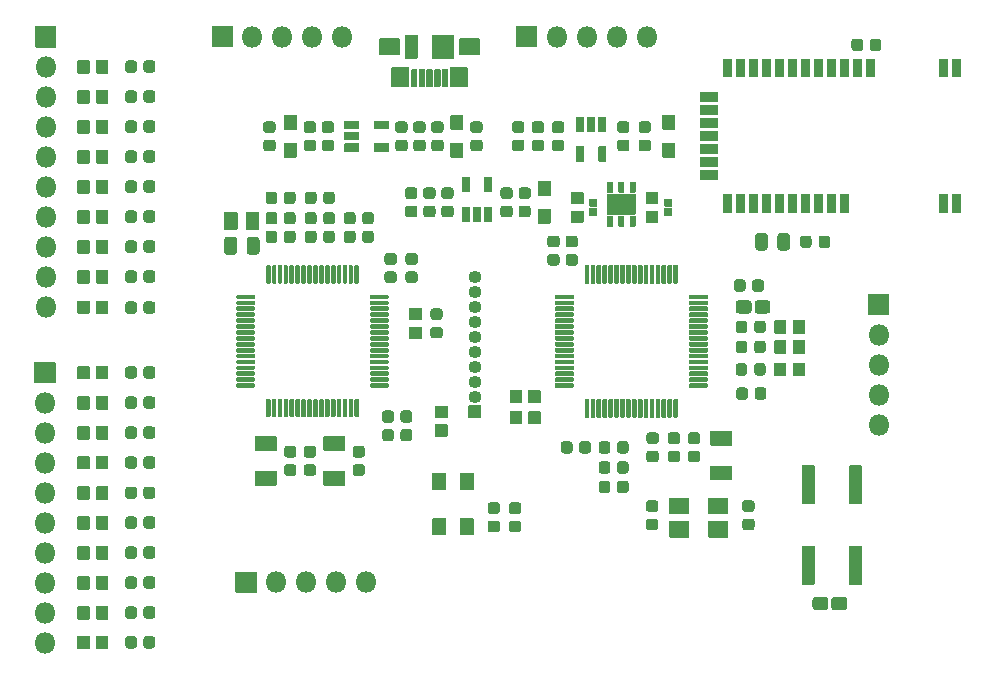
<source format=gts>
%TF.GenerationSoftware,KiCad,Pcbnew,5.1.9-73d0e3b20d~88~ubuntu20.04.1*%
%TF.CreationDate,2021-04-29T12:20:41+03:00*%
%TF.ProjectId,eeg,6565672e-6b69-4636-9164-5f7063625858,rev?*%
%TF.SameCoordinates,Original*%
%TF.FileFunction,Soldermask,Top*%
%TF.FilePolarity,Negative*%
%FSLAX46Y46*%
G04 Gerber Fmt 4.6, Leading zero omitted, Abs format (unit mm)*
G04 Created by KiCad (PCBNEW 5.1.9-73d0e3b20d~88~ubuntu20.04.1) date 2021-04-29 12:20:41*
%MOMM*%
%LPD*%
G01*
G04 APERTURE LIST*
%ADD10O,1.800000X1.800000*%
%ADD11O,1.100000X1.100000*%
G04 APERTURE END LIST*
D10*
%TO.C,J4*%
X111925000Y-64585000D03*
X111925000Y-62045000D03*
X111925000Y-59505000D03*
X111925000Y-56965000D03*
G36*
G01*
X111025000Y-55275000D02*
X111025000Y-53575000D01*
G75*
G02*
X111075000Y-53525000I50000J0D01*
G01*
X112775000Y-53525000D01*
G75*
G02*
X112825000Y-53575000I0J-50000D01*
G01*
X112825000Y-55275000D01*
G75*
G02*
X112775000Y-55325000I-50000J0D01*
G01*
X111075000Y-55325000D01*
G75*
G02*
X111025000Y-55275000I0J50000D01*
G01*
G37*
%TD*%
%TO.C,R26*%
G36*
G01*
X82270000Y-64510000D02*
X82270000Y-63490000D01*
G75*
G02*
X82320000Y-63440000I50000J0D01*
G01*
X83260000Y-63440000D01*
G75*
G02*
X83310000Y-63490000I0J-50000D01*
G01*
X83310000Y-64510000D01*
G75*
G02*
X83260000Y-64560000I-50000J0D01*
G01*
X82320000Y-64560000D01*
G75*
G02*
X82270000Y-64510000I0J50000D01*
G01*
G37*
G36*
G01*
X80690000Y-64510000D02*
X80690000Y-63490000D01*
G75*
G02*
X80740000Y-63440000I50000J0D01*
G01*
X81680000Y-63440000D01*
G75*
G02*
X81730000Y-63490000I0J-50000D01*
G01*
X81730000Y-64510000D01*
G75*
G02*
X81680000Y-64560000I-50000J0D01*
G01*
X80740000Y-64560000D01*
G75*
G02*
X80690000Y-64510000I0J50000D01*
G01*
G37*
%TD*%
%TO.C,R32*%
G36*
G01*
X73260000Y-55730000D02*
X72240000Y-55730000D01*
G75*
G02*
X72190000Y-55680000I0J50000D01*
G01*
X72190000Y-54740000D01*
G75*
G02*
X72240000Y-54690000I50000J0D01*
G01*
X73260000Y-54690000D01*
G75*
G02*
X73310000Y-54740000I0J-50000D01*
G01*
X73310000Y-55680000D01*
G75*
G02*
X73260000Y-55730000I-50000J0D01*
G01*
G37*
G36*
G01*
X73260000Y-57310000D02*
X72240000Y-57310000D01*
G75*
G02*
X72190000Y-57260000I0J50000D01*
G01*
X72190000Y-56320000D01*
G75*
G02*
X72240000Y-56270000I50000J0D01*
G01*
X73260000Y-56270000D01*
G75*
G02*
X73310000Y-56320000I0J-50000D01*
G01*
X73310000Y-57260000D01*
G75*
G02*
X73260000Y-57310000I-50000J0D01*
G01*
G37*
%TD*%
%TO.C,R20*%
G36*
G01*
X104670000Y-56810000D02*
X104670000Y-55790000D01*
G75*
G02*
X104720000Y-55740000I50000J0D01*
G01*
X105660000Y-55740000D01*
G75*
G02*
X105710000Y-55790000I0J-50000D01*
G01*
X105710000Y-56810000D01*
G75*
G02*
X105660000Y-56860000I-50000J0D01*
G01*
X104720000Y-56860000D01*
G75*
G02*
X104670000Y-56810000I0J50000D01*
G01*
G37*
G36*
G01*
X103090000Y-56810000D02*
X103090000Y-55790000D01*
G75*
G02*
X103140000Y-55740000I50000J0D01*
G01*
X104080000Y-55740000D01*
G75*
G02*
X104130000Y-55790000I0J-50000D01*
G01*
X104130000Y-56810000D01*
G75*
G02*
X104080000Y-56860000I-50000J0D01*
G01*
X103140000Y-56860000D01*
G75*
G02*
X103090000Y-56810000I0J50000D01*
G01*
G37*
%TD*%
%TO.C,R21*%
G36*
G01*
X104670000Y-58510000D02*
X104670000Y-57490000D01*
G75*
G02*
X104720000Y-57440000I50000J0D01*
G01*
X105660000Y-57440000D01*
G75*
G02*
X105710000Y-57490000I0J-50000D01*
G01*
X105710000Y-58510000D01*
G75*
G02*
X105660000Y-58560000I-50000J0D01*
G01*
X104720000Y-58560000D01*
G75*
G02*
X104670000Y-58510000I0J50000D01*
G01*
G37*
G36*
G01*
X103090000Y-58510000D02*
X103090000Y-57490000D01*
G75*
G02*
X103140000Y-57440000I50000J0D01*
G01*
X104080000Y-57440000D01*
G75*
G02*
X104130000Y-57490000I0J-50000D01*
G01*
X104130000Y-58510000D01*
G75*
G02*
X104080000Y-58560000I-50000J0D01*
G01*
X103140000Y-58560000D01*
G75*
G02*
X103090000Y-58510000I0J50000D01*
G01*
G37*
%TD*%
%TO.C,R22*%
G36*
G01*
X104670000Y-60410000D02*
X104670000Y-59390000D01*
G75*
G02*
X104720000Y-59340000I50000J0D01*
G01*
X105660000Y-59340000D01*
G75*
G02*
X105710000Y-59390000I0J-50000D01*
G01*
X105710000Y-60410000D01*
G75*
G02*
X105660000Y-60460000I-50000J0D01*
G01*
X104720000Y-60460000D01*
G75*
G02*
X104670000Y-60410000I0J50000D01*
G01*
G37*
G36*
G01*
X103090000Y-60410000D02*
X103090000Y-59390000D01*
G75*
G02*
X103140000Y-59340000I50000J0D01*
G01*
X104080000Y-59340000D01*
G75*
G02*
X104130000Y-59390000I0J-50000D01*
G01*
X104130000Y-60410000D01*
G75*
G02*
X104080000Y-60460000I-50000J0D01*
G01*
X103140000Y-60460000D01*
G75*
G02*
X103090000Y-60410000I0J50000D01*
G01*
G37*
%TD*%
%TO.C,C80*%
G36*
G01*
X100625000Y-72525000D02*
X101175000Y-72525000D01*
G75*
G02*
X101425000Y-72775000I0J-250000D01*
G01*
X101425000Y-73275000D01*
G75*
G02*
X101175000Y-73525000I-250000J0D01*
G01*
X100625000Y-73525000D01*
G75*
G02*
X100375000Y-73275000I0J250000D01*
G01*
X100375000Y-72775000D01*
G75*
G02*
X100625000Y-72525000I250000J0D01*
G01*
G37*
G36*
G01*
X100625000Y-70975000D02*
X101175000Y-70975000D01*
G75*
G02*
X101425000Y-71225000I0J-250000D01*
G01*
X101425000Y-71725000D01*
G75*
G02*
X101175000Y-71975000I-250000J0D01*
G01*
X100625000Y-71975000D01*
G75*
G02*
X100375000Y-71725000I0J250000D01*
G01*
X100375000Y-71225000D01*
G75*
G02*
X100625000Y-70975000I250000J0D01*
G01*
G37*
%TD*%
%TO.C,C81*%
G36*
G01*
X92475000Y-72525000D02*
X93025000Y-72525000D01*
G75*
G02*
X93275000Y-72775000I0J-250000D01*
G01*
X93275000Y-73275000D01*
G75*
G02*
X93025000Y-73525000I-250000J0D01*
G01*
X92475000Y-73525000D01*
G75*
G02*
X92225000Y-73275000I0J250000D01*
G01*
X92225000Y-72775000D01*
G75*
G02*
X92475000Y-72525000I250000J0D01*
G01*
G37*
G36*
G01*
X92475000Y-70975000D02*
X93025000Y-70975000D01*
G75*
G02*
X93275000Y-71225000I0J-250000D01*
G01*
X93275000Y-71725000D01*
G75*
G02*
X93025000Y-71975000I-250000J0D01*
G01*
X92475000Y-71975000D01*
G75*
G02*
X92225000Y-71725000I0J250000D01*
G01*
X92225000Y-71225000D01*
G75*
G02*
X92475000Y-70975000I250000J0D01*
G01*
G37*
%TD*%
%TO.C,U1*%
G36*
G01*
X86045500Y-61470000D02*
X84595500Y-61470000D01*
G75*
G02*
X84495500Y-61370000I0J100000D01*
G01*
X84495500Y-61170000D01*
G75*
G02*
X84595500Y-61070000I100000J0D01*
G01*
X86045500Y-61070000D01*
G75*
G02*
X86145500Y-61170000I0J-100000D01*
G01*
X86145500Y-61370000D01*
G75*
G02*
X86045500Y-61470000I-100000J0D01*
G01*
G37*
G36*
G01*
X86045500Y-60970000D02*
X84595500Y-60970000D01*
G75*
G02*
X84495500Y-60870000I0J100000D01*
G01*
X84495500Y-60670000D01*
G75*
G02*
X84595500Y-60570000I100000J0D01*
G01*
X86045500Y-60570000D01*
G75*
G02*
X86145500Y-60670000I0J-100000D01*
G01*
X86145500Y-60870000D01*
G75*
G02*
X86045500Y-60970000I-100000J0D01*
G01*
G37*
G36*
G01*
X86045500Y-60470000D02*
X84595500Y-60470000D01*
G75*
G02*
X84495500Y-60370000I0J100000D01*
G01*
X84495500Y-60170000D01*
G75*
G02*
X84595500Y-60070000I100000J0D01*
G01*
X86045500Y-60070000D01*
G75*
G02*
X86145500Y-60170000I0J-100000D01*
G01*
X86145500Y-60370000D01*
G75*
G02*
X86045500Y-60470000I-100000J0D01*
G01*
G37*
G36*
G01*
X86045500Y-59970000D02*
X84595500Y-59970000D01*
G75*
G02*
X84495500Y-59870000I0J100000D01*
G01*
X84495500Y-59670000D01*
G75*
G02*
X84595500Y-59570000I100000J0D01*
G01*
X86045500Y-59570000D01*
G75*
G02*
X86145500Y-59670000I0J-100000D01*
G01*
X86145500Y-59870000D01*
G75*
G02*
X86045500Y-59970000I-100000J0D01*
G01*
G37*
G36*
G01*
X86045500Y-59470000D02*
X84595500Y-59470000D01*
G75*
G02*
X84495500Y-59370000I0J100000D01*
G01*
X84495500Y-59170000D01*
G75*
G02*
X84595500Y-59070000I100000J0D01*
G01*
X86045500Y-59070000D01*
G75*
G02*
X86145500Y-59170000I0J-100000D01*
G01*
X86145500Y-59370000D01*
G75*
G02*
X86045500Y-59470000I-100000J0D01*
G01*
G37*
G36*
G01*
X86045500Y-58970000D02*
X84595500Y-58970000D01*
G75*
G02*
X84495500Y-58870000I0J100000D01*
G01*
X84495500Y-58670000D01*
G75*
G02*
X84595500Y-58570000I100000J0D01*
G01*
X86045500Y-58570000D01*
G75*
G02*
X86145500Y-58670000I0J-100000D01*
G01*
X86145500Y-58870000D01*
G75*
G02*
X86045500Y-58970000I-100000J0D01*
G01*
G37*
G36*
G01*
X86045500Y-58470000D02*
X84595500Y-58470000D01*
G75*
G02*
X84495500Y-58370000I0J100000D01*
G01*
X84495500Y-58170000D01*
G75*
G02*
X84595500Y-58070000I100000J0D01*
G01*
X86045500Y-58070000D01*
G75*
G02*
X86145500Y-58170000I0J-100000D01*
G01*
X86145500Y-58370000D01*
G75*
G02*
X86045500Y-58470000I-100000J0D01*
G01*
G37*
G36*
G01*
X86045500Y-57970000D02*
X84595500Y-57970000D01*
G75*
G02*
X84495500Y-57870000I0J100000D01*
G01*
X84495500Y-57670000D01*
G75*
G02*
X84595500Y-57570000I100000J0D01*
G01*
X86045500Y-57570000D01*
G75*
G02*
X86145500Y-57670000I0J-100000D01*
G01*
X86145500Y-57870000D01*
G75*
G02*
X86045500Y-57970000I-100000J0D01*
G01*
G37*
G36*
G01*
X86045500Y-57470000D02*
X84595500Y-57470000D01*
G75*
G02*
X84495500Y-57370000I0J100000D01*
G01*
X84495500Y-57170000D01*
G75*
G02*
X84595500Y-57070000I100000J0D01*
G01*
X86045500Y-57070000D01*
G75*
G02*
X86145500Y-57170000I0J-100000D01*
G01*
X86145500Y-57370000D01*
G75*
G02*
X86045500Y-57470000I-100000J0D01*
G01*
G37*
G36*
G01*
X86045500Y-56970000D02*
X84595500Y-56970000D01*
G75*
G02*
X84495500Y-56870000I0J100000D01*
G01*
X84495500Y-56670000D01*
G75*
G02*
X84595500Y-56570000I100000J0D01*
G01*
X86045500Y-56570000D01*
G75*
G02*
X86145500Y-56670000I0J-100000D01*
G01*
X86145500Y-56870000D01*
G75*
G02*
X86045500Y-56970000I-100000J0D01*
G01*
G37*
G36*
G01*
X86045500Y-56470000D02*
X84595500Y-56470000D01*
G75*
G02*
X84495500Y-56370000I0J100000D01*
G01*
X84495500Y-56170000D01*
G75*
G02*
X84595500Y-56070000I100000J0D01*
G01*
X86045500Y-56070000D01*
G75*
G02*
X86145500Y-56170000I0J-100000D01*
G01*
X86145500Y-56370000D01*
G75*
G02*
X86045500Y-56470000I-100000J0D01*
G01*
G37*
G36*
G01*
X86045500Y-55970000D02*
X84595500Y-55970000D01*
G75*
G02*
X84495500Y-55870000I0J100000D01*
G01*
X84495500Y-55670000D01*
G75*
G02*
X84595500Y-55570000I100000J0D01*
G01*
X86045500Y-55570000D01*
G75*
G02*
X86145500Y-55670000I0J-100000D01*
G01*
X86145500Y-55870000D01*
G75*
G02*
X86045500Y-55970000I-100000J0D01*
G01*
G37*
G36*
G01*
X86045500Y-55470000D02*
X84595500Y-55470000D01*
G75*
G02*
X84495500Y-55370000I0J100000D01*
G01*
X84495500Y-55170000D01*
G75*
G02*
X84595500Y-55070000I100000J0D01*
G01*
X86045500Y-55070000D01*
G75*
G02*
X86145500Y-55170000I0J-100000D01*
G01*
X86145500Y-55370000D01*
G75*
G02*
X86045500Y-55470000I-100000J0D01*
G01*
G37*
G36*
G01*
X86045500Y-54970000D02*
X84595500Y-54970000D01*
G75*
G02*
X84495500Y-54870000I0J100000D01*
G01*
X84495500Y-54670000D01*
G75*
G02*
X84595500Y-54570000I100000J0D01*
G01*
X86045500Y-54570000D01*
G75*
G02*
X86145500Y-54670000I0J-100000D01*
G01*
X86145500Y-54870000D01*
G75*
G02*
X86045500Y-54970000I-100000J0D01*
G01*
G37*
G36*
G01*
X86045500Y-54470000D02*
X84595500Y-54470000D01*
G75*
G02*
X84495500Y-54370000I0J100000D01*
G01*
X84495500Y-54170000D01*
G75*
G02*
X84595500Y-54070000I100000J0D01*
G01*
X86045500Y-54070000D01*
G75*
G02*
X86145500Y-54170000I0J-100000D01*
G01*
X86145500Y-54370000D01*
G75*
G02*
X86045500Y-54470000I-100000J0D01*
G01*
G37*
G36*
G01*
X86045500Y-53970000D02*
X84595500Y-53970000D01*
G75*
G02*
X84495500Y-53870000I0J100000D01*
G01*
X84495500Y-53670000D01*
G75*
G02*
X84595500Y-53570000I100000J0D01*
G01*
X86045500Y-53570000D01*
G75*
G02*
X86145500Y-53670000I0J-100000D01*
G01*
X86145500Y-53870000D01*
G75*
G02*
X86045500Y-53970000I-100000J0D01*
G01*
G37*
G36*
G01*
X87345500Y-52670000D02*
X87145500Y-52670000D01*
G75*
G02*
X87045500Y-52570000I0J100000D01*
G01*
X87045500Y-51120000D01*
G75*
G02*
X87145500Y-51020000I100000J0D01*
G01*
X87345500Y-51020000D01*
G75*
G02*
X87445500Y-51120000I0J-100000D01*
G01*
X87445500Y-52570000D01*
G75*
G02*
X87345500Y-52670000I-100000J0D01*
G01*
G37*
G36*
G01*
X87845500Y-52670000D02*
X87645500Y-52670000D01*
G75*
G02*
X87545500Y-52570000I0J100000D01*
G01*
X87545500Y-51120000D01*
G75*
G02*
X87645500Y-51020000I100000J0D01*
G01*
X87845500Y-51020000D01*
G75*
G02*
X87945500Y-51120000I0J-100000D01*
G01*
X87945500Y-52570000D01*
G75*
G02*
X87845500Y-52670000I-100000J0D01*
G01*
G37*
G36*
G01*
X88345500Y-52670000D02*
X88145500Y-52670000D01*
G75*
G02*
X88045500Y-52570000I0J100000D01*
G01*
X88045500Y-51120000D01*
G75*
G02*
X88145500Y-51020000I100000J0D01*
G01*
X88345500Y-51020000D01*
G75*
G02*
X88445500Y-51120000I0J-100000D01*
G01*
X88445500Y-52570000D01*
G75*
G02*
X88345500Y-52670000I-100000J0D01*
G01*
G37*
G36*
G01*
X88845500Y-52670000D02*
X88645500Y-52670000D01*
G75*
G02*
X88545500Y-52570000I0J100000D01*
G01*
X88545500Y-51120000D01*
G75*
G02*
X88645500Y-51020000I100000J0D01*
G01*
X88845500Y-51020000D01*
G75*
G02*
X88945500Y-51120000I0J-100000D01*
G01*
X88945500Y-52570000D01*
G75*
G02*
X88845500Y-52670000I-100000J0D01*
G01*
G37*
G36*
G01*
X89345500Y-52670000D02*
X89145500Y-52670000D01*
G75*
G02*
X89045500Y-52570000I0J100000D01*
G01*
X89045500Y-51120000D01*
G75*
G02*
X89145500Y-51020000I100000J0D01*
G01*
X89345500Y-51020000D01*
G75*
G02*
X89445500Y-51120000I0J-100000D01*
G01*
X89445500Y-52570000D01*
G75*
G02*
X89345500Y-52670000I-100000J0D01*
G01*
G37*
G36*
G01*
X89845500Y-52670000D02*
X89645500Y-52670000D01*
G75*
G02*
X89545500Y-52570000I0J100000D01*
G01*
X89545500Y-51120000D01*
G75*
G02*
X89645500Y-51020000I100000J0D01*
G01*
X89845500Y-51020000D01*
G75*
G02*
X89945500Y-51120000I0J-100000D01*
G01*
X89945500Y-52570000D01*
G75*
G02*
X89845500Y-52670000I-100000J0D01*
G01*
G37*
G36*
G01*
X90345500Y-52670000D02*
X90145500Y-52670000D01*
G75*
G02*
X90045500Y-52570000I0J100000D01*
G01*
X90045500Y-51120000D01*
G75*
G02*
X90145500Y-51020000I100000J0D01*
G01*
X90345500Y-51020000D01*
G75*
G02*
X90445500Y-51120000I0J-100000D01*
G01*
X90445500Y-52570000D01*
G75*
G02*
X90345500Y-52670000I-100000J0D01*
G01*
G37*
G36*
G01*
X90845500Y-52670000D02*
X90645500Y-52670000D01*
G75*
G02*
X90545500Y-52570000I0J100000D01*
G01*
X90545500Y-51120000D01*
G75*
G02*
X90645500Y-51020000I100000J0D01*
G01*
X90845500Y-51020000D01*
G75*
G02*
X90945500Y-51120000I0J-100000D01*
G01*
X90945500Y-52570000D01*
G75*
G02*
X90845500Y-52670000I-100000J0D01*
G01*
G37*
G36*
G01*
X91345500Y-52670000D02*
X91145500Y-52670000D01*
G75*
G02*
X91045500Y-52570000I0J100000D01*
G01*
X91045500Y-51120000D01*
G75*
G02*
X91145500Y-51020000I100000J0D01*
G01*
X91345500Y-51020000D01*
G75*
G02*
X91445500Y-51120000I0J-100000D01*
G01*
X91445500Y-52570000D01*
G75*
G02*
X91345500Y-52670000I-100000J0D01*
G01*
G37*
G36*
G01*
X91845500Y-52670000D02*
X91645500Y-52670000D01*
G75*
G02*
X91545500Y-52570000I0J100000D01*
G01*
X91545500Y-51120000D01*
G75*
G02*
X91645500Y-51020000I100000J0D01*
G01*
X91845500Y-51020000D01*
G75*
G02*
X91945500Y-51120000I0J-100000D01*
G01*
X91945500Y-52570000D01*
G75*
G02*
X91845500Y-52670000I-100000J0D01*
G01*
G37*
G36*
G01*
X92345500Y-52670000D02*
X92145500Y-52670000D01*
G75*
G02*
X92045500Y-52570000I0J100000D01*
G01*
X92045500Y-51120000D01*
G75*
G02*
X92145500Y-51020000I100000J0D01*
G01*
X92345500Y-51020000D01*
G75*
G02*
X92445500Y-51120000I0J-100000D01*
G01*
X92445500Y-52570000D01*
G75*
G02*
X92345500Y-52670000I-100000J0D01*
G01*
G37*
G36*
G01*
X92845500Y-52670000D02*
X92645500Y-52670000D01*
G75*
G02*
X92545500Y-52570000I0J100000D01*
G01*
X92545500Y-51120000D01*
G75*
G02*
X92645500Y-51020000I100000J0D01*
G01*
X92845500Y-51020000D01*
G75*
G02*
X92945500Y-51120000I0J-100000D01*
G01*
X92945500Y-52570000D01*
G75*
G02*
X92845500Y-52670000I-100000J0D01*
G01*
G37*
G36*
G01*
X93345500Y-52670000D02*
X93145500Y-52670000D01*
G75*
G02*
X93045500Y-52570000I0J100000D01*
G01*
X93045500Y-51120000D01*
G75*
G02*
X93145500Y-51020000I100000J0D01*
G01*
X93345500Y-51020000D01*
G75*
G02*
X93445500Y-51120000I0J-100000D01*
G01*
X93445500Y-52570000D01*
G75*
G02*
X93345500Y-52670000I-100000J0D01*
G01*
G37*
G36*
G01*
X93845500Y-52670000D02*
X93645500Y-52670000D01*
G75*
G02*
X93545500Y-52570000I0J100000D01*
G01*
X93545500Y-51120000D01*
G75*
G02*
X93645500Y-51020000I100000J0D01*
G01*
X93845500Y-51020000D01*
G75*
G02*
X93945500Y-51120000I0J-100000D01*
G01*
X93945500Y-52570000D01*
G75*
G02*
X93845500Y-52670000I-100000J0D01*
G01*
G37*
G36*
G01*
X94345500Y-52670000D02*
X94145500Y-52670000D01*
G75*
G02*
X94045500Y-52570000I0J100000D01*
G01*
X94045500Y-51120000D01*
G75*
G02*
X94145500Y-51020000I100000J0D01*
G01*
X94345500Y-51020000D01*
G75*
G02*
X94445500Y-51120000I0J-100000D01*
G01*
X94445500Y-52570000D01*
G75*
G02*
X94345500Y-52670000I-100000J0D01*
G01*
G37*
G36*
G01*
X94845500Y-52670000D02*
X94645500Y-52670000D01*
G75*
G02*
X94545500Y-52570000I0J100000D01*
G01*
X94545500Y-51120000D01*
G75*
G02*
X94645500Y-51020000I100000J0D01*
G01*
X94845500Y-51020000D01*
G75*
G02*
X94945500Y-51120000I0J-100000D01*
G01*
X94945500Y-52570000D01*
G75*
G02*
X94845500Y-52670000I-100000J0D01*
G01*
G37*
G36*
G01*
X97395500Y-53970000D02*
X95945500Y-53970000D01*
G75*
G02*
X95845500Y-53870000I0J100000D01*
G01*
X95845500Y-53670000D01*
G75*
G02*
X95945500Y-53570000I100000J0D01*
G01*
X97395500Y-53570000D01*
G75*
G02*
X97495500Y-53670000I0J-100000D01*
G01*
X97495500Y-53870000D01*
G75*
G02*
X97395500Y-53970000I-100000J0D01*
G01*
G37*
G36*
G01*
X97395500Y-54470000D02*
X95945500Y-54470000D01*
G75*
G02*
X95845500Y-54370000I0J100000D01*
G01*
X95845500Y-54170000D01*
G75*
G02*
X95945500Y-54070000I100000J0D01*
G01*
X97395500Y-54070000D01*
G75*
G02*
X97495500Y-54170000I0J-100000D01*
G01*
X97495500Y-54370000D01*
G75*
G02*
X97395500Y-54470000I-100000J0D01*
G01*
G37*
G36*
G01*
X97395500Y-54970000D02*
X95945500Y-54970000D01*
G75*
G02*
X95845500Y-54870000I0J100000D01*
G01*
X95845500Y-54670000D01*
G75*
G02*
X95945500Y-54570000I100000J0D01*
G01*
X97395500Y-54570000D01*
G75*
G02*
X97495500Y-54670000I0J-100000D01*
G01*
X97495500Y-54870000D01*
G75*
G02*
X97395500Y-54970000I-100000J0D01*
G01*
G37*
G36*
G01*
X97395500Y-55470000D02*
X95945500Y-55470000D01*
G75*
G02*
X95845500Y-55370000I0J100000D01*
G01*
X95845500Y-55170000D01*
G75*
G02*
X95945500Y-55070000I100000J0D01*
G01*
X97395500Y-55070000D01*
G75*
G02*
X97495500Y-55170000I0J-100000D01*
G01*
X97495500Y-55370000D01*
G75*
G02*
X97395500Y-55470000I-100000J0D01*
G01*
G37*
G36*
G01*
X97395500Y-55970000D02*
X95945500Y-55970000D01*
G75*
G02*
X95845500Y-55870000I0J100000D01*
G01*
X95845500Y-55670000D01*
G75*
G02*
X95945500Y-55570000I100000J0D01*
G01*
X97395500Y-55570000D01*
G75*
G02*
X97495500Y-55670000I0J-100000D01*
G01*
X97495500Y-55870000D01*
G75*
G02*
X97395500Y-55970000I-100000J0D01*
G01*
G37*
G36*
G01*
X97395500Y-56470000D02*
X95945500Y-56470000D01*
G75*
G02*
X95845500Y-56370000I0J100000D01*
G01*
X95845500Y-56170000D01*
G75*
G02*
X95945500Y-56070000I100000J0D01*
G01*
X97395500Y-56070000D01*
G75*
G02*
X97495500Y-56170000I0J-100000D01*
G01*
X97495500Y-56370000D01*
G75*
G02*
X97395500Y-56470000I-100000J0D01*
G01*
G37*
G36*
G01*
X97395500Y-56970000D02*
X95945500Y-56970000D01*
G75*
G02*
X95845500Y-56870000I0J100000D01*
G01*
X95845500Y-56670000D01*
G75*
G02*
X95945500Y-56570000I100000J0D01*
G01*
X97395500Y-56570000D01*
G75*
G02*
X97495500Y-56670000I0J-100000D01*
G01*
X97495500Y-56870000D01*
G75*
G02*
X97395500Y-56970000I-100000J0D01*
G01*
G37*
G36*
G01*
X97395500Y-57470000D02*
X95945500Y-57470000D01*
G75*
G02*
X95845500Y-57370000I0J100000D01*
G01*
X95845500Y-57170000D01*
G75*
G02*
X95945500Y-57070000I100000J0D01*
G01*
X97395500Y-57070000D01*
G75*
G02*
X97495500Y-57170000I0J-100000D01*
G01*
X97495500Y-57370000D01*
G75*
G02*
X97395500Y-57470000I-100000J0D01*
G01*
G37*
G36*
G01*
X97395500Y-57970000D02*
X95945500Y-57970000D01*
G75*
G02*
X95845500Y-57870000I0J100000D01*
G01*
X95845500Y-57670000D01*
G75*
G02*
X95945500Y-57570000I100000J0D01*
G01*
X97395500Y-57570000D01*
G75*
G02*
X97495500Y-57670000I0J-100000D01*
G01*
X97495500Y-57870000D01*
G75*
G02*
X97395500Y-57970000I-100000J0D01*
G01*
G37*
G36*
G01*
X97395500Y-58470000D02*
X95945500Y-58470000D01*
G75*
G02*
X95845500Y-58370000I0J100000D01*
G01*
X95845500Y-58170000D01*
G75*
G02*
X95945500Y-58070000I100000J0D01*
G01*
X97395500Y-58070000D01*
G75*
G02*
X97495500Y-58170000I0J-100000D01*
G01*
X97495500Y-58370000D01*
G75*
G02*
X97395500Y-58470000I-100000J0D01*
G01*
G37*
G36*
G01*
X97395500Y-58970000D02*
X95945500Y-58970000D01*
G75*
G02*
X95845500Y-58870000I0J100000D01*
G01*
X95845500Y-58670000D01*
G75*
G02*
X95945500Y-58570000I100000J0D01*
G01*
X97395500Y-58570000D01*
G75*
G02*
X97495500Y-58670000I0J-100000D01*
G01*
X97495500Y-58870000D01*
G75*
G02*
X97395500Y-58970000I-100000J0D01*
G01*
G37*
G36*
G01*
X97395500Y-59470000D02*
X95945500Y-59470000D01*
G75*
G02*
X95845500Y-59370000I0J100000D01*
G01*
X95845500Y-59170000D01*
G75*
G02*
X95945500Y-59070000I100000J0D01*
G01*
X97395500Y-59070000D01*
G75*
G02*
X97495500Y-59170000I0J-100000D01*
G01*
X97495500Y-59370000D01*
G75*
G02*
X97395500Y-59470000I-100000J0D01*
G01*
G37*
G36*
G01*
X97395500Y-59970000D02*
X95945500Y-59970000D01*
G75*
G02*
X95845500Y-59870000I0J100000D01*
G01*
X95845500Y-59670000D01*
G75*
G02*
X95945500Y-59570000I100000J0D01*
G01*
X97395500Y-59570000D01*
G75*
G02*
X97495500Y-59670000I0J-100000D01*
G01*
X97495500Y-59870000D01*
G75*
G02*
X97395500Y-59970000I-100000J0D01*
G01*
G37*
G36*
G01*
X97395500Y-60470000D02*
X95945500Y-60470000D01*
G75*
G02*
X95845500Y-60370000I0J100000D01*
G01*
X95845500Y-60170000D01*
G75*
G02*
X95945500Y-60070000I100000J0D01*
G01*
X97395500Y-60070000D01*
G75*
G02*
X97495500Y-60170000I0J-100000D01*
G01*
X97495500Y-60370000D01*
G75*
G02*
X97395500Y-60470000I-100000J0D01*
G01*
G37*
G36*
G01*
X97395500Y-60970000D02*
X95945500Y-60970000D01*
G75*
G02*
X95845500Y-60870000I0J100000D01*
G01*
X95845500Y-60670000D01*
G75*
G02*
X95945500Y-60570000I100000J0D01*
G01*
X97395500Y-60570000D01*
G75*
G02*
X97495500Y-60670000I0J-100000D01*
G01*
X97495500Y-60870000D01*
G75*
G02*
X97395500Y-60970000I-100000J0D01*
G01*
G37*
G36*
G01*
X97395500Y-61470000D02*
X95945500Y-61470000D01*
G75*
G02*
X95845500Y-61370000I0J100000D01*
G01*
X95845500Y-61170000D01*
G75*
G02*
X95945500Y-61070000I100000J0D01*
G01*
X97395500Y-61070000D01*
G75*
G02*
X97495500Y-61170000I0J-100000D01*
G01*
X97495500Y-61370000D01*
G75*
G02*
X97395500Y-61470000I-100000J0D01*
G01*
G37*
G36*
G01*
X94845500Y-64020000D02*
X94645500Y-64020000D01*
G75*
G02*
X94545500Y-63920000I0J100000D01*
G01*
X94545500Y-62470000D01*
G75*
G02*
X94645500Y-62370000I100000J0D01*
G01*
X94845500Y-62370000D01*
G75*
G02*
X94945500Y-62470000I0J-100000D01*
G01*
X94945500Y-63920000D01*
G75*
G02*
X94845500Y-64020000I-100000J0D01*
G01*
G37*
G36*
G01*
X94345500Y-64020000D02*
X94145500Y-64020000D01*
G75*
G02*
X94045500Y-63920000I0J100000D01*
G01*
X94045500Y-62470000D01*
G75*
G02*
X94145500Y-62370000I100000J0D01*
G01*
X94345500Y-62370000D01*
G75*
G02*
X94445500Y-62470000I0J-100000D01*
G01*
X94445500Y-63920000D01*
G75*
G02*
X94345500Y-64020000I-100000J0D01*
G01*
G37*
G36*
G01*
X93845500Y-64020000D02*
X93645500Y-64020000D01*
G75*
G02*
X93545500Y-63920000I0J100000D01*
G01*
X93545500Y-62470000D01*
G75*
G02*
X93645500Y-62370000I100000J0D01*
G01*
X93845500Y-62370000D01*
G75*
G02*
X93945500Y-62470000I0J-100000D01*
G01*
X93945500Y-63920000D01*
G75*
G02*
X93845500Y-64020000I-100000J0D01*
G01*
G37*
G36*
G01*
X93345500Y-64020000D02*
X93145500Y-64020000D01*
G75*
G02*
X93045500Y-63920000I0J100000D01*
G01*
X93045500Y-62470000D01*
G75*
G02*
X93145500Y-62370000I100000J0D01*
G01*
X93345500Y-62370000D01*
G75*
G02*
X93445500Y-62470000I0J-100000D01*
G01*
X93445500Y-63920000D01*
G75*
G02*
X93345500Y-64020000I-100000J0D01*
G01*
G37*
G36*
G01*
X92845500Y-64020000D02*
X92645500Y-64020000D01*
G75*
G02*
X92545500Y-63920000I0J100000D01*
G01*
X92545500Y-62470000D01*
G75*
G02*
X92645500Y-62370000I100000J0D01*
G01*
X92845500Y-62370000D01*
G75*
G02*
X92945500Y-62470000I0J-100000D01*
G01*
X92945500Y-63920000D01*
G75*
G02*
X92845500Y-64020000I-100000J0D01*
G01*
G37*
G36*
G01*
X92345500Y-64020000D02*
X92145500Y-64020000D01*
G75*
G02*
X92045500Y-63920000I0J100000D01*
G01*
X92045500Y-62470000D01*
G75*
G02*
X92145500Y-62370000I100000J0D01*
G01*
X92345500Y-62370000D01*
G75*
G02*
X92445500Y-62470000I0J-100000D01*
G01*
X92445500Y-63920000D01*
G75*
G02*
X92345500Y-64020000I-100000J0D01*
G01*
G37*
G36*
G01*
X91845500Y-64020000D02*
X91645500Y-64020000D01*
G75*
G02*
X91545500Y-63920000I0J100000D01*
G01*
X91545500Y-62470000D01*
G75*
G02*
X91645500Y-62370000I100000J0D01*
G01*
X91845500Y-62370000D01*
G75*
G02*
X91945500Y-62470000I0J-100000D01*
G01*
X91945500Y-63920000D01*
G75*
G02*
X91845500Y-64020000I-100000J0D01*
G01*
G37*
G36*
G01*
X91345500Y-64020000D02*
X91145500Y-64020000D01*
G75*
G02*
X91045500Y-63920000I0J100000D01*
G01*
X91045500Y-62470000D01*
G75*
G02*
X91145500Y-62370000I100000J0D01*
G01*
X91345500Y-62370000D01*
G75*
G02*
X91445500Y-62470000I0J-100000D01*
G01*
X91445500Y-63920000D01*
G75*
G02*
X91345500Y-64020000I-100000J0D01*
G01*
G37*
G36*
G01*
X90845500Y-64020000D02*
X90645500Y-64020000D01*
G75*
G02*
X90545500Y-63920000I0J100000D01*
G01*
X90545500Y-62470000D01*
G75*
G02*
X90645500Y-62370000I100000J0D01*
G01*
X90845500Y-62370000D01*
G75*
G02*
X90945500Y-62470000I0J-100000D01*
G01*
X90945500Y-63920000D01*
G75*
G02*
X90845500Y-64020000I-100000J0D01*
G01*
G37*
G36*
G01*
X90345500Y-64020000D02*
X90145500Y-64020000D01*
G75*
G02*
X90045500Y-63920000I0J100000D01*
G01*
X90045500Y-62470000D01*
G75*
G02*
X90145500Y-62370000I100000J0D01*
G01*
X90345500Y-62370000D01*
G75*
G02*
X90445500Y-62470000I0J-100000D01*
G01*
X90445500Y-63920000D01*
G75*
G02*
X90345500Y-64020000I-100000J0D01*
G01*
G37*
G36*
G01*
X89845500Y-64020000D02*
X89645500Y-64020000D01*
G75*
G02*
X89545500Y-63920000I0J100000D01*
G01*
X89545500Y-62470000D01*
G75*
G02*
X89645500Y-62370000I100000J0D01*
G01*
X89845500Y-62370000D01*
G75*
G02*
X89945500Y-62470000I0J-100000D01*
G01*
X89945500Y-63920000D01*
G75*
G02*
X89845500Y-64020000I-100000J0D01*
G01*
G37*
G36*
G01*
X89345500Y-64020000D02*
X89145500Y-64020000D01*
G75*
G02*
X89045500Y-63920000I0J100000D01*
G01*
X89045500Y-62470000D01*
G75*
G02*
X89145500Y-62370000I100000J0D01*
G01*
X89345500Y-62370000D01*
G75*
G02*
X89445500Y-62470000I0J-100000D01*
G01*
X89445500Y-63920000D01*
G75*
G02*
X89345500Y-64020000I-100000J0D01*
G01*
G37*
G36*
G01*
X88845500Y-64020000D02*
X88645500Y-64020000D01*
G75*
G02*
X88545500Y-63920000I0J100000D01*
G01*
X88545500Y-62470000D01*
G75*
G02*
X88645500Y-62370000I100000J0D01*
G01*
X88845500Y-62370000D01*
G75*
G02*
X88945500Y-62470000I0J-100000D01*
G01*
X88945500Y-63920000D01*
G75*
G02*
X88845500Y-64020000I-100000J0D01*
G01*
G37*
G36*
G01*
X88345500Y-64020000D02*
X88145500Y-64020000D01*
G75*
G02*
X88045500Y-63920000I0J100000D01*
G01*
X88045500Y-62470000D01*
G75*
G02*
X88145500Y-62370000I100000J0D01*
G01*
X88345500Y-62370000D01*
G75*
G02*
X88445500Y-62470000I0J-100000D01*
G01*
X88445500Y-63920000D01*
G75*
G02*
X88345500Y-64020000I-100000J0D01*
G01*
G37*
G36*
G01*
X87845500Y-64020000D02*
X87645500Y-64020000D01*
G75*
G02*
X87545500Y-63920000I0J100000D01*
G01*
X87545500Y-62470000D01*
G75*
G02*
X87645500Y-62370000I100000J0D01*
G01*
X87845500Y-62370000D01*
G75*
G02*
X87945500Y-62470000I0J-100000D01*
G01*
X87945500Y-63920000D01*
G75*
G02*
X87845500Y-64020000I-100000J0D01*
G01*
G37*
G36*
G01*
X87345500Y-64020000D02*
X87145500Y-64020000D01*
G75*
G02*
X87045500Y-63920000I0J100000D01*
G01*
X87045500Y-62470000D01*
G75*
G02*
X87145500Y-62370000I100000J0D01*
G01*
X87345500Y-62370000D01*
G75*
G02*
X87445500Y-62470000I0J-100000D01*
G01*
X87445500Y-63920000D01*
G75*
G02*
X87345500Y-64020000I-100000J0D01*
G01*
G37*
%TD*%
%TO.C,J10*%
G36*
G01*
X72914000Y-31632000D02*
X72914000Y-33532000D01*
G75*
G02*
X72864000Y-33582000I-50000J0D01*
G01*
X71864000Y-33582000D01*
G75*
G02*
X71814000Y-33532000I0J50000D01*
G01*
X71814000Y-31632000D01*
G75*
G02*
X71864000Y-31582000I50000J0D01*
G01*
X72864000Y-31582000D01*
G75*
G02*
X72914000Y-31632000I0J-50000D01*
G01*
G37*
G36*
G01*
X76014000Y-31632000D02*
X76014000Y-33532000D01*
G75*
G02*
X75964000Y-33582000I-50000J0D01*
G01*
X74164000Y-33582000D01*
G75*
G02*
X74114000Y-33532000I0J50000D01*
G01*
X74114000Y-31632000D01*
G75*
G02*
X74164000Y-31582000I50000J0D01*
G01*
X75964000Y-31582000D01*
G75*
G02*
X76014000Y-31632000I0J-50000D01*
G01*
G37*
G36*
G01*
X71414000Y-31932000D02*
X71414000Y-33232000D01*
G75*
G02*
X71364000Y-33282000I-50000J0D01*
G01*
X69714000Y-33282000D01*
G75*
G02*
X69664000Y-33232000I0J50000D01*
G01*
X69664000Y-31932000D01*
G75*
G02*
X69714000Y-31882000I50000J0D01*
G01*
X71364000Y-31882000D01*
G75*
G02*
X71414000Y-31932000I0J-50000D01*
G01*
G37*
G36*
G01*
X78164000Y-31932000D02*
X78164000Y-33232000D01*
G75*
G02*
X78114000Y-33282000I-50000J0D01*
G01*
X76464000Y-33282000D01*
G75*
G02*
X76414000Y-33232000I0J50000D01*
G01*
X76414000Y-31932000D01*
G75*
G02*
X76464000Y-31882000I50000J0D01*
G01*
X78114000Y-31882000D01*
G75*
G02*
X78164000Y-31932000I0J-50000D01*
G01*
G37*
G36*
G01*
X72189000Y-34382000D02*
X72189000Y-35932000D01*
G75*
G02*
X72139000Y-35982000I-50000J0D01*
G01*
X70714000Y-35982000D01*
G75*
G02*
X70664000Y-35932000I0J50000D01*
G01*
X70664000Y-34382000D01*
G75*
G02*
X70714000Y-34332000I50000J0D01*
G01*
X72139000Y-34332000D01*
G75*
G02*
X72189000Y-34382000I0J-50000D01*
G01*
G37*
G36*
G01*
X77164000Y-34382000D02*
X77164000Y-35932000D01*
G75*
G02*
X77114000Y-35982000I-50000J0D01*
G01*
X75689000Y-35982000D01*
G75*
G02*
X75639000Y-35932000I0J50000D01*
G01*
X75639000Y-34382000D01*
G75*
G02*
X75689000Y-34332000I50000J0D01*
G01*
X77114000Y-34332000D01*
G75*
G02*
X77164000Y-34382000I0J-50000D01*
G01*
G37*
G36*
G01*
X72889000Y-34552000D02*
X72889000Y-35932000D01*
G75*
G02*
X72839000Y-35982000I-50000J0D01*
G01*
X72389000Y-35982000D01*
G75*
G02*
X72339000Y-35932000I0J50000D01*
G01*
X72339000Y-34552000D01*
G75*
G02*
X72389000Y-34502000I50000J0D01*
G01*
X72839000Y-34502000D01*
G75*
G02*
X72889000Y-34552000I0J-50000D01*
G01*
G37*
G36*
G01*
X73539000Y-34552000D02*
X73539000Y-35932000D01*
G75*
G02*
X73489000Y-35982000I-50000J0D01*
G01*
X73039000Y-35982000D01*
G75*
G02*
X72989000Y-35932000I0J50000D01*
G01*
X72989000Y-34552000D01*
G75*
G02*
X73039000Y-34502000I50000J0D01*
G01*
X73489000Y-34502000D01*
G75*
G02*
X73539000Y-34552000I0J-50000D01*
G01*
G37*
G36*
G01*
X74189000Y-34552000D02*
X74189000Y-35932000D01*
G75*
G02*
X74139000Y-35982000I-50000J0D01*
G01*
X73689000Y-35982000D01*
G75*
G02*
X73639000Y-35932000I0J50000D01*
G01*
X73639000Y-34552000D01*
G75*
G02*
X73689000Y-34502000I50000J0D01*
G01*
X74139000Y-34502000D01*
G75*
G02*
X74189000Y-34552000I0J-50000D01*
G01*
G37*
G36*
G01*
X74839000Y-34552000D02*
X74839000Y-35932000D01*
G75*
G02*
X74789000Y-35982000I-50000J0D01*
G01*
X74339000Y-35982000D01*
G75*
G02*
X74289000Y-35932000I0J50000D01*
G01*
X74289000Y-34552000D01*
G75*
G02*
X74339000Y-34502000I50000J0D01*
G01*
X74789000Y-34502000D01*
G75*
G02*
X74839000Y-34552000I0J-50000D01*
G01*
G37*
G36*
G01*
X75489000Y-34552000D02*
X75489000Y-35932000D01*
G75*
G02*
X75439000Y-35982000I-50000J0D01*
G01*
X74989000Y-35982000D01*
G75*
G02*
X74939000Y-35932000I0J50000D01*
G01*
X74939000Y-34552000D01*
G75*
G02*
X74989000Y-34502000I50000J0D01*
G01*
X75439000Y-34502000D01*
G75*
G02*
X75489000Y-34552000I0J-50000D01*
G01*
G37*
%TD*%
%TO.C,D1*%
G36*
G01*
X74781250Y-55700000D02*
X74218750Y-55700000D01*
G75*
G02*
X73975000Y-55456250I0J243750D01*
G01*
X73975000Y-54968750D01*
G75*
G02*
X74218750Y-54725000I243750J0D01*
G01*
X74781250Y-54725000D01*
G75*
G02*
X75025000Y-54968750I0J-243750D01*
G01*
X75025000Y-55456250D01*
G75*
G02*
X74781250Y-55700000I-243750J0D01*
G01*
G37*
G36*
G01*
X74781250Y-57275000D02*
X74218750Y-57275000D01*
G75*
G02*
X73975000Y-57031250I0J243750D01*
G01*
X73975000Y-56543750D01*
G75*
G02*
X74218750Y-56300000I243750J0D01*
G01*
X74781250Y-56300000D01*
G75*
G02*
X75025000Y-56543750I0J-243750D01*
G01*
X75025000Y-57031250D01*
G75*
G02*
X74781250Y-57275000I-243750J0D01*
G01*
G37*
%TD*%
%TO.C,D4*%
G36*
G01*
X100800000Y-59618750D02*
X100800000Y-60181250D01*
G75*
G02*
X100556250Y-60425000I-243750J0D01*
G01*
X100068750Y-60425000D01*
G75*
G02*
X99825000Y-60181250I0J243750D01*
G01*
X99825000Y-59618750D01*
G75*
G02*
X100068750Y-59375000I243750J0D01*
G01*
X100556250Y-59375000D01*
G75*
G02*
X100800000Y-59618750I0J-243750D01*
G01*
G37*
G36*
G01*
X102375000Y-59618750D02*
X102375000Y-60181250D01*
G75*
G02*
X102131250Y-60425000I-243750J0D01*
G01*
X101643750Y-60425000D01*
G75*
G02*
X101400000Y-60181250I0J243750D01*
G01*
X101400000Y-59618750D01*
G75*
G02*
X101643750Y-59375000I243750J0D01*
G01*
X102131250Y-59375000D01*
G75*
G02*
X102375000Y-59618750I0J-243750D01*
G01*
G37*
%TD*%
%TO.C,D3*%
G36*
G01*
X100800000Y-57718750D02*
X100800000Y-58281250D01*
G75*
G02*
X100556250Y-58525000I-243750J0D01*
G01*
X100068750Y-58525000D01*
G75*
G02*
X99825000Y-58281250I0J243750D01*
G01*
X99825000Y-57718750D01*
G75*
G02*
X100068750Y-57475000I243750J0D01*
G01*
X100556250Y-57475000D01*
G75*
G02*
X100800000Y-57718750I0J-243750D01*
G01*
G37*
G36*
G01*
X102375000Y-57718750D02*
X102375000Y-58281250D01*
G75*
G02*
X102131250Y-58525000I-243750J0D01*
G01*
X101643750Y-58525000D01*
G75*
G02*
X101400000Y-58281250I0J243750D01*
G01*
X101400000Y-57718750D01*
G75*
G02*
X101643750Y-57475000I243750J0D01*
G01*
X102131250Y-57475000D01*
G75*
G02*
X102375000Y-57718750I0J-243750D01*
G01*
G37*
%TD*%
%TO.C,D2*%
G36*
G01*
X100800000Y-56018750D02*
X100800000Y-56581250D01*
G75*
G02*
X100556250Y-56825000I-243750J0D01*
G01*
X100068750Y-56825000D01*
G75*
G02*
X99825000Y-56581250I0J243750D01*
G01*
X99825000Y-56018750D01*
G75*
G02*
X100068750Y-55775000I243750J0D01*
G01*
X100556250Y-55775000D01*
G75*
G02*
X100800000Y-56018750I0J-243750D01*
G01*
G37*
G36*
G01*
X102375000Y-56018750D02*
X102375000Y-56581250D01*
G75*
G02*
X102131250Y-56825000I-243750J0D01*
G01*
X101643750Y-56825000D01*
G75*
G02*
X101400000Y-56581250I0J243750D01*
G01*
X101400000Y-56018750D01*
G75*
G02*
X101643750Y-55775000I243750J0D01*
G01*
X102131250Y-55775000D01*
G75*
G02*
X102375000Y-56018750I0J-243750D01*
G01*
G37*
%TD*%
%TO.C,D7*%
G36*
G01*
X106250000Y-48818750D02*
X106250000Y-49381250D01*
G75*
G02*
X106006250Y-49625000I-243750J0D01*
G01*
X105518750Y-49625000D01*
G75*
G02*
X105275000Y-49381250I0J243750D01*
G01*
X105275000Y-48818750D01*
G75*
G02*
X105518750Y-48575000I243750J0D01*
G01*
X106006250Y-48575000D01*
G75*
G02*
X106250000Y-48818750I0J-243750D01*
G01*
G37*
G36*
G01*
X107825000Y-48818750D02*
X107825000Y-49381250D01*
G75*
G02*
X107581250Y-49625000I-243750J0D01*
G01*
X107093750Y-49625000D01*
G75*
G02*
X106850000Y-49381250I0J243750D01*
G01*
X106850000Y-48818750D01*
G75*
G02*
X107093750Y-48575000I243750J0D01*
G01*
X107581250Y-48575000D01*
G75*
G02*
X107825000Y-48818750I0J-243750D01*
G01*
G37*
%TD*%
%TO.C,U5*%
G36*
G01*
X88243000Y-38491500D02*
X88833000Y-38491500D01*
G75*
G02*
X88883000Y-38541500I0J-50000D01*
G01*
X88883000Y-39751500D01*
G75*
G02*
X88833000Y-39801500I-50000J0D01*
G01*
X88243000Y-39801500D01*
G75*
G02*
X88193000Y-39751500I0J50000D01*
G01*
X88193000Y-38541500D01*
G75*
G02*
X88243000Y-38491500I50000J0D01*
G01*
G37*
G36*
G01*
X87293000Y-38491500D02*
X87883000Y-38491500D01*
G75*
G02*
X87933000Y-38541500I0J-50000D01*
G01*
X87933000Y-39751500D01*
G75*
G02*
X87883000Y-39801500I-50000J0D01*
G01*
X87293000Y-39801500D01*
G75*
G02*
X87243000Y-39751500I0J50000D01*
G01*
X87243000Y-38541500D01*
G75*
G02*
X87293000Y-38491500I50000J0D01*
G01*
G37*
G36*
G01*
X86343000Y-38491500D02*
X86933000Y-38491500D01*
G75*
G02*
X86983000Y-38541500I0J-50000D01*
G01*
X86983000Y-39751500D01*
G75*
G02*
X86933000Y-39801500I-50000J0D01*
G01*
X86343000Y-39801500D01*
G75*
G02*
X86293000Y-39751500I0J50000D01*
G01*
X86293000Y-38541500D01*
G75*
G02*
X86343000Y-38491500I50000J0D01*
G01*
G37*
G36*
G01*
X86343000Y-41001500D02*
X86933000Y-41001500D01*
G75*
G02*
X86983000Y-41051500I0J-50000D01*
G01*
X86983000Y-42261500D01*
G75*
G02*
X86933000Y-42311500I-50000J0D01*
G01*
X86343000Y-42311500D01*
G75*
G02*
X86293000Y-42261500I0J50000D01*
G01*
X86293000Y-41051500D01*
G75*
G02*
X86343000Y-41001500I50000J0D01*
G01*
G37*
G36*
G01*
X88243000Y-41001500D02*
X88833000Y-41001500D01*
G75*
G02*
X88883000Y-41051500I0J-50000D01*
G01*
X88883000Y-42261500D01*
G75*
G02*
X88833000Y-42311500I-50000J0D01*
G01*
X88243000Y-42311500D01*
G75*
G02*
X88193000Y-42261500I0J50000D01*
G01*
X88193000Y-41051500D01*
G75*
G02*
X88243000Y-41001500I50000J0D01*
G01*
G37*
%TD*%
%TO.C,U2*%
G36*
G01*
X60050000Y-52545000D02*
X60050000Y-51170000D01*
G75*
G02*
X60150000Y-51070000I100000J0D01*
G01*
X60350000Y-51070000D01*
G75*
G02*
X60450000Y-51170000I0J-100000D01*
G01*
X60450000Y-52545000D01*
G75*
G02*
X60350000Y-52645000I-100000J0D01*
G01*
X60150000Y-52645000D01*
G75*
G02*
X60050000Y-52545000I0J100000D01*
G01*
G37*
G36*
G01*
X60550000Y-52545000D02*
X60550000Y-51170000D01*
G75*
G02*
X60650000Y-51070000I100000J0D01*
G01*
X60850000Y-51070000D01*
G75*
G02*
X60950000Y-51170000I0J-100000D01*
G01*
X60950000Y-52545000D01*
G75*
G02*
X60850000Y-52645000I-100000J0D01*
G01*
X60650000Y-52645000D01*
G75*
G02*
X60550000Y-52545000I0J100000D01*
G01*
G37*
G36*
G01*
X61050000Y-52545000D02*
X61050000Y-51170000D01*
G75*
G02*
X61150000Y-51070000I100000J0D01*
G01*
X61350000Y-51070000D01*
G75*
G02*
X61450000Y-51170000I0J-100000D01*
G01*
X61450000Y-52545000D01*
G75*
G02*
X61350000Y-52645000I-100000J0D01*
G01*
X61150000Y-52645000D01*
G75*
G02*
X61050000Y-52545000I0J100000D01*
G01*
G37*
G36*
G01*
X61550000Y-52545000D02*
X61550000Y-51170000D01*
G75*
G02*
X61650000Y-51070000I100000J0D01*
G01*
X61850000Y-51070000D01*
G75*
G02*
X61950000Y-51170000I0J-100000D01*
G01*
X61950000Y-52545000D01*
G75*
G02*
X61850000Y-52645000I-100000J0D01*
G01*
X61650000Y-52645000D01*
G75*
G02*
X61550000Y-52545000I0J100000D01*
G01*
G37*
G36*
G01*
X62050000Y-52545000D02*
X62050000Y-51170000D01*
G75*
G02*
X62150000Y-51070000I100000J0D01*
G01*
X62350000Y-51070000D01*
G75*
G02*
X62450000Y-51170000I0J-100000D01*
G01*
X62450000Y-52545000D01*
G75*
G02*
X62350000Y-52645000I-100000J0D01*
G01*
X62150000Y-52645000D01*
G75*
G02*
X62050000Y-52545000I0J100000D01*
G01*
G37*
G36*
G01*
X62550000Y-52545000D02*
X62550000Y-51170000D01*
G75*
G02*
X62650000Y-51070000I100000J0D01*
G01*
X62850000Y-51070000D01*
G75*
G02*
X62950000Y-51170000I0J-100000D01*
G01*
X62950000Y-52545000D01*
G75*
G02*
X62850000Y-52645000I-100000J0D01*
G01*
X62650000Y-52645000D01*
G75*
G02*
X62550000Y-52545000I0J100000D01*
G01*
G37*
G36*
G01*
X63050000Y-52545000D02*
X63050000Y-51170000D01*
G75*
G02*
X63150000Y-51070000I100000J0D01*
G01*
X63350000Y-51070000D01*
G75*
G02*
X63450000Y-51170000I0J-100000D01*
G01*
X63450000Y-52545000D01*
G75*
G02*
X63350000Y-52645000I-100000J0D01*
G01*
X63150000Y-52645000D01*
G75*
G02*
X63050000Y-52545000I0J100000D01*
G01*
G37*
G36*
G01*
X63550000Y-52545000D02*
X63550000Y-51170000D01*
G75*
G02*
X63650000Y-51070000I100000J0D01*
G01*
X63850000Y-51070000D01*
G75*
G02*
X63950000Y-51170000I0J-100000D01*
G01*
X63950000Y-52545000D01*
G75*
G02*
X63850000Y-52645000I-100000J0D01*
G01*
X63650000Y-52645000D01*
G75*
G02*
X63550000Y-52545000I0J100000D01*
G01*
G37*
G36*
G01*
X64050000Y-52545000D02*
X64050000Y-51170000D01*
G75*
G02*
X64150000Y-51070000I100000J0D01*
G01*
X64350000Y-51070000D01*
G75*
G02*
X64450000Y-51170000I0J-100000D01*
G01*
X64450000Y-52545000D01*
G75*
G02*
X64350000Y-52645000I-100000J0D01*
G01*
X64150000Y-52645000D01*
G75*
G02*
X64050000Y-52545000I0J100000D01*
G01*
G37*
G36*
G01*
X64550000Y-52545000D02*
X64550000Y-51170000D01*
G75*
G02*
X64650000Y-51070000I100000J0D01*
G01*
X64850000Y-51070000D01*
G75*
G02*
X64950000Y-51170000I0J-100000D01*
G01*
X64950000Y-52545000D01*
G75*
G02*
X64850000Y-52645000I-100000J0D01*
G01*
X64650000Y-52645000D01*
G75*
G02*
X64550000Y-52545000I0J100000D01*
G01*
G37*
G36*
G01*
X65050000Y-52545000D02*
X65050000Y-51170000D01*
G75*
G02*
X65150000Y-51070000I100000J0D01*
G01*
X65350000Y-51070000D01*
G75*
G02*
X65450000Y-51170000I0J-100000D01*
G01*
X65450000Y-52545000D01*
G75*
G02*
X65350000Y-52645000I-100000J0D01*
G01*
X65150000Y-52645000D01*
G75*
G02*
X65050000Y-52545000I0J100000D01*
G01*
G37*
G36*
G01*
X65550000Y-52545000D02*
X65550000Y-51170000D01*
G75*
G02*
X65650000Y-51070000I100000J0D01*
G01*
X65850000Y-51070000D01*
G75*
G02*
X65950000Y-51170000I0J-100000D01*
G01*
X65950000Y-52545000D01*
G75*
G02*
X65850000Y-52645000I-100000J0D01*
G01*
X65650000Y-52645000D01*
G75*
G02*
X65550000Y-52545000I0J100000D01*
G01*
G37*
G36*
G01*
X66050000Y-52545000D02*
X66050000Y-51170000D01*
G75*
G02*
X66150000Y-51070000I100000J0D01*
G01*
X66350000Y-51070000D01*
G75*
G02*
X66450000Y-51170000I0J-100000D01*
G01*
X66450000Y-52545000D01*
G75*
G02*
X66350000Y-52645000I-100000J0D01*
G01*
X66150000Y-52645000D01*
G75*
G02*
X66050000Y-52545000I0J100000D01*
G01*
G37*
G36*
G01*
X66550000Y-52545000D02*
X66550000Y-51170000D01*
G75*
G02*
X66650000Y-51070000I100000J0D01*
G01*
X66850000Y-51070000D01*
G75*
G02*
X66950000Y-51170000I0J-100000D01*
G01*
X66950000Y-52545000D01*
G75*
G02*
X66850000Y-52645000I-100000J0D01*
G01*
X66650000Y-52645000D01*
G75*
G02*
X66550000Y-52545000I0J100000D01*
G01*
G37*
G36*
G01*
X67050000Y-52545000D02*
X67050000Y-51170000D01*
G75*
G02*
X67150000Y-51070000I100000J0D01*
G01*
X67350000Y-51070000D01*
G75*
G02*
X67450000Y-51170000I0J-100000D01*
G01*
X67450000Y-52545000D01*
G75*
G02*
X67350000Y-52645000I-100000J0D01*
G01*
X67150000Y-52645000D01*
G75*
G02*
X67050000Y-52545000I0J100000D01*
G01*
G37*
G36*
G01*
X67550000Y-52545000D02*
X67550000Y-51170000D01*
G75*
G02*
X67650000Y-51070000I100000J0D01*
G01*
X67850000Y-51070000D01*
G75*
G02*
X67950000Y-51170000I0J-100000D01*
G01*
X67950000Y-52545000D01*
G75*
G02*
X67850000Y-52645000I-100000J0D01*
G01*
X67650000Y-52645000D01*
G75*
G02*
X67550000Y-52545000I0J100000D01*
G01*
G37*
G36*
G01*
X68875000Y-53870000D02*
X68875000Y-53670000D01*
G75*
G02*
X68975000Y-53570000I100000J0D01*
G01*
X70350000Y-53570000D01*
G75*
G02*
X70450000Y-53670000I0J-100000D01*
G01*
X70450000Y-53870000D01*
G75*
G02*
X70350000Y-53970000I-100000J0D01*
G01*
X68975000Y-53970000D01*
G75*
G02*
X68875000Y-53870000I0J100000D01*
G01*
G37*
G36*
G01*
X68875000Y-54370000D02*
X68875000Y-54170000D01*
G75*
G02*
X68975000Y-54070000I100000J0D01*
G01*
X70350000Y-54070000D01*
G75*
G02*
X70450000Y-54170000I0J-100000D01*
G01*
X70450000Y-54370000D01*
G75*
G02*
X70350000Y-54470000I-100000J0D01*
G01*
X68975000Y-54470000D01*
G75*
G02*
X68875000Y-54370000I0J100000D01*
G01*
G37*
G36*
G01*
X68875000Y-54870000D02*
X68875000Y-54670000D01*
G75*
G02*
X68975000Y-54570000I100000J0D01*
G01*
X70350000Y-54570000D01*
G75*
G02*
X70450000Y-54670000I0J-100000D01*
G01*
X70450000Y-54870000D01*
G75*
G02*
X70350000Y-54970000I-100000J0D01*
G01*
X68975000Y-54970000D01*
G75*
G02*
X68875000Y-54870000I0J100000D01*
G01*
G37*
G36*
G01*
X68875000Y-55370000D02*
X68875000Y-55170000D01*
G75*
G02*
X68975000Y-55070000I100000J0D01*
G01*
X70350000Y-55070000D01*
G75*
G02*
X70450000Y-55170000I0J-100000D01*
G01*
X70450000Y-55370000D01*
G75*
G02*
X70350000Y-55470000I-100000J0D01*
G01*
X68975000Y-55470000D01*
G75*
G02*
X68875000Y-55370000I0J100000D01*
G01*
G37*
G36*
G01*
X68875000Y-55870000D02*
X68875000Y-55670000D01*
G75*
G02*
X68975000Y-55570000I100000J0D01*
G01*
X70350000Y-55570000D01*
G75*
G02*
X70450000Y-55670000I0J-100000D01*
G01*
X70450000Y-55870000D01*
G75*
G02*
X70350000Y-55970000I-100000J0D01*
G01*
X68975000Y-55970000D01*
G75*
G02*
X68875000Y-55870000I0J100000D01*
G01*
G37*
G36*
G01*
X68875000Y-56370000D02*
X68875000Y-56170000D01*
G75*
G02*
X68975000Y-56070000I100000J0D01*
G01*
X70350000Y-56070000D01*
G75*
G02*
X70450000Y-56170000I0J-100000D01*
G01*
X70450000Y-56370000D01*
G75*
G02*
X70350000Y-56470000I-100000J0D01*
G01*
X68975000Y-56470000D01*
G75*
G02*
X68875000Y-56370000I0J100000D01*
G01*
G37*
G36*
G01*
X68875000Y-56870000D02*
X68875000Y-56670000D01*
G75*
G02*
X68975000Y-56570000I100000J0D01*
G01*
X70350000Y-56570000D01*
G75*
G02*
X70450000Y-56670000I0J-100000D01*
G01*
X70450000Y-56870000D01*
G75*
G02*
X70350000Y-56970000I-100000J0D01*
G01*
X68975000Y-56970000D01*
G75*
G02*
X68875000Y-56870000I0J100000D01*
G01*
G37*
G36*
G01*
X68875000Y-57370000D02*
X68875000Y-57170000D01*
G75*
G02*
X68975000Y-57070000I100000J0D01*
G01*
X70350000Y-57070000D01*
G75*
G02*
X70450000Y-57170000I0J-100000D01*
G01*
X70450000Y-57370000D01*
G75*
G02*
X70350000Y-57470000I-100000J0D01*
G01*
X68975000Y-57470000D01*
G75*
G02*
X68875000Y-57370000I0J100000D01*
G01*
G37*
G36*
G01*
X68875000Y-57870000D02*
X68875000Y-57670000D01*
G75*
G02*
X68975000Y-57570000I100000J0D01*
G01*
X70350000Y-57570000D01*
G75*
G02*
X70450000Y-57670000I0J-100000D01*
G01*
X70450000Y-57870000D01*
G75*
G02*
X70350000Y-57970000I-100000J0D01*
G01*
X68975000Y-57970000D01*
G75*
G02*
X68875000Y-57870000I0J100000D01*
G01*
G37*
G36*
G01*
X68875000Y-58370000D02*
X68875000Y-58170000D01*
G75*
G02*
X68975000Y-58070000I100000J0D01*
G01*
X70350000Y-58070000D01*
G75*
G02*
X70450000Y-58170000I0J-100000D01*
G01*
X70450000Y-58370000D01*
G75*
G02*
X70350000Y-58470000I-100000J0D01*
G01*
X68975000Y-58470000D01*
G75*
G02*
X68875000Y-58370000I0J100000D01*
G01*
G37*
G36*
G01*
X68875000Y-58870000D02*
X68875000Y-58670000D01*
G75*
G02*
X68975000Y-58570000I100000J0D01*
G01*
X70350000Y-58570000D01*
G75*
G02*
X70450000Y-58670000I0J-100000D01*
G01*
X70450000Y-58870000D01*
G75*
G02*
X70350000Y-58970000I-100000J0D01*
G01*
X68975000Y-58970000D01*
G75*
G02*
X68875000Y-58870000I0J100000D01*
G01*
G37*
G36*
G01*
X68875000Y-59370000D02*
X68875000Y-59170000D01*
G75*
G02*
X68975000Y-59070000I100000J0D01*
G01*
X70350000Y-59070000D01*
G75*
G02*
X70450000Y-59170000I0J-100000D01*
G01*
X70450000Y-59370000D01*
G75*
G02*
X70350000Y-59470000I-100000J0D01*
G01*
X68975000Y-59470000D01*
G75*
G02*
X68875000Y-59370000I0J100000D01*
G01*
G37*
G36*
G01*
X68875000Y-59870000D02*
X68875000Y-59670000D01*
G75*
G02*
X68975000Y-59570000I100000J0D01*
G01*
X70350000Y-59570000D01*
G75*
G02*
X70450000Y-59670000I0J-100000D01*
G01*
X70450000Y-59870000D01*
G75*
G02*
X70350000Y-59970000I-100000J0D01*
G01*
X68975000Y-59970000D01*
G75*
G02*
X68875000Y-59870000I0J100000D01*
G01*
G37*
G36*
G01*
X68875000Y-60370000D02*
X68875000Y-60170000D01*
G75*
G02*
X68975000Y-60070000I100000J0D01*
G01*
X70350000Y-60070000D01*
G75*
G02*
X70450000Y-60170000I0J-100000D01*
G01*
X70450000Y-60370000D01*
G75*
G02*
X70350000Y-60470000I-100000J0D01*
G01*
X68975000Y-60470000D01*
G75*
G02*
X68875000Y-60370000I0J100000D01*
G01*
G37*
G36*
G01*
X68875000Y-60870000D02*
X68875000Y-60670000D01*
G75*
G02*
X68975000Y-60570000I100000J0D01*
G01*
X70350000Y-60570000D01*
G75*
G02*
X70450000Y-60670000I0J-100000D01*
G01*
X70450000Y-60870000D01*
G75*
G02*
X70350000Y-60970000I-100000J0D01*
G01*
X68975000Y-60970000D01*
G75*
G02*
X68875000Y-60870000I0J100000D01*
G01*
G37*
G36*
G01*
X68875000Y-61370000D02*
X68875000Y-61170000D01*
G75*
G02*
X68975000Y-61070000I100000J0D01*
G01*
X70350000Y-61070000D01*
G75*
G02*
X70450000Y-61170000I0J-100000D01*
G01*
X70450000Y-61370000D01*
G75*
G02*
X70350000Y-61470000I-100000J0D01*
G01*
X68975000Y-61470000D01*
G75*
G02*
X68875000Y-61370000I0J100000D01*
G01*
G37*
G36*
G01*
X67550000Y-63870000D02*
X67550000Y-62495000D01*
G75*
G02*
X67650000Y-62395000I100000J0D01*
G01*
X67850000Y-62395000D01*
G75*
G02*
X67950000Y-62495000I0J-100000D01*
G01*
X67950000Y-63870000D01*
G75*
G02*
X67850000Y-63970000I-100000J0D01*
G01*
X67650000Y-63970000D01*
G75*
G02*
X67550000Y-63870000I0J100000D01*
G01*
G37*
G36*
G01*
X67050000Y-63870000D02*
X67050000Y-62495000D01*
G75*
G02*
X67150000Y-62395000I100000J0D01*
G01*
X67350000Y-62395000D01*
G75*
G02*
X67450000Y-62495000I0J-100000D01*
G01*
X67450000Y-63870000D01*
G75*
G02*
X67350000Y-63970000I-100000J0D01*
G01*
X67150000Y-63970000D01*
G75*
G02*
X67050000Y-63870000I0J100000D01*
G01*
G37*
G36*
G01*
X66550000Y-63870000D02*
X66550000Y-62495000D01*
G75*
G02*
X66650000Y-62395000I100000J0D01*
G01*
X66850000Y-62395000D01*
G75*
G02*
X66950000Y-62495000I0J-100000D01*
G01*
X66950000Y-63870000D01*
G75*
G02*
X66850000Y-63970000I-100000J0D01*
G01*
X66650000Y-63970000D01*
G75*
G02*
X66550000Y-63870000I0J100000D01*
G01*
G37*
G36*
G01*
X66050000Y-63870000D02*
X66050000Y-62495000D01*
G75*
G02*
X66150000Y-62395000I100000J0D01*
G01*
X66350000Y-62395000D01*
G75*
G02*
X66450000Y-62495000I0J-100000D01*
G01*
X66450000Y-63870000D01*
G75*
G02*
X66350000Y-63970000I-100000J0D01*
G01*
X66150000Y-63970000D01*
G75*
G02*
X66050000Y-63870000I0J100000D01*
G01*
G37*
G36*
G01*
X65550000Y-63870000D02*
X65550000Y-62495000D01*
G75*
G02*
X65650000Y-62395000I100000J0D01*
G01*
X65850000Y-62395000D01*
G75*
G02*
X65950000Y-62495000I0J-100000D01*
G01*
X65950000Y-63870000D01*
G75*
G02*
X65850000Y-63970000I-100000J0D01*
G01*
X65650000Y-63970000D01*
G75*
G02*
X65550000Y-63870000I0J100000D01*
G01*
G37*
G36*
G01*
X65050000Y-63870000D02*
X65050000Y-62495000D01*
G75*
G02*
X65150000Y-62395000I100000J0D01*
G01*
X65350000Y-62395000D01*
G75*
G02*
X65450000Y-62495000I0J-100000D01*
G01*
X65450000Y-63870000D01*
G75*
G02*
X65350000Y-63970000I-100000J0D01*
G01*
X65150000Y-63970000D01*
G75*
G02*
X65050000Y-63870000I0J100000D01*
G01*
G37*
G36*
G01*
X64550000Y-63870000D02*
X64550000Y-62495000D01*
G75*
G02*
X64650000Y-62395000I100000J0D01*
G01*
X64850000Y-62395000D01*
G75*
G02*
X64950000Y-62495000I0J-100000D01*
G01*
X64950000Y-63870000D01*
G75*
G02*
X64850000Y-63970000I-100000J0D01*
G01*
X64650000Y-63970000D01*
G75*
G02*
X64550000Y-63870000I0J100000D01*
G01*
G37*
G36*
G01*
X64050000Y-63870000D02*
X64050000Y-62495000D01*
G75*
G02*
X64150000Y-62395000I100000J0D01*
G01*
X64350000Y-62395000D01*
G75*
G02*
X64450000Y-62495000I0J-100000D01*
G01*
X64450000Y-63870000D01*
G75*
G02*
X64350000Y-63970000I-100000J0D01*
G01*
X64150000Y-63970000D01*
G75*
G02*
X64050000Y-63870000I0J100000D01*
G01*
G37*
G36*
G01*
X63550000Y-63870000D02*
X63550000Y-62495000D01*
G75*
G02*
X63650000Y-62395000I100000J0D01*
G01*
X63850000Y-62395000D01*
G75*
G02*
X63950000Y-62495000I0J-100000D01*
G01*
X63950000Y-63870000D01*
G75*
G02*
X63850000Y-63970000I-100000J0D01*
G01*
X63650000Y-63970000D01*
G75*
G02*
X63550000Y-63870000I0J100000D01*
G01*
G37*
G36*
G01*
X63050000Y-63870000D02*
X63050000Y-62495000D01*
G75*
G02*
X63150000Y-62395000I100000J0D01*
G01*
X63350000Y-62395000D01*
G75*
G02*
X63450000Y-62495000I0J-100000D01*
G01*
X63450000Y-63870000D01*
G75*
G02*
X63350000Y-63970000I-100000J0D01*
G01*
X63150000Y-63970000D01*
G75*
G02*
X63050000Y-63870000I0J100000D01*
G01*
G37*
G36*
G01*
X62550000Y-63870000D02*
X62550000Y-62495000D01*
G75*
G02*
X62650000Y-62395000I100000J0D01*
G01*
X62850000Y-62395000D01*
G75*
G02*
X62950000Y-62495000I0J-100000D01*
G01*
X62950000Y-63870000D01*
G75*
G02*
X62850000Y-63970000I-100000J0D01*
G01*
X62650000Y-63970000D01*
G75*
G02*
X62550000Y-63870000I0J100000D01*
G01*
G37*
G36*
G01*
X62050000Y-63870000D02*
X62050000Y-62495000D01*
G75*
G02*
X62150000Y-62395000I100000J0D01*
G01*
X62350000Y-62395000D01*
G75*
G02*
X62450000Y-62495000I0J-100000D01*
G01*
X62450000Y-63870000D01*
G75*
G02*
X62350000Y-63970000I-100000J0D01*
G01*
X62150000Y-63970000D01*
G75*
G02*
X62050000Y-63870000I0J100000D01*
G01*
G37*
G36*
G01*
X61550000Y-63870000D02*
X61550000Y-62495000D01*
G75*
G02*
X61650000Y-62395000I100000J0D01*
G01*
X61850000Y-62395000D01*
G75*
G02*
X61950000Y-62495000I0J-100000D01*
G01*
X61950000Y-63870000D01*
G75*
G02*
X61850000Y-63970000I-100000J0D01*
G01*
X61650000Y-63970000D01*
G75*
G02*
X61550000Y-63870000I0J100000D01*
G01*
G37*
G36*
G01*
X61050000Y-63870000D02*
X61050000Y-62495000D01*
G75*
G02*
X61150000Y-62395000I100000J0D01*
G01*
X61350000Y-62395000D01*
G75*
G02*
X61450000Y-62495000I0J-100000D01*
G01*
X61450000Y-63870000D01*
G75*
G02*
X61350000Y-63970000I-100000J0D01*
G01*
X61150000Y-63970000D01*
G75*
G02*
X61050000Y-63870000I0J100000D01*
G01*
G37*
G36*
G01*
X60550000Y-63870000D02*
X60550000Y-62495000D01*
G75*
G02*
X60650000Y-62395000I100000J0D01*
G01*
X60850000Y-62395000D01*
G75*
G02*
X60950000Y-62495000I0J-100000D01*
G01*
X60950000Y-63870000D01*
G75*
G02*
X60850000Y-63970000I-100000J0D01*
G01*
X60650000Y-63970000D01*
G75*
G02*
X60550000Y-63870000I0J100000D01*
G01*
G37*
G36*
G01*
X60050000Y-63870000D02*
X60050000Y-62495000D01*
G75*
G02*
X60150000Y-62395000I100000J0D01*
G01*
X60350000Y-62395000D01*
G75*
G02*
X60450000Y-62495000I0J-100000D01*
G01*
X60450000Y-63870000D01*
G75*
G02*
X60350000Y-63970000I-100000J0D01*
G01*
X60150000Y-63970000D01*
G75*
G02*
X60050000Y-63870000I0J100000D01*
G01*
G37*
G36*
G01*
X57550000Y-61370000D02*
X57550000Y-61170000D01*
G75*
G02*
X57650000Y-61070000I100000J0D01*
G01*
X59025000Y-61070000D01*
G75*
G02*
X59125000Y-61170000I0J-100000D01*
G01*
X59125000Y-61370000D01*
G75*
G02*
X59025000Y-61470000I-100000J0D01*
G01*
X57650000Y-61470000D01*
G75*
G02*
X57550000Y-61370000I0J100000D01*
G01*
G37*
G36*
G01*
X57550000Y-60870000D02*
X57550000Y-60670000D01*
G75*
G02*
X57650000Y-60570000I100000J0D01*
G01*
X59025000Y-60570000D01*
G75*
G02*
X59125000Y-60670000I0J-100000D01*
G01*
X59125000Y-60870000D01*
G75*
G02*
X59025000Y-60970000I-100000J0D01*
G01*
X57650000Y-60970000D01*
G75*
G02*
X57550000Y-60870000I0J100000D01*
G01*
G37*
G36*
G01*
X57550000Y-60370000D02*
X57550000Y-60170000D01*
G75*
G02*
X57650000Y-60070000I100000J0D01*
G01*
X59025000Y-60070000D01*
G75*
G02*
X59125000Y-60170000I0J-100000D01*
G01*
X59125000Y-60370000D01*
G75*
G02*
X59025000Y-60470000I-100000J0D01*
G01*
X57650000Y-60470000D01*
G75*
G02*
X57550000Y-60370000I0J100000D01*
G01*
G37*
G36*
G01*
X57550000Y-59870000D02*
X57550000Y-59670000D01*
G75*
G02*
X57650000Y-59570000I100000J0D01*
G01*
X59025000Y-59570000D01*
G75*
G02*
X59125000Y-59670000I0J-100000D01*
G01*
X59125000Y-59870000D01*
G75*
G02*
X59025000Y-59970000I-100000J0D01*
G01*
X57650000Y-59970000D01*
G75*
G02*
X57550000Y-59870000I0J100000D01*
G01*
G37*
G36*
G01*
X57550000Y-59370000D02*
X57550000Y-59170000D01*
G75*
G02*
X57650000Y-59070000I100000J0D01*
G01*
X59025000Y-59070000D01*
G75*
G02*
X59125000Y-59170000I0J-100000D01*
G01*
X59125000Y-59370000D01*
G75*
G02*
X59025000Y-59470000I-100000J0D01*
G01*
X57650000Y-59470000D01*
G75*
G02*
X57550000Y-59370000I0J100000D01*
G01*
G37*
G36*
G01*
X57550000Y-58870000D02*
X57550000Y-58670000D01*
G75*
G02*
X57650000Y-58570000I100000J0D01*
G01*
X59025000Y-58570000D01*
G75*
G02*
X59125000Y-58670000I0J-100000D01*
G01*
X59125000Y-58870000D01*
G75*
G02*
X59025000Y-58970000I-100000J0D01*
G01*
X57650000Y-58970000D01*
G75*
G02*
X57550000Y-58870000I0J100000D01*
G01*
G37*
G36*
G01*
X57550000Y-58370000D02*
X57550000Y-58170000D01*
G75*
G02*
X57650000Y-58070000I100000J0D01*
G01*
X59025000Y-58070000D01*
G75*
G02*
X59125000Y-58170000I0J-100000D01*
G01*
X59125000Y-58370000D01*
G75*
G02*
X59025000Y-58470000I-100000J0D01*
G01*
X57650000Y-58470000D01*
G75*
G02*
X57550000Y-58370000I0J100000D01*
G01*
G37*
G36*
G01*
X57550000Y-57870000D02*
X57550000Y-57670000D01*
G75*
G02*
X57650000Y-57570000I100000J0D01*
G01*
X59025000Y-57570000D01*
G75*
G02*
X59125000Y-57670000I0J-100000D01*
G01*
X59125000Y-57870000D01*
G75*
G02*
X59025000Y-57970000I-100000J0D01*
G01*
X57650000Y-57970000D01*
G75*
G02*
X57550000Y-57870000I0J100000D01*
G01*
G37*
G36*
G01*
X57550000Y-57370000D02*
X57550000Y-57170000D01*
G75*
G02*
X57650000Y-57070000I100000J0D01*
G01*
X59025000Y-57070000D01*
G75*
G02*
X59125000Y-57170000I0J-100000D01*
G01*
X59125000Y-57370000D01*
G75*
G02*
X59025000Y-57470000I-100000J0D01*
G01*
X57650000Y-57470000D01*
G75*
G02*
X57550000Y-57370000I0J100000D01*
G01*
G37*
G36*
G01*
X57550000Y-56870000D02*
X57550000Y-56670000D01*
G75*
G02*
X57650000Y-56570000I100000J0D01*
G01*
X59025000Y-56570000D01*
G75*
G02*
X59125000Y-56670000I0J-100000D01*
G01*
X59125000Y-56870000D01*
G75*
G02*
X59025000Y-56970000I-100000J0D01*
G01*
X57650000Y-56970000D01*
G75*
G02*
X57550000Y-56870000I0J100000D01*
G01*
G37*
G36*
G01*
X57550000Y-56370000D02*
X57550000Y-56170000D01*
G75*
G02*
X57650000Y-56070000I100000J0D01*
G01*
X59025000Y-56070000D01*
G75*
G02*
X59125000Y-56170000I0J-100000D01*
G01*
X59125000Y-56370000D01*
G75*
G02*
X59025000Y-56470000I-100000J0D01*
G01*
X57650000Y-56470000D01*
G75*
G02*
X57550000Y-56370000I0J100000D01*
G01*
G37*
G36*
G01*
X57550000Y-55870000D02*
X57550000Y-55670000D01*
G75*
G02*
X57650000Y-55570000I100000J0D01*
G01*
X59025000Y-55570000D01*
G75*
G02*
X59125000Y-55670000I0J-100000D01*
G01*
X59125000Y-55870000D01*
G75*
G02*
X59025000Y-55970000I-100000J0D01*
G01*
X57650000Y-55970000D01*
G75*
G02*
X57550000Y-55870000I0J100000D01*
G01*
G37*
G36*
G01*
X57550000Y-55370000D02*
X57550000Y-55170000D01*
G75*
G02*
X57650000Y-55070000I100000J0D01*
G01*
X59025000Y-55070000D01*
G75*
G02*
X59125000Y-55170000I0J-100000D01*
G01*
X59125000Y-55370000D01*
G75*
G02*
X59025000Y-55470000I-100000J0D01*
G01*
X57650000Y-55470000D01*
G75*
G02*
X57550000Y-55370000I0J100000D01*
G01*
G37*
G36*
G01*
X57550000Y-54870000D02*
X57550000Y-54670000D01*
G75*
G02*
X57650000Y-54570000I100000J0D01*
G01*
X59025000Y-54570000D01*
G75*
G02*
X59125000Y-54670000I0J-100000D01*
G01*
X59125000Y-54870000D01*
G75*
G02*
X59025000Y-54970000I-100000J0D01*
G01*
X57650000Y-54970000D01*
G75*
G02*
X57550000Y-54870000I0J100000D01*
G01*
G37*
G36*
G01*
X57550000Y-54370000D02*
X57550000Y-54170000D01*
G75*
G02*
X57650000Y-54070000I100000J0D01*
G01*
X59025000Y-54070000D01*
G75*
G02*
X59125000Y-54170000I0J-100000D01*
G01*
X59125000Y-54370000D01*
G75*
G02*
X59025000Y-54470000I-100000J0D01*
G01*
X57650000Y-54470000D01*
G75*
G02*
X57550000Y-54370000I0J100000D01*
G01*
G37*
G36*
G01*
X57550000Y-53870000D02*
X57550000Y-53670000D01*
G75*
G02*
X57650000Y-53570000I100000J0D01*
G01*
X59025000Y-53570000D01*
G75*
G02*
X59125000Y-53670000I0J-100000D01*
G01*
X59125000Y-53870000D01*
G75*
G02*
X59025000Y-53970000I-100000J0D01*
G01*
X57650000Y-53970000D01*
G75*
G02*
X57550000Y-53870000I0J100000D01*
G01*
G37*
%TD*%
%TO.C,C50*%
G36*
G01*
X68200000Y-47375000D02*
X68200000Y-46825000D01*
G75*
G02*
X68450000Y-46575000I250000J0D01*
G01*
X68950000Y-46575000D01*
G75*
G02*
X69200000Y-46825000I0J-250000D01*
G01*
X69200000Y-47375000D01*
G75*
G02*
X68950000Y-47625000I-250000J0D01*
G01*
X68450000Y-47625000D01*
G75*
G02*
X68200000Y-47375000I0J250000D01*
G01*
G37*
G36*
G01*
X66650000Y-47375000D02*
X66650000Y-46825000D01*
G75*
G02*
X66900000Y-46575000I250000J0D01*
G01*
X67400000Y-46575000D01*
G75*
G02*
X67650000Y-46825000I0J-250000D01*
G01*
X67650000Y-47375000D01*
G75*
G02*
X67400000Y-47625000I-250000J0D01*
G01*
X66900000Y-47625000D01*
G75*
G02*
X66650000Y-47375000I0J250000D01*
G01*
G37*
%TD*%
%TO.C,C100*%
G36*
G01*
X85916600Y-44902500D02*
X86896600Y-44902500D01*
G75*
G02*
X86946600Y-44952500I0J-50000D01*
G01*
X86946600Y-45872500D01*
G75*
G02*
X86896600Y-45922500I-50000J0D01*
G01*
X85916600Y-45922500D01*
G75*
G02*
X85866600Y-45872500I0J50000D01*
G01*
X85866600Y-44952500D01*
G75*
G02*
X85916600Y-44902500I50000J0D01*
G01*
G37*
G36*
G01*
X85916600Y-46452500D02*
X86896600Y-46452500D01*
G75*
G02*
X86946600Y-46502500I0J-50000D01*
G01*
X86946600Y-47422500D01*
G75*
G02*
X86896600Y-47472500I-50000J0D01*
G01*
X85916600Y-47472500D01*
G75*
G02*
X85866600Y-47422500I0J50000D01*
G01*
X85866600Y-46502500D01*
G75*
G02*
X85916600Y-46452500I50000J0D01*
G01*
G37*
%TD*%
%TO.C,C101*%
G36*
G01*
X87478200Y-45435500D02*
X88078200Y-45435500D01*
G75*
G02*
X88128200Y-45485500I0J-50000D01*
G01*
X88128200Y-46075500D01*
G75*
G02*
X88078200Y-46125500I-50000J0D01*
G01*
X87478200Y-46125500D01*
G75*
G02*
X87428200Y-46075500I0J50000D01*
G01*
X87428200Y-45485500D01*
G75*
G02*
X87478200Y-45435500I50000J0D01*
G01*
G37*
G36*
G01*
X87478200Y-46249500D02*
X88078200Y-46249500D01*
G75*
G02*
X88128200Y-46299500I0J-50000D01*
G01*
X88128200Y-46889500D01*
G75*
G02*
X88078200Y-46939500I-50000J0D01*
G01*
X87478200Y-46939500D01*
G75*
G02*
X87428200Y-46889500I0J50000D01*
G01*
X87428200Y-46299500D01*
G75*
G02*
X87478200Y-46249500I50000J0D01*
G01*
G37*
%TD*%
%TO.C,C102*%
G36*
G01*
X92260000Y-46452500D02*
X93240000Y-46452500D01*
G75*
G02*
X93290000Y-46502500I0J-50000D01*
G01*
X93290000Y-47422500D01*
G75*
G02*
X93240000Y-47472500I-50000J0D01*
G01*
X92260000Y-47472500D01*
G75*
G02*
X92210000Y-47422500I0J50000D01*
G01*
X92210000Y-46502500D01*
G75*
G02*
X92260000Y-46452500I50000J0D01*
G01*
G37*
G36*
G01*
X92260000Y-44902500D02*
X93240000Y-44902500D01*
G75*
G02*
X93290000Y-44952500I0J-50000D01*
G01*
X93290000Y-45872500D01*
G75*
G02*
X93240000Y-45922500I-50000J0D01*
G01*
X92260000Y-45922500D01*
G75*
G02*
X92210000Y-45872500I0J50000D01*
G01*
X92210000Y-44952500D01*
G75*
G02*
X92260000Y-44902500I50000J0D01*
G01*
G37*
%TD*%
%TO.C,C103*%
G36*
G01*
X93825000Y-46249500D02*
X94425000Y-46249500D01*
G75*
G02*
X94475000Y-46299500I0J-50000D01*
G01*
X94475000Y-46889500D01*
G75*
G02*
X94425000Y-46939500I-50000J0D01*
G01*
X93825000Y-46939500D01*
G75*
G02*
X93775000Y-46889500I0J50000D01*
G01*
X93775000Y-46299500D01*
G75*
G02*
X93825000Y-46249500I50000J0D01*
G01*
G37*
G36*
G01*
X93825000Y-45435500D02*
X94425000Y-45435500D01*
G75*
G02*
X94475000Y-45485500I0J-50000D01*
G01*
X94475000Y-46075500D01*
G75*
G02*
X94425000Y-46125500I-50000J0D01*
G01*
X93825000Y-46125500D01*
G75*
G02*
X93775000Y-46075500I0J50000D01*
G01*
X93775000Y-45485500D01*
G75*
G02*
X93825000Y-45435500I50000J0D01*
G01*
G37*
%TD*%
%TO.C,U3*%
G36*
G01*
X89400000Y-47830000D02*
X89000000Y-47830000D01*
G75*
G02*
X88950000Y-47780000I0J50000D01*
G01*
X88950000Y-46940000D01*
G75*
G02*
X89000000Y-46890000I50000J0D01*
G01*
X89400000Y-46890000D01*
G75*
G02*
X89450000Y-46940000I0J-50000D01*
G01*
X89450000Y-47780000D01*
G75*
G02*
X89400000Y-47830000I-50000J0D01*
G01*
G37*
G36*
G01*
X90350000Y-47830000D02*
X89950000Y-47830000D01*
G75*
G02*
X89900000Y-47780000I0J50000D01*
G01*
X89900000Y-46940000D01*
G75*
G02*
X89950000Y-46890000I50000J0D01*
G01*
X90350000Y-46890000D01*
G75*
G02*
X90400000Y-46940000I0J-50000D01*
G01*
X90400000Y-47780000D01*
G75*
G02*
X90350000Y-47830000I-50000J0D01*
G01*
G37*
G36*
G01*
X91300000Y-47830000D02*
X90900000Y-47830000D01*
G75*
G02*
X90850000Y-47780000I0J50000D01*
G01*
X90850000Y-46940000D01*
G75*
G02*
X90900000Y-46890000I50000J0D01*
G01*
X91300000Y-46890000D01*
G75*
G02*
X91350000Y-46940000I0J-50000D01*
G01*
X91350000Y-47780000D01*
G75*
G02*
X91300000Y-47830000I-50000J0D01*
G01*
G37*
G36*
G01*
X91300000Y-44960000D02*
X90900000Y-44960000D01*
G75*
G02*
X90850000Y-44910000I0J50000D01*
G01*
X90850000Y-44070000D01*
G75*
G02*
X90900000Y-44020000I50000J0D01*
G01*
X91300000Y-44020000D01*
G75*
G02*
X91350000Y-44070000I0J-50000D01*
G01*
X91350000Y-44910000D01*
G75*
G02*
X91300000Y-44960000I-50000J0D01*
G01*
G37*
G36*
G01*
X90350000Y-44960000D02*
X89950000Y-44960000D01*
G75*
G02*
X89900000Y-44910000I0J50000D01*
G01*
X89900000Y-44070000D01*
G75*
G02*
X89950000Y-44020000I50000J0D01*
G01*
X90350000Y-44020000D01*
G75*
G02*
X90400000Y-44070000I0J-50000D01*
G01*
X90400000Y-44910000D01*
G75*
G02*
X90350000Y-44960000I-50000J0D01*
G01*
G37*
G36*
G01*
X89400000Y-44960000D02*
X89000000Y-44960000D01*
G75*
G02*
X88950000Y-44910000I0J50000D01*
G01*
X88950000Y-44070000D01*
G75*
G02*
X89000000Y-44020000I50000J0D01*
G01*
X89400000Y-44020000D01*
G75*
G02*
X89450000Y-44070000I0J-50000D01*
G01*
X89450000Y-44910000D01*
G75*
G02*
X89400000Y-44960000I-50000J0D01*
G01*
G37*
G36*
G01*
X91332500Y-46787500D02*
X88967500Y-46787500D01*
G75*
G02*
X88917500Y-46737500I0J50000D01*
G01*
X88917500Y-45112500D01*
G75*
G02*
X88967500Y-45062500I50000J0D01*
G01*
X91332500Y-45062500D01*
G75*
G02*
X91382500Y-45112500I0J-50000D01*
G01*
X91382500Y-46737500D01*
G75*
G02*
X91332500Y-46787500I-50000J0D01*
G01*
G37*
%TD*%
%TO.C,R7*%
G36*
G01*
X45672000Y-50040000D02*
X45672000Y-49020000D01*
G75*
G02*
X45722000Y-48970000I50000J0D01*
G01*
X46662000Y-48970000D01*
G75*
G02*
X46712000Y-49020000I0J-50000D01*
G01*
X46712000Y-50040000D01*
G75*
G02*
X46662000Y-50090000I-50000J0D01*
G01*
X45722000Y-50090000D01*
G75*
G02*
X45672000Y-50040000I0J50000D01*
G01*
G37*
G36*
G01*
X44092000Y-50040000D02*
X44092000Y-49020000D01*
G75*
G02*
X44142000Y-48970000I50000J0D01*
G01*
X45082000Y-48970000D01*
G75*
G02*
X45132000Y-49020000I0J-50000D01*
G01*
X45132000Y-50040000D01*
G75*
G02*
X45082000Y-50090000I-50000J0D01*
G01*
X44142000Y-50090000D01*
G75*
G02*
X44092000Y-50040000I0J50000D01*
G01*
G37*
%TD*%
%TO.C,R6*%
G36*
G01*
X45672000Y-47500000D02*
X45672000Y-46480000D01*
G75*
G02*
X45722000Y-46430000I50000J0D01*
G01*
X46662000Y-46430000D01*
G75*
G02*
X46712000Y-46480000I0J-50000D01*
G01*
X46712000Y-47500000D01*
G75*
G02*
X46662000Y-47550000I-50000J0D01*
G01*
X45722000Y-47550000D01*
G75*
G02*
X45672000Y-47500000I0J50000D01*
G01*
G37*
G36*
G01*
X44092000Y-47500000D02*
X44092000Y-46480000D01*
G75*
G02*
X44142000Y-46430000I50000J0D01*
G01*
X45082000Y-46430000D01*
G75*
G02*
X45132000Y-46480000I0J-50000D01*
G01*
X45132000Y-47500000D01*
G75*
G02*
X45082000Y-47550000I-50000J0D01*
G01*
X44142000Y-47550000D01*
G75*
G02*
X44092000Y-47500000I0J50000D01*
G01*
G37*
%TD*%
%TO.C,R5*%
G36*
G01*
X45672000Y-44960000D02*
X45672000Y-43940000D01*
G75*
G02*
X45722000Y-43890000I50000J0D01*
G01*
X46662000Y-43890000D01*
G75*
G02*
X46712000Y-43940000I0J-50000D01*
G01*
X46712000Y-44960000D01*
G75*
G02*
X46662000Y-45010000I-50000J0D01*
G01*
X45722000Y-45010000D01*
G75*
G02*
X45672000Y-44960000I0J50000D01*
G01*
G37*
G36*
G01*
X44092000Y-44960000D02*
X44092000Y-43940000D01*
G75*
G02*
X44142000Y-43890000I50000J0D01*
G01*
X45082000Y-43890000D01*
G75*
G02*
X45132000Y-43940000I0J-50000D01*
G01*
X45132000Y-44960000D01*
G75*
G02*
X45082000Y-45010000I-50000J0D01*
G01*
X44142000Y-45010000D01*
G75*
G02*
X44092000Y-44960000I0J50000D01*
G01*
G37*
%TD*%
%TO.C,R4*%
G36*
G01*
X45672000Y-42420000D02*
X45672000Y-41400000D01*
G75*
G02*
X45722000Y-41350000I50000J0D01*
G01*
X46662000Y-41350000D01*
G75*
G02*
X46712000Y-41400000I0J-50000D01*
G01*
X46712000Y-42420000D01*
G75*
G02*
X46662000Y-42470000I-50000J0D01*
G01*
X45722000Y-42470000D01*
G75*
G02*
X45672000Y-42420000I0J50000D01*
G01*
G37*
G36*
G01*
X44092000Y-42420000D02*
X44092000Y-41400000D01*
G75*
G02*
X44142000Y-41350000I50000J0D01*
G01*
X45082000Y-41350000D01*
G75*
G02*
X45132000Y-41400000I0J-50000D01*
G01*
X45132000Y-42420000D01*
G75*
G02*
X45082000Y-42470000I-50000J0D01*
G01*
X44142000Y-42470000D01*
G75*
G02*
X44092000Y-42420000I0J50000D01*
G01*
G37*
%TD*%
%TO.C,R3*%
G36*
G01*
X45672000Y-39880000D02*
X45672000Y-38860000D01*
G75*
G02*
X45722000Y-38810000I50000J0D01*
G01*
X46662000Y-38810000D01*
G75*
G02*
X46712000Y-38860000I0J-50000D01*
G01*
X46712000Y-39880000D01*
G75*
G02*
X46662000Y-39930000I-50000J0D01*
G01*
X45722000Y-39930000D01*
G75*
G02*
X45672000Y-39880000I0J50000D01*
G01*
G37*
G36*
G01*
X44092000Y-39880000D02*
X44092000Y-38860000D01*
G75*
G02*
X44142000Y-38810000I50000J0D01*
G01*
X45082000Y-38810000D01*
G75*
G02*
X45132000Y-38860000I0J-50000D01*
G01*
X45132000Y-39880000D01*
G75*
G02*
X45082000Y-39930000I-50000J0D01*
G01*
X44142000Y-39930000D01*
G75*
G02*
X44092000Y-39880000I0J50000D01*
G01*
G37*
%TD*%
%TO.C,R2*%
G36*
G01*
X45672000Y-37340000D02*
X45672000Y-36320000D01*
G75*
G02*
X45722000Y-36270000I50000J0D01*
G01*
X46662000Y-36270000D01*
G75*
G02*
X46712000Y-36320000I0J-50000D01*
G01*
X46712000Y-37340000D01*
G75*
G02*
X46662000Y-37390000I-50000J0D01*
G01*
X45722000Y-37390000D01*
G75*
G02*
X45672000Y-37340000I0J50000D01*
G01*
G37*
G36*
G01*
X44092000Y-37340000D02*
X44092000Y-36320000D01*
G75*
G02*
X44142000Y-36270000I50000J0D01*
G01*
X45082000Y-36270000D01*
G75*
G02*
X45132000Y-36320000I0J-50000D01*
G01*
X45132000Y-37340000D01*
G75*
G02*
X45082000Y-37390000I-50000J0D01*
G01*
X44142000Y-37390000D01*
G75*
G02*
X44092000Y-37340000I0J50000D01*
G01*
G37*
%TD*%
%TO.C,R1*%
G36*
G01*
X45672000Y-34800000D02*
X45672000Y-33780000D01*
G75*
G02*
X45722000Y-33730000I50000J0D01*
G01*
X46662000Y-33730000D01*
G75*
G02*
X46712000Y-33780000I0J-50000D01*
G01*
X46712000Y-34800000D01*
G75*
G02*
X46662000Y-34850000I-50000J0D01*
G01*
X45722000Y-34850000D01*
G75*
G02*
X45672000Y-34800000I0J50000D01*
G01*
G37*
G36*
G01*
X44092000Y-34800000D02*
X44092000Y-33780000D01*
G75*
G02*
X44142000Y-33730000I50000J0D01*
G01*
X45082000Y-33730000D01*
G75*
G02*
X45132000Y-33780000I0J-50000D01*
G01*
X45132000Y-34800000D01*
G75*
G02*
X45082000Y-34850000I-50000J0D01*
G01*
X44142000Y-34850000D01*
G75*
G02*
X44092000Y-34800000I0J50000D01*
G01*
G37*
%TD*%
%TO.C,R10*%
G36*
G01*
X45672000Y-60697000D02*
X45672000Y-59677000D01*
G75*
G02*
X45722000Y-59627000I50000J0D01*
G01*
X46662000Y-59627000D01*
G75*
G02*
X46712000Y-59677000I0J-50000D01*
G01*
X46712000Y-60697000D01*
G75*
G02*
X46662000Y-60747000I-50000J0D01*
G01*
X45722000Y-60747000D01*
G75*
G02*
X45672000Y-60697000I0J50000D01*
G01*
G37*
G36*
G01*
X44092000Y-60697000D02*
X44092000Y-59677000D01*
G75*
G02*
X44142000Y-59627000I50000J0D01*
G01*
X45082000Y-59627000D01*
G75*
G02*
X45132000Y-59677000I0J-50000D01*
G01*
X45132000Y-60697000D01*
G75*
G02*
X45082000Y-60747000I-50000J0D01*
G01*
X44142000Y-60747000D01*
G75*
G02*
X44092000Y-60697000I0J50000D01*
G01*
G37*
%TD*%
%TO.C,C83*%
G36*
G01*
X107925000Y-80026192D02*
X107925000Y-79423808D01*
G75*
G02*
X108198808Y-79150000I273808J0D01*
G01*
X109001192Y-79150000D01*
G75*
G02*
X109275000Y-79423808I0J-273808D01*
G01*
X109275000Y-80026192D01*
G75*
G02*
X109001192Y-80300000I-273808J0D01*
G01*
X108198808Y-80300000D01*
G75*
G02*
X107925000Y-80026192I0J273808D01*
G01*
G37*
G36*
G01*
X106325000Y-80026192D02*
X106325000Y-79423808D01*
G75*
G02*
X106598808Y-79150000I273808J0D01*
G01*
X107401192Y-79150000D01*
G75*
G02*
X107675000Y-79423808I0J-273808D01*
G01*
X107675000Y-80026192D01*
G75*
G02*
X107401192Y-80300000I-273808J0D01*
G01*
X106598808Y-80300000D01*
G75*
G02*
X106325000Y-80026192I0J273808D01*
G01*
G37*
%TD*%
%TO.C,C10*%
G36*
G01*
X49141000Y-59884000D02*
X49141000Y-60434000D01*
G75*
G02*
X48891000Y-60684000I-250000J0D01*
G01*
X48391000Y-60684000D01*
G75*
G02*
X48141000Y-60434000I0J250000D01*
G01*
X48141000Y-59884000D01*
G75*
G02*
X48391000Y-59634000I250000J0D01*
G01*
X48891000Y-59634000D01*
G75*
G02*
X49141000Y-59884000I0J-250000D01*
G01*
G37*
G36*
G01*
X50691000Y-59884000D02*
X50691000Y-60434000D01*
G75*
G02*
X50441000Y-60684000I-250000J0D01*
G01*
X49941000Y-60684000D01*
G75*
G02*
X49691000Y-60434000I0J250000D01*
G01*
X49691000Y-59884000D01*
G75*
G02*
X49941000Y-59634000I250000J0D01*
G01*
X50441000Y-59634000D01*
G75*
G02*
X50691000Y-59884000I0J-250000D01*
G01*
G37*
%TD*%
%TO.C,C1*%
G36*
G01*
X49691000Y-34537000D02*
X49691000Y-33987000D01*
G75*
G02*
X49941000Y-33737000I250000J0D01*
G01*
X50441000Y-33737000D01*
G75*
G02*
X50691000Y-33987000I0J-250000D01*
G01*
X50691000Y-34537000D01*
G75*
G02*
X50441000Y-34787000I-250000J0D01*
G01*
X49941000Y-34787000D01*
G75*
G02*
X49691000Y-34537000I0J250000D01*
G01*
G37*
G36*
G01*
X48141000Y-34537000D02*
X48141000Y-33987000D01*
G75*
G02*
X48391000Y-33737000I250000J0D01*
G01*
X48891000Y-33737000D01*
G75*
G02*
X49141000Y-33987000I0J-250000D01*
G01*
X49141000Y-34537000D01*
G75*
G02*
X48891000Y-34787000I-250000J0D01*
G01*
X48391000Y-34787000D01*
G75*
G02*
X48141000Y-34537000I0J250000D01*
G01*
G37*
%TD*%
%TO.C,C2*%
G36*
G01*
X49691000Y-37077000D02*
X49691000Y-36527000D01*
G75*
G02*
X49941000Y-36277000I250000J0D01*
G01*
X50441000Y-36277000D01*
G75*
G02*
X50691000Y-36527000I0J-250000D01*
G01*
X50691000Y-37077000D01*
G75*
G02*
X50441000Y-37327000I-250000J0D01*
G01*
X49941000Y-37327000D01*
G75*
G02*
X49691000Y-37077000I0J250000D01*
G01*
G37*
G36*
G01*
X48141000Y-37077000D02*
X48141000Y-36527000D01*
G75*
G02*
X48391000Y-36277000I250000J0D01*
G01*
X48891000Y-36277000D01*
G75*
G02*
X49141000Y-36527000I0J-250000D01*
G01*
X49141000Y-37077000D01*
G75*
G02*
X48891000Y-37327000I-250000J0D01*
G01*
X48391000Y-37327000D01*
G75*
G02*
X48141000Y-37077000I0J250000D01*
G01*
G37*
%TD*%
%TO.C,C3*%
G36*
G01*
X49141000Y-39067000D02*
X49141000Y-39617000D01*
G75*
G02*
X48891000Y-39867000I-250000J0D01*
G01*
X48391000Y-39867000D01*
G75*
G02*
X48141000Y-39617000I0J250000D01*
G01*
X48141000Y-39067000D01*
G75*
G02*
X48391000Y-38817000I250000J0D01*
G01*
X48891000Y-38817000D01*
G75*
G02*
X49141000Y-39067000I0J-250000D01*
G01*
G37*
G36*
G01*
X50691000Y-39067000D02*
X50691000Y-39617000D01*
G75*
G02*
X50441000Y-39867000I-250000J0D01*
G01*
X49941000Y-39867000D01*
G75*
G02*
X49691000Y-39617000I0J250000D01*
G01*
X49691000Y-39067000D01*
G75*
G02*
X49941000Y-38817000I250000J0D01*
G01*
X50441000Y-38817000D01*
G75*
G02*
X50691000Y-39067000I0J-250000D01*
G01*
G37*
%TD*%
%TO.C,C4*%
G36*
G01*
X49691000Y-42157000D02*
X49691000Y-41607000D01*
G75*
G02*
X49941000Y-41357000I250000J0D01*
G01*
X50441000Y-41357000D01*
G75*
G02*
X50691000Y-41607000I0J-250000D01*
G01*
X50691000Y-42157000D01*
G75*
G02*
X50441000Y-42407000I-250000J0D01*
G01*
X49941000Y-42407000D01*
G75*
G02*
X49691000Y-42157000I0J250000D01*
G01*
G37*
G36*
G01*
X48141000Y-42157000D02*
X48141000Y-41607000D01*
G75*
G02*
X48391000Y-41357000I250000J0D01*
G01*
X48891000Y-41357000D01*
G75*
G02*
X49141000Y-41607000I0J-250000D01*
G01*
X49141000Y-42157000D01*
G75*
G02*
X48891000Y-42407000I-250000J0D01*
G01*
X48391000Y-42407000D01*
G75*
G02*
X48141000Y-42157000I0J250000D01*
G01*
G37*
%TD*%
%TO.C,C5*%
G36*
G01*
X49141000Y-44147000D02*
X49141000Y-44697000D01*
G75*
G02*
X48891000Y-44947000I-250000J0D01*
G01*
X48391000Y-44947000D01*
G75*
G02*
X48141000Y-44697000I0J250000D01*
G01*
X48141000Y-44147000D01*
G75*
G02*
X48391000Y-43897000I250000J0D01*
G01*
X48891000Y-43897000D01*
G75*
G02*
X49141000Y-44147000I0J-250000D01*
G01*
G37*
G36*
G01*
X50691000Y-44147000D02*
X50691000Y-44697000D01*
G75*
G02*
X50441000Y-44947000I-250000J0D01*
G01*
X49941000Y-44947000D01*
G75*
G02*
X49691000Y-44697000I0J250000D01*
G01*
X49691000Y-44147000D01*
G75*
G02*
X49941000Y-43897000I250000J0D01*
G01*
X50441000Y-43897000D01*
G75*
G02*
X50691000Y-44147000I0J-250000D01*
G01*
G37*
%TD*%
%TO.C,C6*%
G36*
G01*
X49691000Y-47237000D02*
X49691000Y-46687000D01*
G75*
G02*
X49941000Y-46437000I250000J0D01*
G01*
X50441000Y-46437000D01*
G75*
G02*
X50691000Y-46687000I0J-250000D01*
G01*
X50691000Y-47237000D01*
G75*
G02*
X50441000Y-47487000I-250000J0D01*
G01*
X49941000Y-47487000D01*
G75*
G02*
X49691000Y-47237000I0J250000D01*
G01*
G37*
G36*
G01*
X48141000Y-47237000D02*
X48141000Y-46687000D01*
G75*
G02*
X48391000Y-46437000I250000J0D01*
G01*
X48891000Y-46437000D01*
G75*
G02*
X49141000Y-46687000I0J-250000D01*
G01*
X49141000Y-47237000D01*
G75*
G02*
X48891000Y-47487000I-250000J0D01*
G01*
X48391000Y-47487000D01*
G75*
G02*
X48141000Y-47237000I0J250000D01*
G01*
G37*
%TD*%
%TO.C,C7*%
G36*
G01*
X49141000Y-49227000D02*
X49141000Y-49777000D01*
G75*
G02*
X48891000Y-50027000I-250000J0D01*
G01*
X48391000Y-50027000D01*
G75*
G02*
X48141000Y-49777000I0J250000D01*
G01*
X48141000Y-49227000D01*
G75*
G02*
X48391000Y-48977000I250000J0D01*
G01*
X48891000Y-48977000D01*
G75*
G02*
X49141000Y-49227000I0J-250000D01*
G01*
G37*
G36*
G01*
X50691000Y-49227000D02*
X50691000Y-49777000D01*
G75*
G02*
X50441000Y-50027000I-250000J0D01*
G01*
X49941000Y-50027000D01*
G75*
G02*
X49691000Y-49777000I0J250000D01*
G01*
X49691000Y-49227000D01*
G75*
G02*
X49941000Y-48977000I250000J0D01*
G01*
X50441000Y-48977000D01*
G75*
G02*
X50691000Y-49227000I0J-250000D01*
G01*
G37*
%TD*%
%TO.C,C8*%
G36*
G01*
X49691000Y-52317000D02*
X49691000Y-51767000D01*
G75*
G02*
X49941000Y-51517000I250000J0D01*
G01*
X50441000Y-51517000D01*
G75*
G02*
X50691000Y-51767000I0J-250000D01*
G01*
X50691000Y-52317000D01*
G75*
G02*
X50441000Y-52567000I-250000J0D01*
G01*
X49941000Y-52567000D01*
G75*
G02*
X49691000Y-52317000I0J250000D01*
G01*
G37*
G36*
G01*
X48141000Y-52317000D02*
X48141000Y-51767000D01*
G75*
G02*
X48391000Y-51517000I250000J0D01*
G01*
X48891000Y-51517000D01*
G75*
G02*
X49141000Y-51767000I0J-250000D01*
G01*
X49141000Y-52317000D01*
G75*
G02*
X48891000Y-52567000I-250000J0D01*
G01*
X48391000Y-52567000D01*
G75*
G02*
X48141000Y-52317000I0J250000D01*
G01*
G37*
%TD*%
%TO.C,C9*%
G36*
G01*
X49141000Y-54394000D02*
X49141000Y-54944000D01*
G75*
G02*
X48891000Y-55194000I-250000J0D01*
G01*
X48391000Y-55194000D01*
G75*
G02*
X48141000Y-54944000I0J250000D01*
G01*
X48141000Y-54394000D01*
G75*
G02*
X48391000Y-54144000I250000J0D01*
G01*
X48891000Y-54144000D01*
G75*
G02*
X49141000Y-54394000I0J-250000D01*
G01*
G37*
G36*
G01*
X50691000Y-54394000D02*
X50691000Y-54944000D01*
G75*
G02*
X50441000Y-55194000I-250000J0D01*
G01*
X49941000Y-55194000D01*
G75*
G02*
X49691000Y-54944000I0J250000D01*
G01*
X49691000Y-54394000D01*
G75*
G02*
X49941000Y-54144000I250000J0D01*
G01*
X50441000Y-54144000D01*
G75*
G02*
X50691000Y-54394000I0J-250000D01*
G01*
G37*
%TD*%
%TO.C,C11*%
G36*
G01*
X49141000Y-62437600D02*
X49141000Y-62987600D01*
G75*
G02*
X48891000Y-63237600I-250000J0D01*
G01*
X48391000Y-63237600D01*
G75*
G02*
X48141000Y-62987600I0J250000D01*
G01*
X48141000Y-62437600D01*
G75*
G02*
X48391000Y-62187600I250000J0D01*
G01*
X48891000Y-62187600D01*
G75*
G02*
X49141000Y-62437600I0J-250000D01*
G01*
G37*
G36*
G01*
X50691000Y-62437600D02*
X50691000Y-62987600D01*
G75*
G02*
X50441000Y-63237600I-250000J0D01*
G01*
X49941000Y-63237600D01*
G75*
G02*
X49691000Y-62987600I0J250000D01*
G01*
X49691000Y-62437600D01*
G75*
G02*
X49941000Y-62187600I250000J0D01*
G01*
X50441000Y-62187600D01*
G75*
G02*
X50691000Y-62437600I0J-250000D01*
G01*
G37*
%TD*%
%TO.C,C12*%
G36*
G01*
X49141000Y-64977540D02*
X49141000Y-65527540D01*
G75*
G02*
X48891000Y-65777540I-250000J0D01*
G01*
X48391000Y-65777540D01*
G75*
G02*
X48141000Y-65527540I0J250000D01*
G01*
X48141000Y-64977540D01*
G75*
G02*
X48391000Y-64727540I250000J0D01*
G01*
X48891000Y-64727540D01*
G75*
G02*
X49141000Y-64977540I0J-250000D01*
G01*
G37*
G36*
G01*
X50691000Y-64977540D02*
X50691000Y-65527540D01*
G75*
G02*
X50441000Y-65777540I-250000J0D01*
G01*
X49941000Y-65777540D01*
G75*
G02*
X49691000Y-65527540I0J250000D01*
G01*
X49691000Y-64977540D01*
G75*
G02*
X49941000Y-64727540I250000J0D01*
G01*
X50441000Y-64727540D01*
G75*
G02*
X50691000Y-64977540I0J-250000D01*
G01*
G37*
%TD*%
%TO.C,C13*%
G36*
G01*
X49141000Y-67507380D02*
X49141000Y-68057380D01*
G75*
G02*
X48891000Y-68307380I-250000J0D01*
G01*
X48391000Y-68307380D01*
G75*
G02*
X48141000Y-68057380I0J250000D01*
G01*
X48141000Y-67507380D01*
G75*
G02*
X48391000Y-67257380I250000J0D01*
G01*
X48891000Y-67257380D01*
G75*
G02*
X49141000Y-67507380I0J-250000D01*
G01*
G37*
G36*
G01*
X50691000Y-67507380D02*
X50691000Y-68057380D01*
G75*
G02*
X50441000Y-68307380I-250000J0D01*
G01*
X49941000Y-68307380D01*
G75*
G02*
X49691000Y-68057380I0J250000D01*
G01*
X49691000Y-67507380D01*
G75*
G02*
X49941000Y-67257380I250000J0D01*
G01*
X50441000Y-67257380D01*
G75*
G02*
X50691000Y-67507380I0J-250000D01*
G01*
G37*
%TD*%
%TO.C,C14*%
G36*
G01*
X49141000Y-70065160D02*
X49141000Y-70615160D01*
G75*
G02*
X48891000Y-70865160I-250000J0D01*
G01*
X48391000Y-70865160D01*
G75*
G02*
X48141000Y-70615160I0J250000D01*
G01*
X48141000Y-70065160D01*
G75*
G02*
X48391000Y-69815160I250000J0D01*
G01*
X48891000Y-69815160D01*
G75*
G02*
X49141000Y-70065160I0J-250000D01*
G01*
G37*
G36*
G01*
X50691000Y-70065160D02*
X50691000Y-70615160D01*
G75*
G02*
X50441000Y-70865160I-250000J0D01*
G01*
X49941000Y-70865160D01*
G75*
G02*
X49691000Y-70615160I0J250000D01*
G01*
X49691000Y-70065160D01*
G75*
G02*
X49941000Y-69815160I250000J0D01*
G01*
X50441000Y-69815160D01*
G75*
G02*
X50691000Y-70065160I0J-250000D01*
G01*
G37*
%TD*%
%TO.C,C15*%
G36*
G01*
X49141000Y-72592460D02*
X49141000Y-73142460D01*
G75*
G02*
X48891000Y-73392460I-250000J0D01*
G01*
X48391000Y-73392460D01*
G75*
G02*
X48141000Y-73142460I0J250000D01*
G01*
X48141000Y-72592460D01*
G75*
G02*
X48391000Y-72342460I250000J0D01*
G01*
X48891000Y-72342460D01*
G75*
G02*
X49141000Y-72592460I0J-250000D01*
G01*
G37*
G36*
G01*
X50691000Y-72592460D02*
X50691000Y-73142460D01*
G75*
G02*
X50441000Y-73392460I-250000J0D01*
G01*
X49941000Y-73392460D01*
G75*
G02*
X49691000Y-73142460I0J250000D01*
G01*
X49691000Y-72592460D01*
G75*
G02*
X49941000Y-72342460I250000J0D01*
G01*
X50441000Y-72342460D01*
G75*
G02*
X50691000Y-72592460I0J-250000D01*
G01*
G37*
%TD*%
%TO.C,C16*%
G36*
G01*
X49141000Y-75135000D02*
X49141000Y-75685000D01*
G75*
G02*
X48891000Y-75935000I-250000J0D01*
G01*
X48391000Y-75935000D01*
G75*
G02*
X48141000Y-75685000I0J250000D01*
G01*
X48141000Y-75135000D01*
G75*
G02*
X48391000Y-74885000I250000J0D01*
G01*
X48891000Y-74885000D01*
G75*
G02*
X49141000Y-75135000I0J-250000D01*
G01*
G37*
G36*
G01*
X50691000Y-75135000D02*
X50691000Y-75685000D01*
G75*
G02*
X50441000Y-75935000I-250000J0D01*
G01*
X49941000Y-75935000D01*
G75*
G02*
X49691000Y-75685000I0J250000D01*
G01*
X49691000Y-75135000D01*
G75*
G02*
X49941000Y-74885000I250000J0D01*
G01*
X50441000Y-74885000D01*
G75*
G02*
X50691000Y-75135000I0J-250000D01*
G01*
G37*
%TD*%
%TO.C,C17*%
G36*
G01*
X49141000Y-77675000D02*
X49141000Y-78225000D01*
G75*
G02*
X48891000Y-78475000I-250000J0D01*
G01*
X48391000Y-78475000D01*
G75*
G02*
X48141000Y-78225000I0J250000D01*
G01*
X48141000Y-77675000D01*
G75*
G02*
X48391000Y-77425000I250000J0D01*
G01*
X48891000Y-77425000D01*
G75*
G02*
X49141000Y-77675000I0J-250000D01*
G01*
G37*
G36*
G01*
X50691000Y-77675000D02*
X50691000Y-78225000D01*
G75*
G02*
X50441000Y-78475000I-250000J0D01*
G01*
X49941000Y-78475000D01*
G75*
G02*
X49691000Y-78225000I0J250000D01*
G01*
X49691000Y-77675000D01*
G75*
G02*
X49941000Y-77425000I250000J0D01*
G01*
X50441000Y-77425000D01*
G75*
G02*
X50691000Y-77675000I0J-250000D01*
G01*
G37*
%TD*%
%TO.C,C18*%
G36*
G01*
X49141000Y-80215000D02*
X49141000Y-80765000D01*
G75*
G02*
X48891000Y-81015000I-250000J0D01*
G01*
X48391000Y-81015000D01*
G75*
G02*
X48141000Y-80765000I0J250000D01*
G01*
X48141000Y-80215000D01*
G75*
G02*
X48391000Y-79965000I250000J0D01*
G01*
X48891000Y-79965000D01*
G75*
G02*
X49141000Y-80215000I0J-250000D01*
G01*
G37*
G36*
G01*
X50691000Y-80215000D02*
X50691000Y-80765000D01*
G75*
G02*
X50441000Y-81015000I-250000J0D01*
G01*
X49941000Y-81015000D01*
G75*
G02*
X49691000Y-80765000I0J250000D01*
G01*
X49691000Y-80215000D01*
G75*
G02*
X49941000Y-79965000I250000J0D01*
G01*
X50441000Y-79965000D01*
G75*
G02*
X50691000Y-80215000I0J-250000D01*
G01*
G37*
%TD*%
%TO.C,C19*%
G36*
G01*
X49141000Y-82729600D02*
X49141000Y-83279600D01*
G75*
G02*
X48891000Y-83529600I-250000J0D01*
G01*
X48391000Y-83529600D01*
G75*
G02*
X48141000Y-83279600I0J250000D01*
G01*
X48141000Y-82729600D01*
G75*
G02*
X48391000Y-82479600I250000J0D01*
G01*
X48891000Y-82479600D01*
G75*
G02*
X49141000Y-82729600I0J-250000D01*
G01*
G37*
G36*
G01*
X50691000Y-82729600D02*
X50691000Y-83279600D01*
G75*
G02*
X50441000Y-83529600I-250000J0D01*
G01*
X49941000Y-83529600D01*
G75*
G02*
X49691000Y-83279600I0J250000D01*
G01*
X49691000Y-82729600D01*
G75*
G02*
X49941000Y-82479600I250000J0D01*
G01*
X50441000Y-82479600D01*
G75*
G02*
X50691000Y-82729600I0J-250000D01*
G01*
G37*
%TD*%
%TO.C,C68*%
G36*
G01*
X62387215Y-67370280D02*
X61837215Y-67370280D01*
G75*
G02*
X61587215Y-67120280I0J250000D01*
G01*
X61587215Y-66620280D01*
G75*
G02*
X61837215Y-66370280I250000J0D01*
G01*
X62387215Y-66370280D01*
G75*
G02*
X62637215Y-66620280I0J-250000D01*
G01*
X62637215Y-67120280D01*
G75*
G02*
X62387215Y-67370280I-250000J0D01*
G01*
G37*
G36*
G01*
X62387215Y-68920280D02*
X61837215Y-68920280D01*
G75*
G02*
X61587215Y-68670280I0J250000D01*
G01*
X61587215Y-68170280D01*
G75*
G02*
X61837215Y-67920280I250000J0D01*
G01*
X62387215Y-67920280D01*
G75*
G02*
X62637215Y-68170280I0J-250000D01*
G01*
X62637215Y-68670280D01*
G75*
G02*
X62387215Y-68920280I-250000J0D01*
G01*
G37*
%TD*%
%TO.C,C77*%
G36*
G01*
X81425000Y-72145000D02*
X80875000Y-72145000D01*
G75*
G02*
X80625000Y-71895000I0J250000D01*
G01*
X80625000Y-71395000D01*
G75*
G02*
X80875000Y-71145000I250000J0D01*
G01*
X81425000Y-71145000D01*
G75*
G02*
X81675000Y-71395000I0J-250000D01*
G01*
X81675000Y-71895000D01*
G75*
G02*
X81425000Y-72145000I-250000J0D01*
G01*
G37*
G36*
G01*
X81425000Y-73695000D02*
X80875000Y-73695000D01*
G75*
G02*
X80625000Y-73445000I0J250000D01*
G01*
X80625000Y-72945000D01*
G75*
G02*
X80875000Y-72695000I250000J0D01*
G01*
X81425000Y-72695000D01*
G75*
G02*
X81675000Y-72945000I0J-250000D01*
G01*
X81675000Y-73445000D01*
G75*
G02*
X81425000Y-73695000I-250000J0D01*
G01*
G37*
%TD*%
%TO.C,C78*%
G36*
G01*
X79625000Y-72145000D02*
X79075000Y-72145000D01*
G75*
G02*
X78825000Y-71895000I0J250000D01*
G01*
X78825000Y-71395000D01*
G75*
G02*
X79075000Y-71145000I250000J0D01*
G01*
X79625000Y-71145000D01*
G75*
G02*
X79875000Y-71395000I0J-250000D01*
G01*
X79875000Y-71895000D01*
G75*
G02*
X79625000Y-72145000I-250000J0D01*
G01*
G37*
G36*
G01*
X79625000Y-73695000D02*
X79075000Y-73695000D01*
G75*
G02*
X78825000Y-73445000I0J250000D01*
G01*
X78825000Y-72945000D01*
G75*
G02*
X79075000Y-72695000I250000J0D01*
G01*
X79625000Y-72695000D01*
G75*
G02*
X79875000Y-72945000I0J-250000D01*
G01*
X79875000Y-73445000D01*
G75*
G02*
X79625000Y-73695000I-250000J0D01*
G01*
G37*
%TD*%
%TO.C,C66*%
G36*
G01*
X63508830Y-67920280D02*
X64058830Y-67920280D01*
G75*
G02*
X64308830Y-68170280I0J-250000D01*
G01*
X64308830Y-68670280D01*
G75*
G02*
X64058830Y-68920280I-250000J0D01*
G01*
X63508830Y-68920280D01*
G75*
G02*
X63258830Y-68670280I0J250000D01*
G01*
X63258830Y-68170280D01*
G75*
G02*
X63508830Y-67920280I250000J0D01*
G01*
G37*
G36*
G01*
X63508830Y-66370280D02*
X64058830Y-66370280D01*
G75*
G02*
X64308830Y-66620280I0J-250000D01*
G01*
X64308830Y-67120280D01*
G75*
G02*
X64058830Y-67370280I-250000J0D01*
G01*
X63508830Y-67370280D01*
G75*
G02*
X63258830Y-67120280I0J250000D01*
G01*
X63258830Y-66620280D01*
G75*
G02*
X63508830Y-66370280I250000J0D01*
G01*
G37*
%TD*%
%TO.C,C70*%
G36*
G01*
X68200000Y-48950000D02*
X68200000Y-48400000D01*
G75*
G02*
X68450000Y-48150000I250000J0D01*
G01*
X68950000Y-48150000D01*
G75*
G02*
X69200000Y-48400000I0J-250000D01*
G01*
X69200000Y-48950000D01*
G75*
G02*
X68950000Y-49200000I-250000J0D01*
G01*
X68450000Y-49200000D01*
G75*
G02*
X68200000Y-48950000I0J250000D01*
G01*
G37*
G36*
G01*
X66650000Y-48950000D02*
X66650000Y-48400000D01*
G75*
G02*
X66900000Y-48150000I250000J0D01*
G01*
X67400000Y-48150000D01*
G75*
G02*
X67650000Y-48400000I0J-250000D01*
G01*
X67650000Y-48950000D01*
G75*
G02*
X67400000Y-49200000I-250000J0D01*
G01*
X66900000Y-49200000D01*
G75*
G02*
X66650000Y-48950000I0J250000D01*
G01*
G37*
%TD*%
%TO.C,C62*%
G36*
G01*
X70893260Y-63618700D02*
X70893260Y-64168700D01*
G75*
G02*
X70643260Y-64418700I-250000J0D01*
G01*
X70143260Y-64418700D01*
G75*
G02*
X69893260Y-64168700I0J250000D01*
G01*
X69893260Y-63618700D01*
G75*
G02*
X70143260Y-63368700I250000J0D01*
G01*
X70643260Y-63368700D01*
G75*
G02*
X70893260Y-63618700I0J-250000D01*
G01*
G37*
G36*
G01*
X72443260Y-63618700D02*
X72443260Y-64168700D01*
G75*
G02*
X72193260Y-64418700I-250000J0D01*
G01*
X71693260Y-64418700D01*
G75*
G02*
X71443260Y-64168700I0J250000D01*
G01*
X71443260Y-63618700D01*
G75*
G02*
X71693260Y-63368700I250000J0D01*
G01*
X72193260Y-63368700D01*
G75*
G02*
X72443260Y-63618700I0J-250000D01*
G01*
G37*
%TD*%
%TO.C,C63*%
G36*
G01*
X61575000Y-47375000D02*
X61575000Y-46825000D01*
G75*
G02*
X61825000Y-46575000I250000J0D01*
G01*
X62325000Y-46575000D01*
G75*
G02*
X62575000Y-46825000I0J-250000D01*
G01*
X62575000Y-47375000D01*
G75*
G02*
X62325000Y-47625000I-250000J0D01*
G01*
X61825000Y-47625000D01*
G75*
G02*
X61575000Y-47375000I0J250000D01*
G01*
G37*
G36*
G01*
X60025000Y-47375000D02*
X60025000Y-46825000D01*
G75*
G02*
X60275000Y-46575000I250000J0D01*
G01*
X60775000Y-46575000D01*
G75*
G02*
X61025000Y-46825000I0J-250000D01*
G01*
X61025000Y-47375000D01*
G75*
G02*
X60775000Y-47625000I-250000J0D01*
G01*
X60275000Y-47625000D01*
G75*
G02*
X60025000Y-47375000I0J250000D01*
G01*
G37*
%TD*%
%TO.C,C57*%
G36*
G01*
X70887000Y-51046000D02*
X70337000Y-51046000D01*
G75*
G02*
X70087000Y-50796000I0J250000D01*
G01*
X70087000Y-50296000D01*
G75*
G02*
X70337000Y-50046000I250000J0D01*
G01*
X70887000Y-50046000D01*
G75*
G02*
X71137000Y-50296000I0J-250000D01*
G01*
X71137000Y-50796000D01*
G75*
G02*
X70887000Y-51046000I-250000J0D01*
G01*
G37*
G36*
G01*
X70887000Y-52596000D02*
X70337000Y-52596000D01*
G75*
G02*
X70087000Y-52346000I0J250000D01*
G01*
X70087000Y-51846000D01*
G75*
G02*
X70337000Y-51596000I250000J0D01*
G01*
X70887000Y-51596000D01*
G75*
G02*
X71137000Y-51846000I0J-250000D01*
G01*
X71137000Y-52346000D01*
G75*
G02*
X70887000Y-52596000I-250000J0D01*
G01*
G37*
%TD*%
%TO.C,C58*%
G36*
G01*
X72665000Y-51046000D02*
X72115000Y-51046000D01*
G75*
G02*
X71865000Y-50796000I0J250000D01*
G01*
X71865000Y-50296000D01*
G75*
G02*
X72115000Y-50046000I250000J0D01*
G01*
X72665000Y-50046000D01*
G75*
G02*
X72915000Y-50296000I0J-250000D01*
G01*
X72915000Y-50796000D01*
G75*
G02*
X72665000Y-51046000I-250000J0D01*
G01*
G37*
G36*
G01*
X72665000Y-52596000D02*
X72115000Y-52596000D01*
G75*
G02*
X71865000Y-52346000I0J250000D01*
G01*
X71865000Y-51846000D01*
G75*
G02*
X72115000Y-51596000I250000J0D01*
G01*
X72665000Y-51596000D01*
G75*
G02*
X72915000Y-51846000I0J-250000D01*
G01*
X72915000Y-52346000D01*
G75*
G02*
X72665000Y-52596000I-250000J0D01*
G01*
G37*
%TD*%
%TO.C,C56*%
G36*
G01*
X85675000Y-50125000D02*
X86225000Y-50125000D01*
G75*
G02*
X86475000Y-50375000I0J-250000D01*
G01*
X86475000Y-50875000D01*
G75*
G02*
X86225000Y-51125000I-250000J0D01*
G01*
X85675000Y-51125000D01*
G75*
G02*
X85425000Y-50875000I0J250000D01*
G01*
X85425000Y-50375000D01*
G75*
G02*
X85675000Y-50125000I250000J0D01*
G01*
G37*
G36*
G01*
X85675000Y-48575000D02*
X86225000Y-48575000D01*
G75*
G02*
X86475000Y-48825000I0J-250000D01*
G01*
X86475000Y-49325000D01*
G75*
G02*
X86225000Y-49575000I-250000J0D01*
G01*
X85675000Y-49575000D01*
G75*
G02*
X85425000Y-49325000I0J250000D01*
G01*
X85425000Y-48825000D01*
G75*
G02*
X85675000Y-48575000I250000J0D01*
G01*
G37*
%TD*%
%TO.C,C59*%
G36*
G01*
X100675000Y-52525000D02*
X100675000Y-53075000D01*
G75*
G02*
X100425000Y-53325000I-250000J0D01*
G01*
X99925000Y-53325000D01*
G75*
G02*
X99675000Y-53075000I0J250000D01*
G01*
X99675000Y-52525000D01*
G75*
G02*
X99925000Y-52275000I250000J0D01*
G01*
X100425000Y-52275000D01*
G75*
G02*
X100675000Y-52525000I0J-250000D01*
G01*
G37*
G36*
G01*
X102225000Y-52525000D02*
X102225000Y-53075000D01*
G75*
G02*
X101975000Y-53325000I-250000J0D01*
G01*
X101475000Y-53325000D01*
G75*
G02*
X101225000Y-53075000I0J250000D01*
G01*
X101225000Y-52525000D01*
G75*
G02*
X101475000Y-52275000I250000J0D01*
G01*
X101975000Y-52275000D01*
G75*
G02*
X102225000Y-52525000I0J-250000D01*
G01*
G37*
%TD*%
%TO.C,C61*%
G36*
G01*
X101425000Y-62225000D02*
X101425000Y-61675000D01*
G75*
G02*
X101675000Y-61425000I250000J0D01*
G01*
X102175000Y-61425000D01*
G75*
G02*
X102425000Y-61675000I0J-250000D01*
G01*
X102425000Y-62225000D01*
G75*
G02*
X102175000Y-62475000I-250000J0D01*
G01*
X101675000Y-62475000D01*
G75*
G02*
X101425000Y-62225000I0J250000D01*
G01*
G37*
G36*
G01*
X99875000Y-62225000D02*
X99875000Y-61675000D01*
G75*
G02*
X100125000Y-61425000I250000J0D01*
G01*
X100625000Y-61425000D01*
G75*
G02*
X100875000Y-61675000I0J-250000D01*
G01*
X100875000Y-62225000D01*
G75*
G02*
X100625000Y-62475000I-250000J0D01*
G01*
X100125000Y-62475000D01*
G75*
G02*
X99875000Y-62225000I0J250000D01*
G01*
G37*
%TD*%
%TO.C,C64*%
G36*
G01*
X84125000Y-50125000D02*
X84675000Y-50125000D01*
G75*
G02*
X84925000Y-50375000I0J-250000D01*
G01*
X84925000Y-50875000D01*
G75*
G02*
X84675000Y-51125000I-250000J0D01*
G01*
X84125000Y-51125000D01*
G75*
G02*
X83875000Y-50875000I0J250000D01*
G01*
X83875000Y-50375000D01*
G75*
G02*
X84125000Y-50125000I250000J0D01*
G01*
G37*
G36*
G01*
X84125000Y-48575000D02*
X84675000Y-48575000D01*
G75*
G02*
X84925000Y-48825000I0J-250000D01*
G01*
X84925000Y-49325000D01*
G75*
G02*
X84675000Y-49575000I-250000J0D01*
G01*
X84125000Y-49575000D01*
G75*
G02*
X83875000Y-49325000I0J250000D01*
G01*
X83875000Y-48825000D01*
G75*
G02*
X84125000Y-48575000I250000J0D01*
G01*
G37*
%TD*%
%TO.C,C71*%
G36*
G01*
X92525000Y-66775000D02*
X93075000Y-66775000D01*
G75*
G02*
X93325000Y-67025000I0J-250000D01*
G01*
X93325000Y-67525000D01*
G75*
G02*
X93075000Y-67775000I-250000J0D01*
G01*
X92525000Y-67775000D01*
G75*
G02*
X92275000Y-67525000I0J250000D01*
G01*
X92275000Y-67025000D01*
G75*
G02*
X92525000Y-66775000I250000J0D01*
G01*
G37*
G36*
G01*
X92525000Y-65225000D02*
X93075000Y-65225000D01*
G75*
G02*
X93325000Y-65475000I0J-250000D01*
G01*
X93325000Y-65975000D01*
G75*
G02*
X93075000Y-66225000I-250000J0D01*
G01*
X92525000Y-66225000D01*
G75*
G02*
X92275000Y-65975000I0J250000D01*
G01*
X92275000Y-65475000D01*
G75*
G02*
X92525000Y-65225000I250000J0D01*
G01*
G37*
%TD*%
%TO.C,C72*%
G36*
G01*
X94325000Y-66775000D02*
X94875000Y-66775000D01*
G75*
G02*
X95125000Y-67025000I0J-250000D01*
G01*
X95125000Y-67525000D01*
G75*
G02*
X94875000Y-67775000I-250000J0D01*
G01*
X94325000Y-67775000D01*
G75*
G02*
X94075000Y-67525000I0J250000D01*
G01*
X94075000Y-67025000D01*
G75*
G02*
X94325000Y-66775000I250000J0D01*
G01*
G37*
G36*
G01*
X94325000Y-65225000D02*
X94875000Y-65225000D01*
G75*
G02*
X95125000Y-65475000I0J-250000D01*
G01*
X95125000Y-65975000D01*
G75*
G02*
X94875000Y-66225000I-250000J0D01*
G01*
X94325000Y-66225000D01*
G75*
G02*
X94075000Y-65975000I0J250000D01*
G01*
X94075000Y-65475000D01*
G75*
G02*
X94325000Y-65225000I250000J0D01*
G01*
G37*
%TD*%
%TO.C,C73*%
G36*
G01*
X96025000Y-66775000D02*
X96575000Y-66775000D01*
G75*
G02*
X96825000Y-67025000I0J-250000D01*
G01*
X96825000Y-67525000D01*
G75*
G02*
X96575000Y-67775000I-250000J0D01*
G01*
X96025000Y-67775000D01*
G75*
G02*
X95775000Y-67525000I0J250000D01*
G01*
X95775000Y-67025000D01*
G75*
G02*
X96025000Y-66775000I250000J0D01*
G01*
G37*
G36*
G01*
X96025000Y-65225000D02*
X96575000Y-65225000D01*
G75*
G02*
X96825000Y-65475000I0J-250000D01*
G01*
X96825000Y-65975000D01*
G75*
G02*
X96575000Y-66225000I-250000J0D01*
G01*
X96025000Y-66225000D01*
G75*
G02*
X95775000Y-65975000I0J250000D01*
G01*
X95775000Y-65475000D01*
G75*
G02*
X96025000Y-65225000I250000J0D01*
G01*
G37*
%TD*%
%TO.C,C74*%
G36*
G01*
X89225000Y-66225000D02*
X89225000Y-66775000D01*
G75*
G02*
X88975000Y-67025000I-250000J0D01*
G01*
X88475000Y-67025000D01*
G75*
G02*
X88225000Y-66775000I0J250000D01*
G01*
X88225000Y-66225000D01*
G75*
G02*
X88475000Y-65975000I250000J0D01*
G01*
X88975000Y-65975000D01*
G75*
G02*
X89225000Y-66225000I0J-250000D01*
G01*
G37*
G36*
G01*
X90775000Y-66225000D02*
X90775000Y-66775000D01*
G75*
G02*
X90525000Y-67025000I-250000J0D01*
G01*
X90025000Y-67025000D01*
G75*
G02*
X89775000Y-66775000I0J250000D01*
G01*
X89775000Y-66225000D01*
G75*
G02*
X90025000Y-65975000I250000J0D01*
G01*
X90525000Y-65975000D01*
G75*
G02*
X90775000Y-66225000I0J-250000D01*
G01*
G37*
%TD*%
%TO.C,C75*%
G36*
G01*
X86575000Y-66775000D02*
X86575000Y-66225000D01*
G75*
G02*
X86825000Y-65975000I250000J0D01*
G01*
X87325000Y-65975000D01*
G75*
G02*
X87575000Y-66225000I0J-250000D01*
G01*
X87575000Y-66775000D01*
G75*
G02*
X87325000Y-67025000I-250000J0D01*
G01*
X86825000Y-67025000D01*
G75*
G02*
X86575000Y-66775000I0J250000D01*
G01*
G37*
G36*
G01*
X85025000Y-66775000D02*
X85025000Y-66225000D01*
G75*
G02*
X85275000Y-65975000I250000J0D01*
G01*
X85775000Y-65975000D01*
G75*
G02*
X86025000Y-66225000I0J-250000D01*
G01*
X86025000Y-66775000D01*
G75*
G02*
X85775000Y-67025000I-250000J0D01*
G01*
X85275000Y-67025000D01*
G75*
G02*
X85025000Y-66775000I0J250000D01*
G01*
G37*
%TD*%
%TO.C,C76*%
G36*
G01*
X89225000Y-67925000D02*
X89225000Y-68475000D01*
G75*
G02*
X88975000Y-68725000I-250000J0D01*
G01*
X88475000Y-68725000D01*
G75*
G02*
X88225000Y-68475000I0J250000D01*
G01*
X88225000Y-67925000D01*
G75*
G02*
X88475000Y-67675000I250000J0D01*
G01*
X88975000Y-67675000D01*
G75*
G02*
X89225000Y-67925000I0J-250000D01*
G01*
G37*
G36*
G01*
X90775000Y-67925000D02*
X90775000Y-68475000D01*
G75*
G02*
X90525000Y-68725000I-250000J0D01*
G01*
X90025000Y-68725000D01*
G75*
G02*
X89775000Y-68475000I0J250000D01*
G01*
X89775000Y-67925000D01*
G75*
G02*
X90025000Y-67675000I250000J0D01*
G01*
X90525000Y-67675000D01*
G75*
G02*
X90775000Y-67925000I0J-250000D01*
G01*
G37*
%TD*%
%TO.C,C79*%
G36*
G01*
X89225000Y-69575000D02*
X89225000Y-70125000D01*
G75*
G02*
X88975000Y-70375000I-250000J0D01*
G01*
X88475000Y-70375000D01*
G75*
G02*
X88225000Y-70125000I0J250000D01*
G01*
X88225000Y-69575000D01*
G75*
G02*
X88475000Y-69325000I250000J0D01*
G01*
X88975000Y-69325000D01*
G75*
G02*
X89225000Y-69575000I0J-250000D01*
G01*
G37*
G36*
G01*
X90775000Y-69575000D02*
X90775000Y-70125000D01*
G75*
G02*
X90525000Y-70375000I-250000J0D01*
G01*
X90025000Y-70375000D01*
G75*
G02*
X89775000Y-70125000I0J250000D01*
G01*
X89775000Y-69575000D01*
G75*
G02*
X90025000Y-69325000I250000J0D01*
G01*
X90525000Y-69325000D01*
G75*
G02*
X90775000Y-69575000I0J-250000D01*
G01*
G37*
%TD*%
%TO.C,C20*%
G36*
G01*
X110625000Y-32150000D02*
X110625000Y-32700000D01*
G75*
G02*
X110375000Y-32950000I-250000J0D01*
G01*
X109875000Y-32950000D01*
G75*
G02*
X109625000Y-32700000I0J250000D01*
G01*
X109625000Y-32150000D01*
G75*
G02*
X109875000Y-31900000I250000J0D01*
G01*
X110375000Y-31900000D01*
G75*
G02*
X110625000Y-32150000I0J-250000D01*
G01*
G37*
G36*
G01*
X112175000Y-32150000D02*
X112175000Y-32700000D01*
G75*
G02*
X111925000Y-32950000I-250000J0D01*
G01*
X111425000Y-32950000D01*
G75*
G02*
X111175000Y-32700000I0J250000D01*
G01*
X111175000Y-32150000D01*
G75*
G02*
X111425000Y-31900000I250000J0D01*
G01*
X111925000Y-31900000D01*
G75*
G02*
X112175000Y-32150000I0J-250000D01*
G01*
G37*
%TD*%
%TO.C,R31*%
G36*
G01*
X102550000Y-48618750D02*
X102550000Y-49581250D01*
G75*
G02*
X102281250Y-49850000I-268750J0D01*
G01*
X101743750Y-49850000D01*
G75*
G02*
X101475000Y-49581250I0J268750D01*
G01*
X101475000Y-48618750D01*
G75*
G02*
X101743750Y-48350000I268750J0D01*
G01*
X102281250Y-48350000D01*
G75*
G02*
X102550000Y-48618750I0J-268750D01*
G01*
G37*
G36*
G01*
X104425000Y-48618750D02*
X104425000Y-49581250D01*
G75*
G02*
X104156250Y-49850000I-268750J0D01*
G01*
X103618750Y-49850000D01*
G75*
G02*
X103350000Y-49581250I0J268750D01*
G01*
X103350000Y-48618750D01*
G75*
G02*
X103618750Y-48350000I268750J0D01*
G01*
X104156250Y-48350000D01*
G75*
G02*
X104425000Y-48618750I0J-268750D01*
G01*
G37*
%TD*%
%TO.C,U12*%
G36*
G01*
X118175000Y-33582000D02*
X118875000Y-33582000D01*
G75*
G02*
X118925000Y-33632000I0J-50000D01*
G01*
X118925000Y-35132000D01*
G75*
G02*
X118875000Y-35182000I-50000J0D01*
G01*
X118175000Y-35182000D01*
G75*
G02*
X118125000Y-35132000I0J50000D01*
G01*
X118125000Y-33632000D01*
G75*
G02*
X118175000Y-33582000I50000J0D01*
G01*
G37*
G36*
G01*
X117075000Y-33582000D02*
X117775000Y-33582000D01*
G75*
G02*
X117825000Y-33632000I0J-50000D01*
G01*
X117825000Y-35132000D01*
G75*
G02*
X117775000Y-35182000I-50000J0D01*
G01*
X117075000Y-35182000D01*
G75*
G02*
X117025000Y-35132000I0J50000D01*
G01*
X117025000Y-33632000D01*
G75*
G02*
X117075000Y-33582000I50000J0D01*
G01*
G37*
G36*
G01*
X110875000Y-33582000D02*
X111575000Y-33582000D01*
G75*
G02*
X111625000Y-33632000I0J-50000D01*
G01*
X111625000Y-35132000D01*
G75*
G02*
X111575000Y-35182000I-50000J0D01*
G01*
X110875000Y-35182000D01*
G75*
G02*
X110825000Y-35132000I0J50000D01*
G01*
X110825000Y-33632000D01*
G75*
G02*
X110875000Y-33582000I50000J0D01*
G01*
G37*
G36*
G01*
X109775000Y-33582000D02*
X110475000Y-33582000D01*
G75*
G02*
X110525000Y-33632000I0J-50000D01*
G01*
X110525000Y-35132000D01*
G75*
G02*
X110475000Y-35182000I-50000J0D01*
G01*
X109775000Y-35182000D01*
G75*
G02*
X109725000Y-35132000I0J50000D01*
G01*
X109725000Y-33632000D01*
G75*
G02*
X109775000Y-33582000I50000J0D01*
G01*
G37*
G36*
G01*
X108675000Y-33582000D02*
X109375000Y-33582000D01*
G75*
G02*
X109425000Y-33632000I0J-50000D01*
G01*
X109425000Y-35132000D01*
G75*
G02*
X109375000Y-35182000I-50000J0D01*
G01*
X108675000Y-35182000D01*
G75*
G02*
X108625000Y-35132000I0J50000D01*
G01*
X108625000Y-33632000D01*
G75*
G02*
X108675000Y-33582000I50000J0D01*
G01*
G37*
G36*
G01*
X107575000Y-33582000D02*
X108275000Y-33582000D01*
G75*
G02*
X108325000Y-33632000I0J-50000D01*
G01*
X108325000Y-35132000D01*
G75*
G02*
X108275000Y-35182000I-50000J0D01*
G01*
X107575000Y-35182000D01*
G75*
G02*
X107525000Y-35132000I0J50000D01*
G01*
X107525000Y-33632000D01*
G75*
G02*
X107575000Y-33582000I50000J0D01*
G01*
G37*
G36*
G01*
X106475000Y-33582000D02*
X107175000Y-33582000D01*
G75*
G02*
X107225000Y-33632000I0J-50000D01*
G01*
X107225000Y-35132000D01*
G75*
G02*
X107175000Y-35182000I-50000J0D01*
G01*
X106475000Y-35182000D01*
G75*
G02*
X106425000Y-35132000I0J50000D01*
G01*
X106425000Y-33632000D01*
G75*
G02*
X106475000Y-33582000I50000J0D01*
G01*
G37*
G36*
G01*
X105375000Y-33582000D02*
X106075000Y-33582000D01*
G75*
G02*
X106125000Y-33632000I0J-50000D01*
G01*
X106125000Y-35132000D01*
G75*
G02*
X106075000Y-35182000I-50000J0D01*
G01*
X105375000Y-35182000D01*
G75*
G02*
X105325000Y-35132000I0J50000D01*
G01*
X105325000Y-33632000D01*
G75*
G02*
X105375000Y-33582000I50000J0D01*
G01*
G37*
G36*
G01*
X104275000Y-33582000D02*
X104975000Y-33582000D01*
G75*
G02*
X105025000Y-33632000I0J-50000D01*
G01*
X105025000Y-35132000D01*
G75*
G02*
X104975000Y-35182000I-50000J0D01*
G01*
X104275000Y-35182000D01*
G75*
G02*
X104225000Y-35132000I0J50000D01*
G01*
X104225000Y-33632000D01*
G75*
G02*
X104275000Y-33582000I50000J0D01*
G01*
G37*
G36*
G01*
X103175000Y-33582000D02*
X103875000Y-33582000D01*
G75*
G02*
X103925000Y-33632000I0J-50000D01*
G01*
X103925000Y-35132000D01*
G75*
G02*
X103875000Y-35182000I-50000J0D01*
G01*
X103175000Y-35182000D01*
G75*
G02*
X103125000Y-35132000I0J50000D01*
G01*
X103125000Y-33632000D01*
G75*
G02*
X103175000Y-33582000I50000J0D01*
G01*
G37*
G36*
G01*
X102075000Y-33582000D02*
X102775000Y-33582000D01*
G75*
G02*
X102825000Y-33632000I0J-50000D01*
G01*
X102825000Y-35132000D01*
G75*
G02*
X102775000Y-35182000I-50000J0D01*
G01*
X102075000Y-35182000D01*
G75*
G02*
X102025000Y-35132000I0J50000D01*
G01*
X102025000Y-33632000D01*
G75*
G02*
X102075000Y-33582000I50000J0D01*
G01*
G37*
G36*
G01*
X100975000Y-33582000D02*
X101675000Y-33582000D01*
G75*
G02*
X101725000Y-33632000I0J-50000D01*
G01*
X101725000Y-35132000D01*
G75*
G02*
X101675000Y-35182000I-50000J0D01*
G01*
X100975000Y-35182000D01*
G75*
G02*
X100925000Y-35132000I0J50000D01*
G01*
X100925000Y-33632000D01*
G75*
G02*
X100975000Y-33582000I50000J0D01*
G01*
G37*
G36*
G01*
X99875000Y-33582000D02*
X100575000Y-33582000D01*
G75*
G02*
X100625000Y-33632000I0J-50000D01*
G01*
X100625000Y-35132000D01*
G75*
G02*
X100575000Y-35182000I-50000J0D01*
G01*
X99875000Y-35182000D01*
G75*
G02*
X99825000Y-35132000I0J50000D01*
G01*
X99825000Y-33632000D01*
G75*
G02*
X99875000Y-33582000I50000J0D01*
G01*
G37*
G36*
G01*
X98775000Y-33582000D02*
X99475000Y-33582000D01*
G75*
G02*
X99525000Y-33632000I0J-50000D01*
G01*
X99525000Y-35132000D01*
G75*
G02*
X99475000Y-35182000I-50000J0D01*
G01*
X98775000Y-35182000D01*
G75*
G02*
X98725000Y-35132000I0J50000D01*
G01*
X98725000Y-33632000D01*
G75*
G02*
X98775000Y-33582000I50000J0D01*
G01*
G37*
G36*
G01*
X96825000Y-36432000D02*
X98325000Y-36432000D01*
G75*
G02*
X98375000Y-36482000I0J-50000D01*
G01*
X98375000Y-37182000D01*
G75*
G02*
X98325000Y-37232000I-50000J0D01*
G01*
X96825000Y-37232000D01*
G75*
G02*
X96775000Y-37182000I0J50000D01*
G01*
X96775000Y-36482000D01*
G75*
G02*
X96825000Y-36432000I50000J0D01*
G01*
G37*
G36*
G01*
X96825000Y-37532000D02*
X98325000Y-37532000D01*
G75*
G02*
X98375000Y-37582000I0J-50000D01*
G01*
X98375000Y-38282000D01*
G75*
G02*
X98325000Y-38332000I-50000J0D01*
G01*
X96825000Y-38332000D01*
G75*
G02*
X96775000Y-38282000I0J50000D01*
G01*
X96775000Y-37582000D01*
G75*
G02*
X96825000Y-37532000I50000J0D01*
G01*
G37*
G36*
G01*
X96825000Y-38632000D02*
X98325000Y-38632000D01*
G75*
G02*
X98375000Y-38682000I0J-50000D01*
G01*
X98375000Y-39382000D01*
G75*
G02*
X98325000Y-39432000I-50000J0D01*
G01*
X96825000Y-39432000D01*
G75*
G02*
X96775000Y-39382000I0J50000D01*
G01*
X96775000Y-38682000D01*
G75*
G02*
X96825000Y-38632000I50000J0D01*
G01*
G37*
G36*
G01*
X96825000Y-39732000D02*
X98325000Y-39732000D01*
G75*
G02*
X98375000Y-39782000I0J-50000D01*
G01*
X98375000Y-40482000D01*
G75*
G02*
X98325000Y-40532000I-50000J0D01*
G01*
X96825000Y-40532000D01*
G75*
G02*
X96775000Y-40482000I0J50000D01*
G01*
X96775000Y-39782000D01*
G75*
G02*
X96825000Y-39732000I50000J0D01*
G01*
G37*
G36*
G01*
X96825000Y-40832000D02*
X98325000Y-40832000D01*
G75*
G02*
X98375000Y-40882000I0J-50000D01*
G01*
X98375000Y-41582000D01*
G75*
G02*
X98325000Y-41632000I-50000J0D01*
G01*
X96825000Y-41632000D01*
G75*
G02*
X96775000Y-41582000I0J50000D01*
G01*
X96775000Y-40882000D01*
G75*
G02*
X96825000Y-40832000I50000J0D01*
G01*
G37*
G36*
G01*
X96825000Y-41932000D02*
X98325000Y-41932000D01*
G75*
G02*
X98375000Y-41982000I0J-50000D01*
G01*
X98375000Y-42682000D01*
G75*
G02*
X98325000Y-42732000I-50000J0D01*
G01*
X96825000Y-42732000D01*
G75*
G02*
X96775000Y-42682000I0J50000D01*
G01*
X96775000Y-41982000D01*
G75*
G02*
X96825000Y-41932000I50000J0D01*
G01*
G37*
G36*
G01*
X96825000Y-43032000D02*
X98325000Y-43032000D01*
G75*
G02*
X98375000Y-43082000I0J-50000D01*
G01*
X98375000Y-43782000D01*
G75*
G02*
X98325000Y-43832000I-50000J0D01*
G01*
X96825000Y-43832000D01*
G75*
G02*
X96775000Y-43782000I0J50000D01*
G01*
X96775000Y-43082000D01*
G75*
G02*
X96825000Y-43032000I50000J0D01*
G01*
G37*
G36*
G01*
X98775000Y-45082000D02*
X99475000Y-45082000D01*
G75*
G02*
X99525000Y-45132000I0J-50000D01*
G01*
X99525000Y-46632000D01*
G75*
G02*
X99475000Y-46682000I-50000J0D01*
G01*
X98775000Y-46682000D01*
G75*
G02*
X98725000Y-46632000I0J50000D01*
G01*
X98725000Y-45132000D01*
G75*
G02*
X98775000Y-45082000I50000J0D01*
G01*
G37*
G36*
G01*
X99875000Y-45082000D02*
X100575000Y-45082000D01*
G75*
G02*
X100625000Y-45132000I0J-50000D01*
G01*
X100625000Y-46632000D01*
G75*
G02*
X100575000Y-46682000I-50000J0D01*
G01*
X99875000Y-46682000D01*
G75*
G02*
X99825000Y-46632000I0J50000D01*
G01*
X99825000Y-45132000D01*
G75*
G02*
X99875000Y-45082000I50000J0D01*
G01*
G37*
G36*
G01*
X100975000Y-45082000D02*
X101675000Y-45082000D01*
G75*
G02*
X101725000Y-45132000I0J-50000D01*
G01*
X101725000Y-46632000D01*
G75*
G02*
X101675000Y-46682000I-50000J0D01*
G01*
X100975000Y-46682000D01*
G75*
G02*
X100925000Y-46632000I0J50000D01*
G01*
X100925000Y-45132000D01*
G75*
G02*
X100975000Y-45082000I50000J0D01*
G01*
G37*
G36*
G01*
X102075000Y-45082000D02*
X102775000Y-45082000D01*
G75*
G02*
X102825000Y-45132000I0J-50000D01*
G01*
X102825000Y-46632000D01*
G75*
G02*
X102775000Y-46682000I-50000J0D01*
G01*
X102075000Y-46682000D01*
G75*
G02*
X102025000Y-46632000I0J50000D01*
G01*
X102025000Y-45132000D01*
G75*
G02*
X102075000Y-45082000I50000J0D01*
G01*
G37*
G36*
G01*
X103175000Y-45082000D02*
X103875000Y-45082000D01*
G75*
G02*
X103925000Y-45132000I0J-50000D01*
G01*
X103925000Y-46632000D01*
G75*
G02*
X103875000Y-46682000I-50000J0D01*
G01*
X103175000Y-46682000D01*
G75*
G02*
X103125000Y-46632000I0J50000D01*
G01*
X103125000Y-45132000D01*
G75*
G02*
X103175000Y-45082000I50000J0D01*
G01*
G37*
G36*
G01*
X104275000Y-45082000D02*
X104975000Y-45082000D01*
G75*
G02*
X105025000Y-45132000I0J-50000D01*
G01*
X105025000Y-46632000D01*
G75*
G02*
X104975000Y-46682000I-50000J0D01*
G01*
X104275000Y-46682000D01*
G75*
G02*
X104225000Y-46632000I0J50000D01*
G01*
X104225000Y-45132000D01*
G75*
G02*
X104275000Y-45082000I50000J0D01*
G01*
G37*
G36*
G01*
X105375000Y-45082000D02*
X106075000Y-45082000D01*
G75*
G02*
X106125000Y-45132000I0J-50000D01*
G01*
X106125000Y-46632000D01*
G75*
G02*
X106075000Y-46682000I-50000J0D01*
G01*
X105375000Y-46682000D01*
G75*
G02*
X105325000Y-46632000I0J50000D01*
G01*
X105325000Y-45132000D01*
G75*
G02*
X105375000Y-45082000I50000J0D01*
G01*
G37*
G36*
G01*
X106475000Y-45082000D02*
X107175000Y-45082000D01*
G75*
G02*
X107225000Y-45132000I0J-50000D01*
G01*
X107225000Y-46632000D01*
G75*
G02*
X107175000Y-46682000I-50000J0D01*
G01*
X106475000Y-46682000D01*
G75*
G02*
X106425000Y-46632000I0J50000D01*
G01*
X106425000Y-45132000D01*
G75*
G02*
X106475000Y-45082000I50000J0D01*
G01*
G37*
G36*
G01*
X107575000Y-45082000D02*
X108275000Y-45082000D01*
G75*
G02*
X108325000Y-45132000I0J-50000D01*
G01*
X108325000Y-46632000D01*
G75*
G02*
X108275000Y-46682000I-50000J0D01*
G01*
X107575000Y-46682000D01*
G75*
G02*
X107525000Y-46632000I0J50000D01*
G01*
X107525000Y-45132000D01*
G75*
G02*
X107575000Y-45082000I50000J0D01*
G01*
G37*
G36*
G01*
X108675000Y-45082000D02*
X109375000Y-45082000D01*
G75*
G02*
X109425000Y-45132000I0J-50000D01*
G01*
X109425000Y-46632000D01*
G75*
G02*
X109375000Y-46682000I-50000J0D01*
G01*
X108675000Y-46682000D01*
G75*
G02*
X108625000Y-46632000I0J50000D01*
G01*
X108625000Y-45132000D01*
G75*
G02*
X108675000Y-45082000I50000J0D01*
G01*
G37*
G36*
G01*
X117075000Y-45082000D02*
X117775000Y-45082000D01*
G75*
G02*
X117825000Y-45132000I0J-50000D01*
G01*
X117825000Y-46632000D01*
G75*
G02*
X117775000Y-46682000I-50000J0D01*
G01*
X117075000Y-46682000D01*
G75*
G02*
X117025000Y-46632000I0J50000D01*
G01*
X117025000Y-45132000D01*
G75*
G02*
X117075000Y-45082000I50000J0D01*
G01*
G37*
G36*
G01*
X118175000Y-45082000D02*
X118875000Y-45082000D01*
G75*
G02*
X118925000Y-45132000I0J-50000D01*
G01*
X118925000Y-46632000D01*
G75*
G02*
X118875000Y-46682000I-50000J0D01*
G01*
X118175000Y-46682000D01*
G75*
G02*
X118125000Y-46632000I0J50000D01*
G01*
X118125000Y-45132000D01*
G75*
G02*
X118175000Y-45082000I50000J0D01*
G01*
G37*
%TD*%
%TO.C,R8*%
G36*
G01*
X44092000Y-52580000D02*
X44092000Y-51560000D01*
G75*
G02*
X44142000Y-51510000I50000J0D01*
G01*
X45082000Y-51510000D01*
G75*
G02*
X45132000Y-51560000I0J-50000D01*
G01*
X45132000Y-52580000D01*
G75*
G02*
X45082000Y-52630000I-50000J0D01*
G01*
X44142000Y-52630000D01*
G75*
G02*
X44092000Y-52580000I0J50000D01*
G01*
G37*
G36*
G01*
X45672000Y-52580000D02*
X45672000Y-51560000D01*
G75*
G02*
X45722000Y-51510000I50000J0D01*
G01*
X46662000Y-51510000D01*
G75*
G02*
X46712000Y-51560000I0J-50000D01*
G01*
X46712000Y-52580000D01*
G75*
G02*
X46662000Y-52630000I-50000J0D01*
G01*
X45722000Y-52630000D01*
G75*
G02*
X45672000Y-52580000I0J50000D01*
G01*
G37*
%TD*%
%TO.C,R9*%
G36*
G01*
X45672000Y-55151000D02*
X45672000Y-54131000D01*
G75*
G02*
X45722000Y-54081000I50000J0D01*
G01*
X46662000Y-54081000D01*
G75*
G02*
X46712000Y-54131000I0J-50000D01*
G01*
X46712000Y-55151000D01*
G75*
G02*
X46662000Y-55201000I-50000J0D01*
G01*
X45722000Y-55201000D01*
G75*
G02*
X45672000Y-55151000I0J50000D01*
G01*
G37*
G36*
G01*
X44092000Y-55151000D02*
X44092000Y-54131000D01*
G75*
G02*
X44142000Y-54081000I50000J0D01*
G01*
X45082000Y-54081000D01*
G75*
G02*
X45132000Y-54131000I0J-50000D01*
G01*
X45132000Y-55151000D01*
G75*
G02*
X45082000Y-55201000I-50000J0D01*
G01*
X44142000Y-55201000D01*
G75*
G02*
X44092000Y-55151000I0J50000D01*
G01*
G37*
%TD*%
%TO.C,R11*%
G36*
G01*
X45672000Y-63250600D02*
X45672000Y-62230600D01*
G75*
G02*
X45722000Y-62180600I50000J0D01*
G01*
X46662000Y-62180600D01*
G75*
G02*
X46712000Y-62230600I0J-50000D01*
G01*
X46712000Y-63250600D01*
G75*
G02*
X46662000Y-63300600I-50000J0D01*
G01*
X45722000Y-63300600D01*
G75*
G02*
X45672000Y-63250600I0J50000D01*
G01*
G37*
G36*
G01*
X44092000Y-63250600D02*
X44092000Y-62230600D01*
G75*
G02*
X44142000Y-62180600I50000J0D01*
G01*
X45082000Y-62180600D01*
G75*
G02*
X45132000Y-62230600I0J-50000D01*
G01*
X45132000Y-63250600D01*
G75*
G02*
X45082000Y-63300600I-50000J0D01*
G01*
X44142000Y-63300600D01*
G75*
G02*
X44092000Y-63250600I0J50000D01*
G01*
G37*
%TD*%
%TO.C,R12*%
G36*
G01*
X45672000Y-65790540D02*
X45672000Y-64770540D01*
G75*
G02*
X45722000Y-64720540I50000J0D01*
G01*
X46662000Y-64720540D01*
G75*
G02*
X46712000Y-64770540I0J-50000D01*
G01*
X46712000Y-65790540D01*
G75*
G02*
X46662000Y-65840540I-50000J0D01*
G01*
X45722000Y-65840540D01*
G75*
G02*
X45672000Y-65790540I0J50000D01*
G01*
G37*
G36*
G01*
X44092000Y-65790540D02*
X44092000Y-64770540D01*
G75*
G02*
X44142000Y-64720540I50000J0D01*
G01*
X45082000Y-64720540D01*
G75*
G02*
X45132000Y-64770540I0J-50000D01*
G01*
X45132000Y-65790540D01*
G75*
G02*
X45082000Y-65840540I-50000J0D01*
G01*
X44142000Y-65840540D01*
G75*
G02*
X44092000Y-65790540I0J50000D01*
G01*
G37*
%TD*%
%TO.C,R13*%
G36*
G01*
X44092000Y-68320380D02*
X44092000Y-67300380D01*
G75*
G02*
X44142000Y-67250380I50000J0D01*
G01*
X45082000Y-67250380D01*
G75*
G02*
X45132000Y-67300380I0J-50000D01*
G01*
X45132000Y-68320380D01*
G75*
G02*
X45082000Y-68370380I-50000J0D01*
G01*
X44142000Y-68370380D01*
G75*
G02*
X44092000Y-68320380I0J50000D01*
G01*
G37*
G36*
G01*
X45672000Y-68320380D02*
X45672000Y-67300380D01*
G75*
G02*
X45722000Y-67250380I50000J0D01*
G01*
X46662000Y-67250380D01*
G75*
G02*
X46712000Y-67300380I0J-50000D01*
G01*
X46712000Y-68320380D01*
G75*
G02*
X46662000Y-68370380I-50000J0D01*
G01*
X45722000Y-68370380D01*
G75*
G02*
X45672000Y-68320380I0J50000D01*
G01*
G37*
%TD*%
%TO.C,R14*%
G36*
G01*
X44092000Y-70878160D02*
X44092000Y-69858160D01*
G75*
G02*
X44142000Y-69808160I50000J0D01*
G01*
X45082000Y-69808160D01*
G75*
G02*
X45132000Y-69858160I0J-50000D01*
G01*
X45132000Y-70878160D01*
G75*
G02*
X45082000Y-70928160I-50000J0D01*
G01*
X44142000Y-70928160D01*
G75*
G02*
X44092000Y-70878160I0J50000D01*
G01*
G37*
G36*
G01*
X45672000Y-70878160D02*
X45672000Y-69858160D01*
G75*
G02*
X45722000Y-69808160I50000J0D01*
G01*
X46662000Y-69808160D01*
G75*
G02*
X46712000Y-69858160I0J-50000D01*
G01*
X46712000Y-70878160D01*
G75*
G02*
X46662000Y-70928160I-50000J0D01*
G01*
X45722000Y-70928160D01*
G75*
G02*
X45672000Y-70878160I0J50000D01*
G01*
G37*
%TD*%
%TO.C,R15*%
G36*
G01*
X45672000Y-73405460D02*
X45672000Y-72385460D01*
G75*
G02*
X45722000Y-72335460I50000J0D01*
G01*
X46662000Y-72335460D01*
G75*
G02*
X46712000Y-72385460I0J-50000D01*
G01*
X46712000Y-73405460D01*
G75*
G02*
X46662000Y-73455460I-50000J0D01*
G01*
X45722000Y-73455460D01*
G75*
G02*
X45672000Y-73405460I0J50000D01*
G01*
G37*
G36*
G01*
X44092000Y-73405460D02*
X44092000Y-72385460D01*
G75*
G02*
X44142000Y-72335460I50000J0D01*
G01*
X45082000Y-72335460D01*
G75*
G02*
X45132000Y-72385460I0J-50000D01*
G01*
X45132000Y-73405460D01*
G75*
G02*
X45082000Y-73455460I-50000J0D01*
G01*
X44142000Y-73455460D01*
G75*
G02*
X44092000Y-73405460I0J50000D01*
G01*
G37*
%TD*%
%TO.C,R16*%
G36*
G01*
X45672000Y-75948000D02*
X45672000Y-74928000D01*
G75*
G02*
X45722000Y-74878000I50000J0D01*
G01*
X46662000Y-74878000D01*
G75*
G02*
X46712000Y-74928000I0J-50000D01*
G01*
X46712000Y-75948000D01*
G75*
G02*
X46662000Y-75998000I-50000J0D01*
G01*
X45722000Y-75998000D01*
G75*
G02*
X45672000Y-75948000I0J50000D01*
G01*
G37*
G36*
G01*
X44092000Y-75948000D02*
X44092000Y-74928000D01*
G75*
G02*
X44142000Y-74878000I50000J0D01*
G01*
X45082000Y-74878000D01*
G75*
G02*
X45132000Y-74928000I0J-50000D01*
G01*
X45132000Y-75948000D01*
G75*
G02*
X45082000Y-75998000I-50000J0D01*
G01*
X44142000Y-75998000D01*
G75*
G02*
X44092000Y-75948000I0J50000D01*
G01*
G37*
%TD*%
%TO.C,R17*%
G36*
G01*
X44092000Y-78488000D02*
X44092000Y-77468000D01*
G75*
G02*
X44142000Y-77418000I50000J0D01*
G01*
X45082000Y-77418000D01*
G75*
G02*
X45132000Y-77468000I0J-50000D01*
G01*
X45132000Y-78488000D01*
G75*
G02*
X45082000Y-78538000I-50000J0D01*
G01*
X44142000Y-78538000D01*
G75*
G02*
X44092000Y-78488000I0J50000D01*
G01*
G37*
G36*
G01*
X45672000Y-78488000D02*
X45672000Y-77468000D01*
G75*
G02*
X45722000Y-77418000I50000J0D01*
G01*
X46662000Y-77418000D01*
G75*
G02*
X46712000Y-77468000I0J-50000D01*
G01*
X46712000Y-78488000D01*
G75*
G02*
X46662000Y-78538000I-50000J0D01*
G01*
X45722000Y-78538000D01*
G75*
G02*
X45672000Y-78488000I0J50000D01*
G01*
G37*
%TD*%
%TO.C,R18*%
G36*
G01*
X44092000Y-81028000D02*
X44092000Y-80008000D01*
G75*
G02*
X44142000Y-79958000I50000J0D01*
G01*
X45082000Y-79958000D01*
G75*
G02*
X45132000Y-80008000I0J-50000D01*
G01*
X45132000Y-81028000D01*
G75*
G02*
X45082000Y-81078000I-50000J0D01*
G01*
X44142000Y-81078000D01*
G75*
G02*
X44092000Y-81028000I0J50000D01*
G01*
G37*
G36*
G01*
X45672000Y-81028000D02*
X45672000Y-80008000D01*
G75*
G02*
X45722000Y-79958000I50000J0D01*
G01*
X46662000Y-79958000D01*
G75*
G02*
X46712000Y-80008000I0J-50000D01*
G01*
X46712000Y-81028000D01*
G75*
G02*
X46662000Y-81078000I-50000J0D01*
G01*
X45722000Y-81078000D01*
G75*
G02*
X45672000Y-81028000I0J50000D01*
G01*
G37*
%TD*%
%TO.C,R19*%
G36*
G01*
X44092000Y-83542600D02*
X44092000Y-82522600D01*
G75*
G02*
X44142000Y-82472600I50000J0D01*
G01*
X45082000Y-82472600D01*
G75*
G02*
X45132000Y-82522600I0J-50000D01*
G01*
X45132000Y-83542600D01*
G75*
G02*
X45082000Y-83592600I-50000J0D01*
G01*
X44142000Y-83592600D01*
G75*
G02*
X44092000Y-83542600I0J50000D01*
G01*
G37*
G36*
G01*
X45672000Y-83542600D02*
X45672000Y-82522600D01*
G75*
G02*
X45722000Y-82472600I50000J0D01*
G01*
X46662000Y-82472600D01*
G75*
G02*
X46712000Y-82522600I0J-50000D01*
G01*
X46712000Y-83542600D01*
G75*
G02*
X46662000Y-83592600I-50000J0D01*
G01*
X45722000Y-83592600D01*
G75*
G02*
X45672000Y-83542600I0J50000D01*
G01*
G37*
%TD*%
%TO.C,Y1*%
G36*
G01*
X99200000Y-70800000D02*
X99200000Y-72100000D01*
G75*
G02*
X99150000Y-72150000I-50000J0D01*
G01*
X97550000Y-72150000D01*
G75*
G02*
X97500000Y-72100000I0J50000D01*
G01*
X97500000Y-70800000D01*
G75*
G02*
X97550000Y-70750000I50000J0D01*
G01*
X99150000Y-70750000D01*
G75*
G02*
X99200000Y-70800000I0J-50000D01*
G01*
G37*
G36*
G01*
X95900000Y-70800000D02*
X95900000Y-72100000D01*
G75*
G02*
X95850000Y-72150000I-50000J0D01*
G01*
X94250000Y-72150000D01*
G75*
G02*
X94200000Y-72100000I0J50000D01*
G01*
X94200000Y-70800000D01*
G75*
G02*
X94250000Y-70750000I50000J0D01*
G01*
X95850000Y-70750000D01*
G75*
G02*
X95900000Y-70800000I0J-50000D01*
G01*
G37*
G36*
G01*
X95900000Y-72800000D02*
X95900000Y-74100000D01*
G75*
G02*
X95850000Y-74150000I-50000J0D01*
G01*
X94250000Y-74150000D01*
G75*
G02*
X94200000Y-74100000I0J50000D01*
G01*
X94200000Y-72800000D01*
G75*
G02*
X94250000Y-72750000I50000J0D01*
G01*
X95850000Y-72750000D01*
G75*
G02*
X95900000Y-72800000I0J-50000D01*
G01*
G37*
G36*
G01*
X99200000Y-72800000D02*
X99200000Y-74100000D01*
G75*
G02*
X99150000Y-74150000I-50000J0D01*
G01*
X97550000Y-74150000D01*
G75*
G02*
X97500000Y-74100000I0J50000D01*
G01*
X97500000Y-72800000D01*
G75*
G02*
X97550000Y-72750000I50000J0D01*
G01*
X99150000Y-72750000D01*
G75*
G02*
X99200000Y-72800000I0J-50000D01*
G01*
G37*
%TD*%
%TO.C,Y2*%
G36*
G01*
X75305000Y-72545000D02*
X75305000Y-73905000D01*
G75*
G02*
X75255000Y-73955000I-50000J0D01*
G01*
X74195000Y-73955000D01*
G75*
G02*
X74145000Y-73905000I0J50000D01*
G01*
X74145000Y-72545000D01*
G75*
G02*
X74195000Y-72495000I50000J0D01*
G01*
X75255000Y-72495000D01*
G75*
G02*
X75305000Y-72545000I0J-50000D01*
G01*
G37*
G36*
G01*
X75305000Y-68695000D02*
X75305000Y-70055000D01*
G75*
G02*
X75255000Y-70105000I-50000J0D01*
G01*
X74195000Y-70105000D01*
G75*
G02*
X74145000Y-70055000I0J50000D01*
G01*
X74145000Y-68695000D01*
G75*
G02*
X74195000Y-68645000I50000J0D01*
G01*
X75255000Y-68645000D01*
G75*
G02*
X75305000Y-68695000I0J-50000D01*
G01*
G37*
G36*
G01*
X77655000Y-72545000D02*
X77655000Y-73905000D01*
G75*
G02*
X77605000Y-73955000I-50000J0D01*
G01*
X76545000Y-73955000D01*
G75*
G02*
X76495000Y-73905000I0J50000D01*
G01*
X76495000Y-72545000D01*
G75*
G02*
X76545000Y-72495000I50000J0D01*
G01*
X77605000Y-72495000D01*
G75*
G02*
X77655000Y-72545000I0J-50000D01*
G01*
G37*
G36*
G01*
X77655000Y-68695000D02*
X77655000Y-70055000D01*
G75*
G02*
X77605000Y-70105000I-50000J0D01*
G01*
X76545000Y-70105000D01*
G75*
G02*
X76495000Y-70055000I0J50000D01*
G01*
X76495000Y-68695000D01*
G75*
G02*
X76545000Y-68645000I50000J0D01*
G01*
X77605000Y-68645000D01*
G75*
G02*
X77655000Y-68695000I0J-50000D01*
G01*
G37*
%TD*%
%TO.C,U4*%
G36*
G01*
X69179600Y-39509000D02*
X69179600Y-38919000D01*
G75*
G02*
X69229600Y-38869000I50000J0D01*
G01*
X70439600Y-38869000D01*
G75*
G02*
X70489600Y-38919000I0J-50000D01*
G01*
X70489600Y-39509000D01*
G75*
G02*
X70439600Y-39559000I-50000J0D01*
G01*
X69229600Y-39559000D01*
G75*
G02*
X69179600Y-39509000I0J50000D01*
G01*
G37*
G36*
G01*
X69179600Y-41409000D02*
X69179600Y-40819000D01*
G75*
G02*
X69229600Y-40769000I50000J0D01*
G01*
X70439600Y-40769000D01*
G75*
G02*
X70489600Y-40819000I0J-50000D01*
G01*
X70489600Y-41409000D01*
G75*
G02*
X70439600Y-41459000I-50000J0D01*
G01*
X69229600Y-41459000D01*
G75*
G02*
X69179600Y-41409000I0J50000D01*
G01*
G37*
G36*
G01*
X66669600Y-41409000D02*
X66669600Y-40819000D01*
G75*
G02*
X66719600Y-40769000I50000J0D01*
G01*
X67929600Y-40769000D01*
G75*
G02*
X67979600Y-40819000I0J-50000D01*
G01*
X67979600Y-41409000D01*
G75*
G02*
X67929600Y-41459000I-50000J0D01*
G01*
X66719600Y-41459000D01*
G75*
G02*
X66669600Y-41409000I0J50000D01*
G01*
G37*
G36*
G01*
X66669600Y-40459000D02*
X66669600Y-39869000D01*
G75*
G02*
X66719600Y-39819000I50000J0D01*
G01*
X67929600Y-39819000D01*
G75*
G02*
X67979600Y-39869000I0J-50000D01*
G01*
X67979600Y-40459000D01*
G75*
G02*
X67929600Y-40509000I-50000J0D01*
G01*
X66719600Y-40509000D01*
G75*
G02*
X66669600Y-40459000I0J50000D01*
G01*
G37*
G36*
G01*
X66669600Y-39509000D02*
X66669600Y-38919000D01*
G75*
G02*
X66719600Y-38869000I50000J0D01*
G01*
X67929600Y-38869000D01*
G75*
G02*
X67979600Y-38919000I0J-50000D01*
G01*
X67979600Y-39509000D01*
G75*
G02*
X67929600Y-39559000I-50000J0D01*
G01*
X66719600Y-39559000D01*
G75*
G02*
X66669600Y-39509000I0J50000D01*
G01*
G37*
%TD*%
%TO.C,U6*%
G36*
G01*
X77274799Y-47427500D02*
X76684799Y-47427500D01*
G75*
G02*
X76634799Y-47377500I0J50000D01*
G01*
X76634799Y-46167500D01*
G75*
G02*
X76684799Y-46117500I50000J0D01*
G01*
X77274799Y-46117500D01*
G75*
G02*
X77324799Y-46167500I0J-50000D01*
G01*
X77324799Y-47377500D01*
G75*
G02*
X77274799Y-47427500I-50000J0D01*
G01*
G37*
G36*
G01*
X78224799Y-47427500D02*
X77634799Y-47427500D01*
G75*
G02*
X77584799Y-47377500I0J50000D01*
G01*
X77584799Y-46167500D01*
G75*
G02*
X77634799Y-46117500I50000J0D01*
G01*
X78224799Y-46117500D01*
G75*
G02*
X78274799Y-46167500I0J-50000D01*
G01*
X78274799Y-47377500D01*
G75*
G02*
X78224799Y-47427500I-50000J0D01*
G01*
G37*
G36*
G01*
X79174799Y-47427500D02*
X78584799Y-47427500D01*
G75*
G02*
X78534799Y-47377500I0J50000D01*
G01*
X78534799Y-46167500D01*
G75*
G02*
X78584799Y-46117500I50000J0D01*
G01*
X79174799Y-46117500D01*
G75*
G02*
X79224799Y-46167500I0J-50000D01*
G01*
X79224799Y-47377500D01*
G75*
G02*
X79174799Y-47427500I-50000J0D01*
G01*
G37*
G36*
G01*
X79174799Y-44917500D02*
X78584799Y-44917500D01*
G75*
G02*
X78534799Y-44867500I0J50000D01*
G01*
X78534799Y-43657500D01*
G75*
G02*
X78584799Y-43607500I50000J0D01*
G01*
X79174799Y-43607500D01*
G75*
G02*
X79224799Y-43657500I0J-50000D01*
G01*
X79224799Y-44867500D01*
G75*
G02*
X79174799Y-44917500I-50000J0D01*
G01*
G37*
G36*
G01*
X77274799Y-44917500D02*
X76684799Y-44917500D01*
G75*
G02*
X76634799Y-44867500I0J50000D01*
G01*
X76634799Y-43657500D01*
G75*
G02*
X76684799Y-43607500I50000J0D01*
G01*
X77274799Y-43607500D01*
G75*
G02*
X77324799Y-43657500I0J-50000D01*
G01*
X77324799Y-44867500D01*
G75*
G02*
X77274799Y-44917500I-50000J0D01*
G01*
G37*
%TD*%
%TO.C,C65*%
G36*
G01*
X59160600Y-68500280D02*
X60930600Y-68500280D01*
G75*
G02*
X60980600Y-68550280I0J-50000D01*
G01*
X60980600Y-69680280D01*
G75*
G02*
X60930600Y-69730280I-50000J0D01*
G01*
X59160600Y-69730280D01*
G75*
G02*
X59110600Y-69680280I0J50000D01*
G01*
X59110600Y-68550280D01*
G75*
G02*
X59160600Y-68500280I50000J0D01*
G01*
G37*
G36*
G01*
X59160600Y-65560280D02*
X60930600Y-65560280D01*
G75*
G02*
X60980600Y-65610280I0J-50000D01*
G01*
X60980600Y-66740280D01*
G75*
G02*
X60930600Y-66790280I-50000J0D01*
G01*
X59160600Y-66790280D01*
G75*
G02*
X59110600Y-66740280I0J50000D01*
G01*
X59110600Y-65610280D01*
G75*
G02*
X59160600Y-65560280I50000J0D01*
G01*
G37*
%TD*%
%TO.C,C69*%
G36*
G01*
X64965445Y-65560280D02*
X66735445Y-65560280D01*
G75*
G02*
X66785445Y-65610280I0J-50000D01*
G01*
X66785445Y-66740280D01*
G75*
G02*
X66735445Y-66790280I-50000J0D01*
G01*
X64965445Y-66790280D01*
G75*
G02*
X64915445Y-66740280I0J50000D01*
G01*
X64915445Y-65610280D01*
G75*
G02*
X64965445Y-65560280I50000J0D01*
G01*
G37*
G36*
G01*
X64965445Y-68500280D02*
X66735445Y-68500280D01*
G75*
G02*
X66785445Y-68550280I0J-50000D01*
G01*
X66785445Y-69680280D01*
G75*
G02*
X66735445Y-69730280I-50000J0D01*
G01*
X64965445Y-69730280D01*
G75*
G02*
X64915445Y-69680280I0J50000D01*
G01*
X64915445Y-68550280D01*
G75*
G02*
X64965445Y-68500280I50000J0D01*
G01*
G37*
%TD*%
%TO.C,C104*%
G36*
G01*
X60075000Y-40439000D02*
X60625000Y-40439000D01*
G75*
G02*
X60875000Y-40689000I0J-250000D01*
G01*
X60875000Y-41189000D01*
G75*
G02*
X60625000Y-41439000I-250000J0D01*
G01*
X60075000Y-41439000D01*
G75*
G02*
X59825000Y-41189000I0J250000D01*
G01*
X59825000Y-40689000D01*
G75*
G02*
X60075000Y-40439000I250000J0D01*
G01*
G37*
G36*
G01*
X60075000Y-38889000D02*
X60625000Y-38889000D01*
G75*
G02*
X60875000Y-39139000I0J-250000D01*
G01*
X60875000Y-39639000D01*
G75*
G02*
X60625000Y-39889000I-250000J0D01*
G01*
X60075000Y-39889000D01*
G75*
G02*
X59825000Y-39639000I0J250000D01*
G01*
X59825000Y-39139000D01*
G75*
G02*
X60075000Y-38889000I250000J0D01*
G01*
G37*
%TD*%
%TO.C,C105*%
G36*
G01*
X63504000Y-38889000D02*
X64054000Y-38889000D01*
G75*
G02*
X64304000Y-39139000I0J-250000D01*
G01*
X64304000Y-39639000D01*
G75*
G02*
X64054000Y-39889000I-250000J0D01*
G01*
X63504000Y-39889000D01*
G75*
G02*
X63254000Y-39639000I0J250000D01*
G01*
X63254000Y-39139000D01*
G75*
G02*
X63504000Y-38889000I250000J0D01*
G01*
G37*
G36*
G01*
X63504000Y-40439000D02*
X64054000Y-40439000D01*
G75*
G02*
X64304000Y-40689000I0J-250000D01*
G01*
X64304000Y-41189000D01*
G75*
G02*
X64054000Y-41439000I-250000J0D01*
G01*
X63504000Y-41439000D01*
G75*
G02*
X63254000Y-41189000I0J250000D01*
G01*
X63254000Y-40689000D01*
G75*
G02*
X63504000Y-40439000I250000J0D01*
G01*
G37*
%TD*%
%TO.C,C106*%
G36*
G01*
X65028000Y-40439000D02*
X65578000Y-40439000D01*
G75*
G02*
X65828000Y-40689000I0J-250000D01*
G01*
X65828000Y-41189000D01*
G75*
G02*
X65578000Y-41439000I-250000J0D01*
G01*
X65028000Y-41439000D01*
G75*
G02*
X64778000Y-41189000I0J250000D01*
G01*
X64778000Y-40689000D01*
G75*
G02*
X65028000Y-40439000I250000J0D01*
G01*
G37*
G36*
G01*
X65028000Y-38889000D02*
X65578000Y-38889000D01*
G75*
G02*
X65828000Y-39139000I0J-250000D01*
G01*
X65828000Y-39639000D01*
G75*
G02*
X65578000Y-39889000I-250000J0D01*
G01*
X65028000Y-39889000D01*
G75*
G02*
X64778000Y-39639000I0J250000D01*
G01*
X64778000Y-39139000D01*
G75*
G02*
X65028000Y-38889000I250000J0D01*
G01*
G37*
%TD*%
%TO.C,C107*%
G36*
G01*
X71251000Y-38889000D02*
X71801000Y-38889000D01*
G75*
G02*
X72051000Y-39139000I0J-250000D01*
G01*
X72051000Y-39639000D01*
G75*
G02*
X71801000Y-39889000I-250000J0D01*
G01*
X71251000Y-39889000D01*
G75*
G02*
X71001000Y-39639000I0J250000D01*
G01*
X71001000Y-39139000D01*
G75*
G02*
X71251000Y-38889000I250000J0D01*
G01*
G37*
G36*
G01*
X71251000Y-40439000D02*
X71801000Y-40439000D01*
G75*
G02*
X72051000Y-40689000I0J-250000D01*
G01*
X72051000Y-41189000D01*
G75*
G02*
X71801000Y-41439000I-250000J0D01*
G01*
X71251000Y-41439000D01*
G75*
G02*
X71001000Y-41189000I0J250000D01*
G01*
X71001000Y-40689000D01*
G75*
G02*
X71251000Y-40439000I250000J0D01*
G01*
G37*
%TD*%
%TO.C,C108*%
G36*
G01*
X72775000Y-38889000D02*
X73325000Y-38889000D01*
G75*
G02*
X73575000Y-39139000I0J-250000D01*
G01*
X73575000Y-39639000D01*
G75*
G02*
X73325000Y-39889000I-250000J0D01*
G01*
X72775000Y-39889000D01*
G75*
G02*
X72525000Y-39639000I0J250000D01*
G01*
X72525000Y-39139000D01*
G75*
G02*
X72775000Y-38889000I250000J0D01*
G01*
G37*
G36*
G01*
X72775000Y-40439000D02*
X73325000Y-40439000D01*
G75*
G02*
X73575000Y-40689000I0J-250000D01*
G01*
X73575000Y-41189000D01*
G75*
G02*
X73325000Y-41439000I-250000J0D01*
G01*
X72775000Y-41439000D01*
G75*
G02*
X72525000Y-41189000I0J250000D01*
G01*
X72525000Y-40689000D01*
G75*
G02*
X72775000Y-40439000I250000J0D01*
G01*
G37*
%TD*%
%TO.C,C109*%
G36*
G01*
X74299000Y-40439000D02*
X74849000Y-40439000D01*
G75*
G02*
X75099000Y-40689000I0J-250000D01*
G01*
X75099000Y-41189000D01*
G75*
G02*
X74849000Y-41439000I-250000J0D01*
G01*
X74299000Y-41439000D01*
G75*
G02*
X74049000Y-41189000I0J250000D01*
G01*
X74049000Y-40689000D01*
G75*
G02*
X74299000Y-40439000I250000J0D01*
G01*
G37*
G36*
G01*
X74299000Y-38889000D02*
X74849000Y-38889000D01*
G75*
G02*
X75099000Y-39139000I0J-250000D01*
G01*
X75099000Y-39639000D01*
G75*
G02*
X74849000Y-39889000I-250000J0D01*
G01*
X74299000Y-39889000D01*
G75*
G02*
X74049000Y-39639000I0J250000D01*
G01*
X74049000Y-39139000D01*
G75*
G02*
X74299000Y-38889000I250000J0D01*
G01*
G37*
%TD*%
%TO.C,C110*%
G36*
G01*
X77601000Y-38889000D02*
X78151000Y-38889000D01*
G75*
G02*
X78401000Y-39139000I0J-250000D01*
G01*
X78401000Y-39639000D01*
G75*
G02*
X78151000Y-39889000I-250000J0D01*
G01*
X77601000Y-39889000D01*
G75*
G02*
X77351000Y-39639000I0J250000D01*
G01*
X77351000Y-39139000D01*
G75*
G02*
X77601000Y-38889000I250000J0D01*
G01*
G37*
G36*
G01*
X77601000Y-40439000D02*
X78151000Y-40439000D01*
G75*
G02*
X78401000Y-40689000I0J-250000D01*
G01*
X78401000Y-41189000D01*
G75*
G02*
X78151000Y-41439000I-250000J0D01*
G01*
X77601000Y-41439000D01*
G75*
G02*
X77351000Y-41189000I0J250000D01*
G01*
X77351000Y-40689000D01*
G75*
G02*
X77601000Y-40439000I250000J0D01*
G01*
G37*
%TD*%
%TO.C,C111*%
G36*
G01*
X81138000Y-40439000D02*
X81688000Y-40439000D01*
G75*
G02*
X81938000Y-40689000I0J-250000D01*
G01*
X81938000Y-41189000D01*
G75*
G02*
X81688000Y-41439000I-250000J0D01*
G01*
X81138000Y-41439000D01*
G75*
G02*
X80888000Y-41189000I0J250000D01*
G01*
X80888000Y-40689000D01*
G75*
G02*
X81138000Y-40439000I250000J0D01*
G01*
G37*
G36*
G01*
X81138000Y-38889000D02*
X81688000Y-38889000D01*
G75*
G02*
X81938000Y-39139000I0J-250000D01*
G01*
X81938000Y-39639000D01*
G75*
G02*
X81688000Y-39889000I-250000J0D01*
G01*
X81138000Y-39889000D01*
G75*
G02*
X80888000Y-39639000I0J250000D01*
G01*
X80888000Y-39139000D01*
G75*
G02*
X81138000Y-38889000I250000J0D01*
G01*
G37*
%TD*%
%TO.C,C112*%
G36*
G01*
X82813000Y-40439000D02*
X83363000Y-40439000D01*
G75*
G02*
X83613000Y-40689000I0J-250000D01*
G01*
X83613000Y-41189000D01*
G75*
G02*
X83363000Y-41439000I-250000J0D01*
G01*
X82813000Y-41439000D01*
G75*
G02*
X82563000Y-41189000I0J250000D01*
G01*
X82563000Y-40689000D01*
G75*
G02*
X82813000Y-40439000I250000J0D01*
G01*
G37*
G36*
G01*
X82813000Y-38889000D02*
X83363000Y-38889000D01*
G75*
G02*
X83613000Y-39139000I0J-250000D01*
G01*
X83613000Y-39639000D01*
G75*
G02*
X83363000Y-39889000I-250000J0D01*
G01*
X82813000Y-39889000D01*
G75*
G02*
X82563000Y-39639000I0J250000D01*
G01*
X82563000Y-39139000D01*
G75*
G02*
X82813000Y-38889000I250000J0D01*
G01*
G37*
%TD*%
%TO.C,C113*%
G36*
G01*
X84513000Y-38889000D02*
X85063000Y-38889000D01*
G75*
G02*
X85313000Y-39139000I0J-250000D01*
G01*
X85313000Y-39639000D01*
G75*
G02*
X85063000Y-39889000I-250000J0D01*
G01*
X84513000Y-39889000D01*
G75*
G02*
X84263000Y-39639000I0J250000D01*
G01*
X84263000Y-39139000D01*
G75*
G02*
X84513000Y-38889000I250000J0D01*
G01*
G37*
G36*
G01*
X84513000Y-40439000D02*
X85063000Y-40439000D01*
G75*
G02*
X85313000Y-40689000I0J-250000D01*
G01*
X85313000Y-41189000D01*
G75*
G02*
X85063000Y-41439000I-250000J0D01*
G01*
X84513000Y-41439000D01*
G75*
G02*
X84263000Y-41189000I0J250000D01*
G01*
X84263000Y-40689000D01*
G75*
G02*
X84513000Y-40439000I250000J0D01*
G01*
G37*
%TD*%
%TO.C,C114*%
G36*
G01*
X90038000Y-40439000D02*
X90588000Y-40439000D01*
G75*
G02*
X90838000Y-40689000I0J-250000D01*
G01*
X90838000Y-41189000D01*
G75*
G02*
X90588000Y-41439000I-250000J0D01*
G01*
X90038000Y-41439000D01*
G75*
G02*
X89788000Y-41189000I0J250000D01*
G01*
X89788000Y-40689000D01*
G75*
G02*
X90038000Y-40439000I250000J0D01*
G01*
G37*
G36*
G01*
X90038000Y-38889000D02*
X90588000Y-38889000D01*
G75*
G02*
X90838000Y-39139000I0J-250000D01*
G01*
X90838000Y-39639000D01*
G75*
G02*
X90588000Y-39889000I-250000J0D01*
G01*
X90038000Y-39889000D01*
G75*
G02*
X89788000Y-39639000I0J250000D01*
G01*
X89788000Y-39139000D01*
G75*
G02*
X90038000Y-38889000I250000J0D01*
G01*
G37*
%TD*%
%TO.C,C115*%
G36*
G01*
X91863000Y-38889000D02*
X92413000Y-38889000D01*
G75*
G02*
X92663000Y-39139000I0J-250000D01*
G01*
X92663000Y-39639000D01*
G75*
G02*
X92413000Y-39889000I-250000J0D01*
G01*
X91863000Y-39889000D01*
G75*
G02*
X91613000Y-39639000I0J250000D01*
G01*
X91613000Y-39139000D01*
G75*
G02*
X91863000Y-38889000I250000J0D01*
G01*
G37*
G36*
G01*
X91863000Y-40439000D02*
X92413000Y-40439000D01*
G75*
G02*
X92663000Y-40689000I0J-250000D01*
G01*
X92663000Y-41189000D01*
G75*
G02*
X92413000Y-41439000I-250000J0D01*
G01*
X91863000Y-41439000D01*
G75*
G02*
X91613000Y-41189000I0J250000D01*
G01*
X91613000Y-40689000D01*
G75*
G02*
X91863000Y-40439000I250000J0D01*
G01*
G37*
%TD*%
%TO.C,C116*%
G36*
G01*
X72080000Y-44480000D02*
X72630000Y-44480000D01*
G75*
G02*
X72880000Y-44730000I0J-250000D01*
G01*
X72880000Y-45230000D01*
G75*
G02*
X72630000Y-45480000I-250000J0D01*
G01*
X72080000Y-45480000D01*
G75*
G02*
X71830000Y-45230000I0J250000D01*
G01*
X71830000Y-44730000D01*
G75*
G02*
X72080000Y-44480000I250000J0D01*
G01*
G37*
G36*
G01*
X72080000Y-46030000D02*
X72630000Y-46030000D01*
G75*
G02*
X72880000Y-46280000I0J-250000D01*
G01*
X72880000Y-46780000D01*
G75*
G02*
X72630000Y-47030000I-250000J0D01*
G01*
X72080000Y-47030000D01*
G75*
G02*
X71830000Y-46780000I0J250000D01*
G01*
X71830000Y-46280000D01*
G75*
G02*
X72080000Y-46030000I250000J0D01*
G01*
G37*
%TD*%
%TO.C,C117*%
G36*
G01*
X73614933Y-44480000D02*
X74164933Y-44480000D01*
G75*
G02*
X74414933Y-44730000I0J-250000D01*
G01*
X74414933Y-45230000D01*
G75*
G02*
X74164933Y-45480000I-250000J0D01*
G01*
X73614933Y-45480000D01*
G75*
G02*
X73364933Y-45230000I0J250000D01*
G01*
X73364933Y-44730000D01*
G75*
G02*
X73614933Y-44480000I250000J0D01*
G01*
G37*
G36*
G01*
X73614933Y-46030000D02*
X74164933Y-46030000D01*
G75*
G02*
X74414933Y-46280000I0J-250000D01*
G01*
X74414933Y-46780000D01*
G75*
G02*
X74164933Y-47030000I-250000J0D01*
G01*
X73614933Y-47030000D01*
G75*
G02*
X73364933Y-46780000I0J250000D01*
G01*
X73364933Y-46280000D01*
G75*
G02*
X73614933Y-46030000I250000J0D01*
G01*
G37*
%TD*%
%TO.C,C118*%
G36*
G01*
X75149866Y-46030000D02*
X75699866Y-46030000D01*
G75*
G02*
X75949866Y-46280000I0J-250000D01*
G01*
X75949866Y-46780000D01*
G75*
G02*
X75699866Y-47030000I-250000J0D01*
G01*
X75149866Y-47030000D01*
G75*
G02*
X74899866Y-46780000I0J250000D01*
G01*
X74899866Y-46280000D01*
G75*
G02*
X75149866Y-46030000I250000J0D01*
G01*
G37*
G36*
G01*
X75149866Y-44480000D02*
X75699866Y-44480000D01*
G75*
G02*
X75949866Y-44730000I0J-250000D01*
G01*
X75949866Y-45230000D01*
G75*
G02*
X75699866Y-45480000I-250000J0D01*
G01*
X75149866Y-45480000D01*
G75*
G02*
X74899866Y-45230000I0J250000D01*
G01*
X74899866Y-44730000D01*
G75*
G02*
X75149866Y-44480000I250000J0D01*
G01*
G37*
%TD*%
%TO.C,C119*%
G36*
G01*
X80159732Y-44480000D02*
X80709732Y-44480000D01*
G75*
G02*
X80959732Y-44730000I0J-250000D01*
G01*
X80959732Y-45230000D01*
G75*
G02*
X80709732Y-45480000I-250000J0D01*
G01*
X80159732Y-45480000D01*
G75*
G02*
X79909732Y-45230000I0J250000D01*
G01*
X79909732Y-44730000D01*
G75*
G02*
X80159732Y-44480000I250000J0D01*
G01*
G37*
G36*
G01*
X80159732Y-46030000D02*
X80709732Y-46030000D01*
G75*
G02*
X80959732Y-46280000I0J-250000D01*
G01*
X80959732Y-46780000D01*
G75*
G02*
X80709732Y-47030000I-250000J0D01*
G01*
X80159732Y-47030000D01*
G75*
G02*
X79909732Y-46780000I0J250000D01*
G01*
X79909732Y-46280000D01*
G75*
G02*
X80159732Y-46030000I250000J0D01*
G01*
G37*
%TD*%
%TO.C,C120*%
G36*
G01*
X81694665Y-46030000D02*
X82244665Y-46030000D01*
G75*
G02*
X82494665Y-46280000I0J-250000D01*
G01*
X82494665Y-46780000D01*
G75*
G02*
X82244665Y-47030000I-250000J0D01*
G01*
X81694665Y-47030000D01*
G75*
G02*
X81444665Y-46780000I0J250000D01*
G01*
X81444665Y-46280000D01*
G75*
G02*
X81694665Y-46030000I250000J0D01*
G01*
G37*
G36*
G01*
X81694665Y-44480000D02*
X82244665Y-44480000D01*
G75*
G02*
X82494665Y-44730000I0J-250000D01*
G01*
X82494665Y-45230000D01*
G75*
G02*
X82244665Y-45480000I-250000J0D01*
G01*
X81694665Y-45480000D01*
G75*
G02*
X81444665Y-45230000I0J250000D01*
G01*
X81444665Y-44730000D01*
G75*
G02*
X81694665Y-44480000I250000J0D01*
G01*
G37*
%TD*%
%TO.C,L1*%
G36*
G01*
X61628000Y-40714000D02*
X62628000Y-40714000D01*
G75*
G02*
X62678000Y-40764000I0J-50000D01*
G01*
X62678000Y-41914000D01*
G75*
G02*
X62628000Y-41964000I-50000J0D01*
G01*
X61628000Y-41964000D01*
G75*
G02*
X61578000Y-41914000I0J50000D01*
G01*
X61578000Y-40764000D01*
G75*
G02*
X61628000Y-40714000I50000J0D01*
G01*
G37*
G36*
G01*
X61628000Y-38364000D02*
X62628000Y-38364000D01*
G75*
G02*
X62678000Y-38414000I0J-50000D01*
G01*
X62678000Y-39564000D01*
G75*
G02*
X62628000Y-39614000I-50000J0D01*
G01*
X61628000Y-39614000D01*
G75*
G02*
X61578000Y-39564000I0J50000D01*
G01*
X61578000Y-38414000D01*
G75*
G02*
X61628000Y-38364000I50000J0D01*
G01*
G37*
%TD*%
%TO.C,L2*%
G36*
G01*
X76725000Y-41964000D02*
X75725000Y-41964000D01*
G75*
G02*
X75675000Y-41914000I0J50000D01*
G01*
X75675000Y-40764000D01*
G75*
G02*
X75725000Y-40714000I50000J0D01*
G01*
X76725000Y-40714000D01*
G75*
G02*
X76775000Y-40764000I0J-50000D01*
G01*
X76775000Y-41914000D01*
G75*
G02*
X76725000Y-41964000I-50000J0D01*
G01*
G37*
G36*
G01*
X76725000Y-39614000D02*
X75725000Y-39614000D01*
G75*
G02*
X75675000Y-39564000I0J50000D01*
G01*
X75675000Y-38414000D01*
G75*
G02*
X75725000Y-38364000I50000J0D01*
G01*
X76725000Y-38364000D01*
G75*
G02*
X76775000Y-38414000I0J-50000D01*
G01*
X76775000Y-39564000D01*
G75*
G02*
X76725000Y-39614000I-50000J0D01*
G01*
G37*
%TD*%
%TO.C,L4*%
G36*
G01*
X83125000Y-43955000D02*
X84125000Y-43955000D01*
G75*
G02*
X84175000Y-44005000I0J-50000D01*
G01*
X84175000Y-45155000D01*
G75*
G02*
X84125000Y-45205000I-50000J0D01*
G01*
X83125000Y-45205000D01*
G75*
G02*
X83075000Y-45155000I0J50000D01*
G01*
X83075000Y-44005000D01*
G75*
G02*
X83125000Y-43955000I50000J0D01*
G01*
G37*
G36*
G01*
X83125000Y-46305000D02*
X84125000Y-46305000D01*
G75*
G02*
X84175000Y-46355000I0J-50000D01*
G01*
X84175000Y-47505000D01*
G75*
G02*
X84125000Y-47555000I-50000J0D01*
G01*
X83125000Y-47555000D01*
G75*
G02*
X83075000Y-47505000I0J50000D01*
G01*
X83075000Y-46355000D01*
G75*
G02*
X83125000Y-46305000I50000J0D01*
G01*
G37*
%TD*%
%TO.C,L5*%
G36*
G01*
X94663000Y-39614000D02*
X93663000Y-39614000D01*
G75*
G02*
X93613000Y-39564000I0J50000D01*
G01*
X93613000Y-38414000D01*
G75*
G02*
X93663000Y-38364000I50000J0D01*
G01*
X94663000Y-38364000D01*
G75*
G02*
X94713000Y-38414000I0J-50000D01*
G01*
X94713000Y-39564000D01*
G75*
G02*
X94663000Y-39614000I-50000J0D01*
G01*
G37*
G36*
G01*
X94663000Y-41964000D02*
X93663000Y-41964000D01*
G75*
G02*
X93613000Y-41914000I0J50000D01*
G01*
X93613000Y-40764000D01*
G75*
G02*
X93663000Y-40714000I50000J0D01*
G01*
X94663000Y-40714000D01*
G75*
G02*
X94713000Y-40764000I0J-50000D01*
G01*
X94713000Y-41914000D01*
G75*
G02*
X94663000Y-41964000I-50000J0D01*
G01*
G37*
%TD*%
%TO.C,R28*%
G36*
G01*
X74390000Y-62980000D02*
X75410000Y-62980000D01*
G75*
G02*
X75460000Y-63030000I0J-50000D01*
G01*
X75460000Y-63970000D01*
G75*
G02*
X75410000Y-64020000I-50000J0D01*
G01*
X74390000Y-64020000D01*
G75*
G02*
X74340000Y-63970000I0J50000D01*
G01*
X74340000Y-63030000D01*
G75*
G02*
X74390000Y-62980000I50000J0D01*
G01*
G37*
G36*
G01*
X74390000Y-64560000D02*
X75410000Y-64560000D01*
G75*
G02*
X75460000Y-64610000I0J-50000D01*
G01*
X75460000Y-65550000D01*
G75*
G02*
X75410000Y-65600000I-50000J0D01*
G01*
X74390000Y-65600000D01*
G75*
G02*
X74340000Y-65550000I0J50000D01*
G01*
X74340000Y-64610000D01*
G75*
G02*
X74390000Y-64560000I50000J0D01*
G01*
G37*
%TD*%
%TO.C,R29*%
G36*
G01*
X82270000Y-62710000D02*
X82270000Y-61690000D01*
G75*
G02*
X82320000Y-61640000I50000J0D01*
G01*
X83260000Y-61640000D01*
G75*
G02*
X83310000Y-61690000I0J-50000D01*
G01*
X83310000Y-62710000D01*
G75*
G02*
X83260000Y-62760000I-50000J0D01*
G01*
X82320000Y-62760000D01*
G75*
G02*
X82270000Y-62710000I0J50000D01*
G01*
G37*
G36*
G01*
X80690000Y-62710000D02*
X80690000Y-61690000D01*
G75*
G02*
X80740000Y-61640000I50000J0D01*
G01*
X81680000Y-61640000D01*
G75*
G02*
X81730000Y-61690000I0J-50000D01*
G01*
X81730000Y-62710000D01*
G75*
G02*
X81680000Y-62760000I-50000J0D01*
G01*
X80740000Y-62760000D01*
G75*
G02*
X80690000Y-62710000I0J50000D01*
G01*
G37*
%TD*%
%TO.C,C67*%
G36*
G01*
X97715000Y-65115000D02*
X99485000Y-65115000D01*
G75*
G02*
X99535000Y-65165000I0J-50000D01*
G01*
X99535000Y-66295000D01*
G75*
G02*
X99485000Y-66345000I-50000J0D01*
G01*
X97715000Y-66345000D01*
G75*
G02*
X97665000Y-66295000I0J50000D01*
G01*
X97665000Y-65165000D01*
G75*
G02*
X97715000Y-65115000I50000J0D01*
G01*
G37*
G36*
G01*
X97715000Y-68055000D02*
X99485000Y-68055000D01*
G75*
G02*
X99535000Y-68105000I0J-50000D01*
G01*
X99535000Y-69235000D01*
G75*
G02*
X99485000Y-69285000I-50000J0D01*
G01*
X97715000Y-69285000D01*
G75*
G02*
X97665000Y-69235000I0J50000D01*
G01*
X97665000Y-68105000D01*
G75*
G02*
X97715000Y-68055000I50000J0D01*
G01*
G37*
%TD*%
%TO.C,C40*%
G36*
G01*
X64900000Y-48950000D02*
X64900000Y-48400000D01*
G75*
G02*
X65150000Y-48150000I250000J0D01*
G01*
X65650000Y-48150000D01*
G75*
G02*
X65900000Y-48400000I0J-250000D01*
G01*
X65900000Y-48950000D01*
G75*
G02*
X65650000Y-49200000I-250000J0D01*
G01*
X65150000Y-49200000D01*
G75*
G02*
X64900000Y-48950000I0J250000D01*
G01*
G37*
G36*
G01*
X63350000Y-48950000D02*
X63350000Y-48400000D01*
G75*
G02*
X63600000Y-48150000I250000J0D01*
G01*
X64100000Y-48150000D01*
G75*
G02*
X64350000Y-48400000I0J-250000D01*
G01*
X64350000Y-48950000D01*
G75*
G02*
X64100000Y-49200000I-250000J0D01*
G01*
X63600000Y-49200000D01*
G75*
G02*
X63350000Y-48950000I0J250000D01*
G01*
G37*
%TD*%
%TO.C,C41*%
G36*
G01*
X62575000Y-45100000D02*
X62575000Y-45650000D01*
G75*
G02*
X62325000Y-45900000I-250000J0D01*
G01*
X61825000Y-45900000D01*
G75*
G02*
X61575000Y-45650000I0J250000D01*
G01*
X61575000Y-45100000D01*
G75*
G02*
X61825000Y-44850000I250000J0D01*
G01*
X62325000Y-44850000D01*
G75*
G02*
X62575000Y-45100000I0J-250000D01*
G01*
G37*
G36*
G01*
X61025000Y-45100000D02*
X61025000Y-45650000D01*
G75*
G02*
X60775000Y-45900000I-250000J0D01*
G01*
X60275000Y-45900000D01*
G75*
G02*
X60025000Y-45650000I0J250000D01*
G01*
X60025000Y-45100000D01*
G75*
G02*
X60275000Y-44850000I250000J0D01*
G01*
X60775000Y-44850000D01*
G75*
G02*
X61025000Y-45100000I0J-250000D01*
G01*
G37*
%TD*%
%TO.C,C42*%
G36*
G01*
X99825000Y-54901192D02*
X99825000Y-54298808D01*
G75*
G02*
X100098808Y-54025000I273808J0D01*
G01*
X100901192Y-54025000D01*
G75*
G02*
X101175000Y-54298808I0J-273808D01*
G01*
X101175000Y-54901192D01*
G75*
G02*
X100901192Y-55175000I-273808J0D01*
G01*
X100098808Y-55175000D01*
G75*
G02*
X99825000Y-54901192I0J273808D01*
G01*
G37*
G36*
G01*
X101425000Y-54901192D02*
X101425000Y-54298808D01*
G75*
G02*
X101698808Y-54025000I273808J0D01*
G01*
X102501192Y-54025000D01*
G75*
G02*
X102775000Y-54298808I0J-273808D01*
G01*
X102775000Y-54901192D01*
G75*
G02*
X102501192Y-55175000I-273808J0D01*
G01*
X101698808Y-55175000D01*
G75*
G02*
X101425000Y-54901192I0J273808D01*
G01*
G37*
%TD*%
%TO.C,C48*%
G36*
G01*
X72443260Y-65185880D02*
X72443260Y-65735880D01*
G75*
G02*
X72193260Y-65985880I-250000J0D01*
G01*
X71693260Y-65985880D01*
G75*
G02*
X71443260Y-65735880I0J250000D01*
G01*
X71443260Y-65185880D01*
G75*
G02*
X71693260Y-64935880I250000J0D01*
G01*
X72193260Y-64935880D01*
G75*
G02*
X72443260Y-65185880I0J-250000D01*
G01*
G37*
G36*
G01*
X70893260Y-65185880D02*
X70893260Y-65735880D01*
G75*
G02*
X70643260Y-65985880I-250000J0D01*
G01*
X70143260Y-65985880D01*
G75*
G02*
X69893260Y-65735880I0J250000D01*
G01*
X69893260Y-65185880D01*
G75*
G02*
X70143260Y-64935880I250000J0D01*
G01*
X70643260Y-64935880D01*
G75*
G02*
X70893260Y-65185880I0J-250000D01*
G01*
G37*
%TD*%
%TO.C,C49*%
G36*
G01*
X64900000Y-47375000D02*
X64900000Y-46825000D01*
G75*
G02*
X65150000Y-46575000I250000J0D01*
G01*
X65650000Y-46575000D01*
G75*
G02*
X65900000Y-46825000I0J-250000D01*
G01*
X65900000Y-47375000D01*
G75*
G02*
X65650000Y-47625000I-250000J0D01*
G01*
X65150000Y-47625000D01*
G75*
G02*
X64900000Y-47375000I0J250000D01*
G01*
G37*
G36*
G01*
X63350000Y-47375000D02*
X63350000Y-46825000D01*
G75*
G02*
X63600000Y-46575000I250000J0D01*
G01*
X64100000Y-46575000D01*
G75*
G02*
X64350000Y-46825000I0J-250000D01*
G01*
X64350000Y-47375000D01*
G75*
G02*
X64100000Y-47625000I-250000J0D01*
G01*
X63600000Y-47625000D01*
G75*
G02*
X63350000Y-47375000I0J250000D01*
G01*
G37*
%TD*%
%TO.C,C51*%
G36*
G01*
X59513600Y-48928400D02*
X59513600Y-49928400D01*
G75*
G02*
X59238600Y-50203400I-275000J0D01*
G01*
X58688600Y-50203400D01*
G75*
G02*
X58413600Y-49928400I0J275000D01*
G01*
X58413600Y-48928400D01*
G75*
G02*
X58688600Y-48653400I275000J0D01*
G01*
X59238600Y-48653400D01*
G75*
G02*
X59513600Y-48928400I0J-275000D01*
G01*
G37*
G36*
G01*
X57613600Y-48928400D02*
X57613600Y-49928400D01*
G75*
G02*
X57338600Y-50203400I-275000J0D01*
G01*
X56788600Y-50203400D01*
G75*
G02*
X56513600Y-49928400I0J275000D01*
G01*
X56513600Y-48928400D01*
G75*
G02*
X56788600Y-48653400I275000J0D01*
G01*
X57338600Y-48653400D01*
G75*
G02*
X57613600Y-48928400I0J-275000D01*
G01*
G37*
%TD*%
%TO.C,C52*%
G36*
G01*
X61575000Y-48950000D02*
X61575000Y-48400000D01*
G75*
G02*
X61825000Y-48150000I250000J0D01*
G01*
X62325000Y-48150000D01*
G75*
G02*
X62575000Y-48400000I0J-250000D01*
G01*
X62575000Y-48950000D01*
G75*
G02*
X62325000Y-49200000I-250000J0D01*
G01*
X61825000Y-49200000D01*
G75*
G02*
X61575000Y-48950000I0J250000D01*
G01*
G37*
G36*
G01*
X60025000Y-48950000D02*
X60025000Y-48400000D01*
G75*
G02*
X60275000Y-48150000I250000J0D01*
G01*
X60775000Y-48150000D01*
G75*
G02*
X61025000Y-48400000I0J-250000D01*
G01*
X61025000Y-48950000D01*
G75*
G02*
X60775000Y-49200000I-250000J0D01*
G01*
X60275000Y-49200000D01*
G75*
G02*
X60025000Y-48950000I0J250000D01*
G01*
G37*
%TD*%
%TO.C,C53*%
G36*
G01*
X63350000Y-45650000D02*
X63350000Y-45100000D01*
G75*
G02*
X63600000Y-44850000I250000J0D01*
G01*
X64100000Y-44850000D01*
G75*
G02*
X64350000Y-45100000I0J-250000D01*
G01*
X64350000Y-45650000D01*
G75*
G02*
X64100000Y-45900000I-250000J0D01*
G01*
X63600000Y-45900000D01*
G75*
G02*
X63350000Y-45650000I0J250000D01*
G01*
G37*
G36*
G01*
X64900000Y-45650000D02*
X64900000Y-45100000D01*
G75*
G02*
X65150000Y-44850000I250000J0D01*
G01*
X65650000Y-44850000D01*
G75*
G02*
X65900000Y-45100000I0J-250000D01*
G01*
X65900000Y-45650000D01*
G75*
G02*
X65650000Y-45900000I-250000J0D01*
G01*
X65150000Y-45900000D01*
G75*
G02*
X64900000Y-45650000I0J250000D01*
G01*
G37*
%TD*%
%TO.C,C54*%
G36*
G01*
X67642060Y-66370280D02*
X68192060Y-66370280D01*
G75*
G02*
X68442060Y-66620280I0J-250000D01*
G01*
X68442060Y-67120280D01*
G75*
G02*
X68192060Y-67370280I-250000J0D01*
G01*
X67642060Y-67370280D01*
G75*
G02*
X67392060Y-67120280I0J250000D01*
G01*
X67392060Y-66620280D01*
G75*
G02*
X67642060Y-66370280I250000J0D01*
G01*
G37*
G36*
G01*
X67642060Y-67920280D02*
X68192060Y-67920280D01*
G75*
G02*
X68442060Y-68170280I0J-250000D01*
G01*
X68442060Y-68670280D01*
G75*
G02*
X68192060Y-68920280I-250000J0D01*
G01*
X67642060Y-68920280D01*
G75*
G02*
X67392060Y-68670280I0J250000D01*
G01*
X67392060Y-68170280D01*
G75*
G02*
X67642060Y-67920280I250000J0D01*
G01*
G37*
%TD*%
%TO.C,R27*%
G36*
G01*
X59505000Y-46653060D02*
X59505000Y-48033060D01*
G75*
G02*
X59455000Y-48083060I-50000J0D01*
G01*
X58395000Y-48083060D01*
G75*
G02*
X58345000Y-48033060I0J50000D01*
G01*
X58345000Y-46653060D01*
G75*
G02*
X58395000Y-46603060I50000J0D01*
G01*
X59455000Y-46603060D01*
G75*
G02*
X59505000Y-46653060I0J-50000D01*
G01*
G37*
G36*
G01*
X57655000Y-46653060D02*
X57655000Y-48033060D01*
G75*
G02*
X57605000Y-48083060I-50000J0D01*
G01*
X56545000Y-48083060D01*
G75*
G02*
X56495000Y-48033060I0J50000D01*
G01*
X56495000Y-46653060D01*
G75*
G02*
X56545000Y-46603060I50000J0D01*
G01*
X57605000Y-46603060D01*
G75*
G02*
X57655000Y-46653060I0J-50000D01*
G01*
G37*
%TD*%
D11*
%TO.C,J5*%
X77724000Y-52070000D03*
X77724000Y-53340000D03*
X77724000Y-54610000D03*
X77724000Y-55880000D03*
X77724000Y-57150000D03*
X77724000Y-58420000D03*
X77724000Y-59690000D03*
X77724000Y-60960000D03*
X77724000Y-62230000D03*
G36*
G01*
X78274000Y-63000000D02*
X78274000Y-64000000D01*
G75*
G02*
X78224000Y-64050000I-50000J0D01*
G01*
X77224000Y-64050000D01*
G75*
G02*
X77174000Y-64000000I0J50000D01*
G01*
X77174000Y-63000000D01*
G75*
G02*
X77224000Y-62950000I50000J0D01*
G01*
X78224000Y-62950000D01*
G75*
G02*
X78274000Y-63000000I0J-50000D01*
G01*
G37*
%TD*%
%TO.C,SW3*%
G36*
G01*
X109479701Y-68024802D02*
X110470301Y-68024802D01*
G75*
G02*
X110520301Y-68074802I0J-50000D01*
G01*
X110520301Y-71275202D01*
G75*
G02*
X110470301Y-71325202I-50000J0D01*
G01*
X109479701Y-71325202D01*
G75*
G02*
X109429701Y-71275202I0J50000D01*
G01*
X109429701Y-68074802D01*
G75*
G02*
X109479701Y-68024802I50000J0D01*
G01*
G37*
G36*
G01*
X109479701Y-74824798D02*
X110470301Y-74824798D01*
G75*
G02*
X110520301Y-74874798I0J-50000D01*
G01*
X110520301Y-78075198D01*
G75*
G02*
X110470301Y-78125198I-50000J0D01*
G01*
X109479701Y-78125198D01*
G75*
G02*
X109429701Y-78075198I0J50000D01*
G01*
X109429701Y-74874798D01*
G75*
G02*
X109479701Y-74824798I50000J0D01*
G01*
G37*
G36*
G01*
X105479699Y-68024802D02*
X106470299Y-68024802D01*
G75*
G02*
X106520299Y-68074802I0J-50000D01*
G01*
X106520299Y-71275202D01*
G75*
G02*
X106470299Y-71325202I-50000J0D01*
G01*
X105479699Y-71325202D01*
G75*
G02*
X105429699Y-71275202I0J50000D01*
G01*
X105429699Y-68074802D01*
G75*
G02*
X105479699Y-68024802I50000J0D01*
G01*
G37*
G36*
G01*
X105479699Y-74824798D02*
X106470299Y-74824798D01*
G75*
G02*
X106520299Y-74874798I0J-50000D01*
G01*
X106520299Y-78075198D01*
G75*
G02*
X106470299Y-78125198I-50000J0D01*
G01*
X105479699Y-78125198D01*
G75*
G02*
X105429699Y-78075198I0J50000D01*
G01*
X105429699Y-74874798D01*
G75*
G02*
X105479699Y-74824798I50000J0D01*
G01*
G37*
%TD*%
D10*
%TO.C,E2*%
X41350000Y-83035000D03*
X41350000Y-80495000D03*
X41350000Y-77955000D03*
X41350000Y-75415000D03*
X41350000Y-72875000D03*
X41350000Y-70335000D03*
X41350000Y-67795000D03*
X41350000Y-65255000D03*
X41350000Y-62715000D03*
G36*
G01*
X40450000Y-61025000D02*
X40450000Y-59325000D01*
G75*
G02*
X40500000Y-59275000I50000J0D01*
G01*
X42200000Y-59275000D01*
G75*
G02*
X42250000Y-59325000I0J-50000D01*
G01*
X42250000Y-61025000D01*
G75*
G02*
X42200000Y-61075000I-50000J0D01*
G01*
X40500000Y-61075000D01*
G75*
G02*
X40450000Y-61025000I0J50000D01*
G01*
G37*
%TD*%
%TO.C,E1*%
G36*
G01*
X40500000Y-32594999D02*
X40500000Y-30894999D01*
G75*
G02*
X40550000Y-30844999I50000J0D01*
G01*
X42250000Y-30844999D01*
G75*
G02*
X42300000Y-30894999I0J-50000D01*
G01*
X42300000Y-32594999D01*
G75*
G02*
X42250000Y-32644999I-50000J0D01*
G01*
X40550000Y-32644999D01*
G75*
G02*
X40500000Y-32594999I0J50000D01*
G01*
G37*
X41400000Y-34284999D03*
X41400000Y-36824999D03*
X41400000Y-39364999D03*
X41400000Y-41904999D03*
X41400000Y-44444999D03*
X41400000Y-46984999D03*
X41400000Y-49524999D03*
X41400000Y-52064999D03*
X41400000Y-54604999D03*
%TD*%
%TO.C,J1*%
G36*
G01*
X59225000Y-78825000D02*
X57525000Y-78825000D01*
G75*
G02*
X57475000Y-78775000I0J50000D01*
G01*
X57475000Y-77075000D01*
G75*
G02*
X57525000Y-77025000I50000J0D01*
G01*
X59225000Y-77025000D01*
G75*
G02*
X59275000Y-77075000I0J-50000D01*
G01*
X59275000Y-78775000D01*
G75*
G02*
X59225000Y-78825000I-50000J0D01*
G01*
G37*
X60915000Y-77925000D03*
X63455000Y-77925000D03*
X65995000Y-77925000D03*
X68535000Y-77925000D03*
%TD*%
%TO.C,J2*%
X66510000Y-31732000D03*
X63970000Y-31732000D03*
X61430000Y-31732000D03*
X58890000Y-31732000D03*
G36*
G01*
X57200000Y-32632000D02*
X55500000Y-32632000D01*
G75*
G02*
X55450000Y-32582000I0J50000D01*
G01*
X55450000Y-30882000D01*
G75*
G02*
X55500000Y-30832000I50000J0D01*
G01*
X57200000Y-30832000D01*
G75*
G02*
X57250000Y-30882000I0J-50000D01*
G01*
X57250000Y-32582000D01*
G75*
G02*
X57200000Y-32632000I-50000J0D01*
G01*
G37*
%TD*%
%TO.C,J3*%
G36*
G01*
X82975000Y-32632000D02*
X81275000Y-32632000D01*
G75*
G02*
X81225000Y-32582000I0J50000D01*
G01*
X81225000Y-30882000D01*
G75*
G02*
X81275000Y-30832000I50000J0D01*
G01*
X82975000Y-30832000D01*
G75*
G02*
X83025000Y-30882000I0J-50000D01*
G01*
X83025000Y-32582000D01*
G75*
G02*
X82975000Y-32632000I-50000J0D01*
G01*
G37*
X84665000Y-31732000D03*
X87205000Y-31732000D03*
X89745000Y-31732000D03*
X92285000Y-31732000D03*
%TD*%
M02*

</source>
